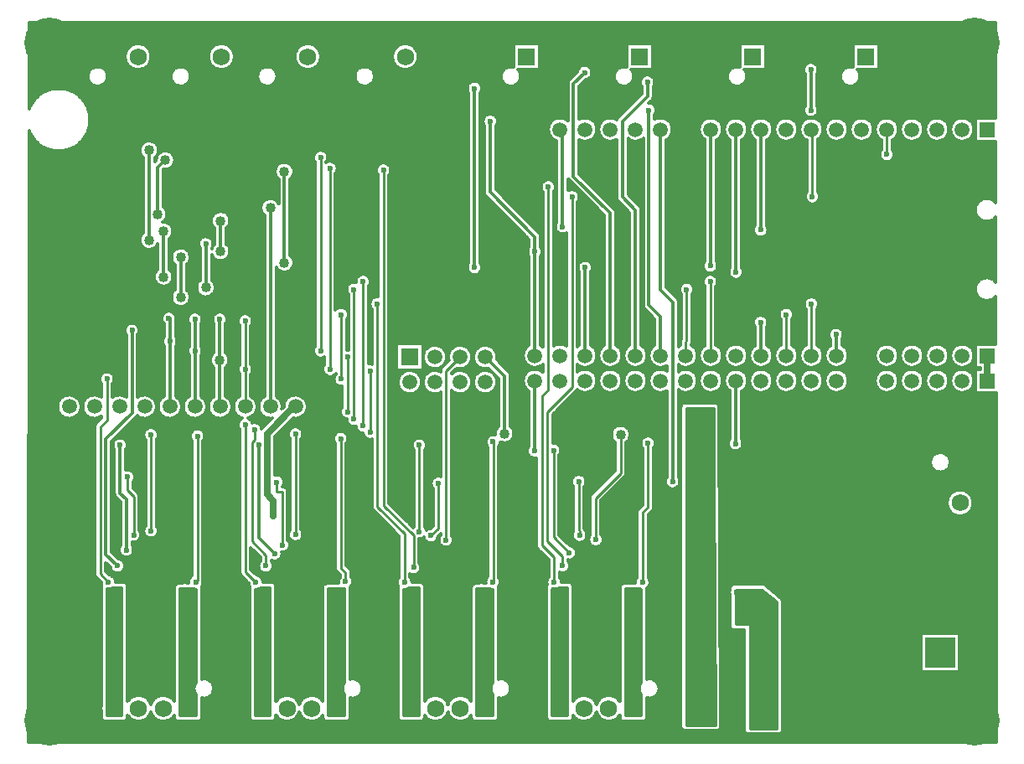
<source format=gbr>
G04 DipTrace 4.1.1.0*
G04 2 - Bottom.gbr*
%MOIN*%
G04 #@! TF.FileFunction,Copper,L2,Bot*
G04 #@! TF.Part,Single*
G04 #@! TA.AperFunction,Conductor*
%ADD16C,0.009*%
G04 #@! TA.AperFunction,CopperBalancing*
%ADD17C,0.01*%
%ADD18C,0.012*%
G04 #@! TA.AperFunction,Conductor*
%ADD20C,0.025*%
G04 #@! TA.AperFunction,CopperBalancing*
%ADD23C,0.012008*%
%ADD25C,0.015*%
G04 #@! TA.AperFunction,ComponentPad*
%ADD30R,0.068898X0.068898*%
%ADD31C,0.068898*%
%ADD32R,0.059055X0.059055*%
%ADD33C,0.059055*%
%ADD34R,0.07X0.07*%
%ADD35C,0.059055*%
%ADD38C,0.2*%
%ADD46R,0.12X0.12*%
%ADD47C,0.12*%
G04 #@! TA.AperFunction,ViaPad*
%ADD56C,0.023622*%
%ADD58C,0.04*%
%FSLAX26Y26*%
G04*
G70*
G90*
G75*
G01*
G04 Bottom*
%LPD*%
X1417634Y1186566D2*
D18*
X1354016Y1250184D1*
Y1618516D1*
X802516D2*
Y1427516D1*
X827084Y1402948D1*
Y1201102D1*
X2527016Y1597016D2*
D16*
Y1252146D1*
X2589751Y1189411D1*
X1993150Y1618516D2*
Y1274381D1*
X2453070Y2387976D2*
D18*
Y1974325D1*
Y2387976D2*
Y2447462D1*
X2275265Y2625266D1*
Y2906514D1*
X2453070Y1874325D2*
Y1609962D1*
X2450265Y1607157D1*
Y1595516D1*
X1400270Y2562766D2*
Y1771231D1*
X1500270D2*
D20*
X1496232D1*
X1388516Y1663514D1*
Y1421516D1*
X1412766Y1397265D1*
Y1387766D1*
Y1362766D1*
Y1337766D1*
X1342016Y1073016D2*
D16*
X1300516Y1114516D1*
Y1699016D1*
X1733016Y1722016D2*
Y2237766D1*
X3056516D2*
Y2032157D1*
X3053070Y2028711D1*
Y1974348D1*
X856614Y1260157D2*
Y1413417D1*
X832016Y1438016D1*
Y1491516D1*
X2627516Y1473016D2*
Y1279529D1*
X2630516Y1276529D1*
Y1259516D1*
X1448516Y1220169D2*
X1447516D1*
Y1431530D1*
X1426016D1*
Y1471016D1*
X2039516Y1258016D2*
X2068516Y1287016D1*
Y1466016D1*
X2953070Y2874344D2*
D18*
Y2234962D1*
X3000265Y2187766D1*
Y1473016D1*
X2953070Y1974344D2*
Y2128711D1*
X2906516Y2175265D1*
Y2950265D1*
X3550265D2*
Y3112766D1*
X3450265Y1881516D2*
Y1874362D1*
X3453070D1*
X756516Y1074516D2*
D16*
X724311Y1106720D1*
Y1691811D1*
X750265Y1717765D1*
Y1881516D1*
X1682016D2*
Y2137766D1*
X3453070D2*
Y1974362D1*
X3350265Y1877163D2*
D18*
X3353070Y1874358D1*
X792016Y1138016D2*
X746080Y1183951D1*
Y1641580D1*
X849961Y1745461D1*
Y2075266D1*
X3350265Y2106516D2*
Y1977163D1*
X3353070Y1974358D1*
X1708016Y1969005D2*
D16*
Y1750516D1*
X925510Y1658986D2*
Y1277094D1*
X2562766Y2487766D2*
D18*
Y2864633D1*
X2553070Y2874329D1*
X3150265Y2331516D2*
Y2871546D1*
X3153070Y2874350D1*
X3350941Y2474591D2*
X3353070Y2476719D1*
Y2874358D1*
X3253070Y2306516D2*
Y2874354D1*
X2753070Y1974336D2*
Y2541213D1*
X2606516Y2687766D1*
Y3056514D1*
X2650266Y3100265D1*
X2853070Y1974340D2*
Y2553711D1*
X2800265Y2606516D1*
Y2906516D1*
X2900265Y3006516D1*
Y3062766D1*
X1970016Y1132016D2*
D16*
Y1258016D1*
X1850266Y1377765D1*
Y2712765D1*
X3853070Y2775266D2*
Y2874377D1*
X2561807Y1138110D2*
Y1176113D1*
X2501516Y1236404D1*
Y1749516D1*
X2600265Y1848265D1*
Y2606516D1*
X3556516D2*
Y2848909D1*
X3553070Y2852356D1*
Y2874366D1*
X1382205Y1138110D2*
Y1181055D1*
X1327969Y1235291D1*
Y1630969D1*
X1337516Y1640516D1*
Y1679516D1*
X1769516Y1695016D2*
Y2269016D1*
X3150265D2*
Y1977155D1*
X3153070Y1974350D1*
X2528749Y1073106D2*
Y1171529D1*
X2480516Y1219762D1*
Y1813016D1*
X2506336Y1838836D1*
Y2645888D1*
X1934516Y1073016D2*
Y1264795D1*
X1825593Y1373718D1*
Y2179726D1*
X3553070D2*
Y1974366D1*
X1797516Y1912983D2*
Y1670016D1*
X1500516Y1662516D2*
Y1262516D1*
X1200270Y1771231D2*
D18*
X1198323D1*
Y1956516D1*
X1199602D1*
Y2119016D1*
X1456516Y2344016D2*
Y2706516D1*
X1000270Y1771231D2*
Y2031516D1*
X3650265Y2058265D2*
Y1974369D1*
X3653070D1*
X996552Y2122728D2*
X1000270D1*
Y2031516D1*
X2653070Y1974332D2*
Y2325265D1*
X2212766D2*
Y3037765D1*
X1100270Y1771231D2*
Y1993215D1*
Y2119020D1*
X1600265Y1993215D2*
D16*
Y2762765D1*
X1300270Y1771231D2*
Y1919933D1*
Y2112770D1*
X1637766Y1919933D2*
Y2719017D1*
X2099516Y1240516D2*
Y1913730D1*
X2154806Y1969020D1*
X2254806Y1969026D2*
D18*
X2256505D1*
X2331516Y1894016D1*
Y1664516D1*
X2794016Y1660016D2*
D17*
Y1507516D1*
X2694016Y1407516D1*
Y1242280D1*
X2695358D1*
X952016Y2537016D2*
D18*
Y2724016D1*
X980016Y2752016D1*
X983016D1*
X918016Y2434248D2*
Y2792013D1*
X975265Y2469217D2*
Y2287766D1*
X1144016Y2419016D2*
Y2245017D1*
X1202545Y2511020D2*
Y2388545D1*
X1044016Y2366020D2*
Y2206516D1*
X4253070Y1974391D2*
D20*
Y1874391D1*
X2881516Y1073516D2*
D16*
Y1351016D1*
X2902516Y1372016D1*
Y1626016D1*
X1110835Y1654016D2*
Y1080835D1*
X1104016Y1074016D1*
X2285516Y1073016D2*
X2288016D1*
Y1631516D1*
X2286516D1*
X1699516Y1075016D2*
Y1111016D1*
X1680516Y1130016D1*
Y1644016D1*
X3250265Y1624516D2*
D18*
Y1871550D1*
X3253070Y1874354D1*
D56*
X1417634Y1186566D3*
X1354016Y1618516D3*
X802516D3*
X827084Y1201102D3*
X2527016Y1597016D3*
X2589751Y1189411D3*
X1354016Y1618516D3*
X2589751Y1189411D3*
X1993150Y1274381D3*
Y1618516D3*
X2453070Y2387976D3*
X2275265Y2906514D3*
X2453070Y2387976D3*
X2450265Y1595516D3*
X1993150Y1274381D3*
D58*
X1400270Y2562766D3*
D56*
X1342016Y1073016D3*
X1300516Y1699016D3*
X1733016Y1722016D3*
Y2237766D3*
X3056516D3*
X856614Y1260157D3*
X832016Y1491516D3*
X2627516Y1473016D3*
X2630516Y1259516D3*
X1448516Y1220169D3*
X1426016Y1471016D3*
X2039516Y1258016D3*
X2068516Y1466016D3*
X3000265Y1473016D3*
X2906516Y2950265D3*
X3550265D3*
Y3112766D3*
X756516Y1074516D3*
X750265Y1881516D3*
X1682016D3*
Y2137766D3*
X3453070D3*
X849961Y2075266D3*
X3350265Y2106516D3*
X1708016Y1969005D3*
Y1750516D3*
X925510Y1658986D3*
Y1277094D3*
X2562766Y2487766D3*
X3150265Y2331516D3*
X3350941Y2474591D3*
X3253070Y2306516D3*
X2650266Y3100265D3*
X2900265Y3062766D3*
X1970016Y1132016D3*
X1850266Y2712765D3*
X3853070Y2775266D3*
X2561807Y1138110D3*
X2600265Y2606516D3*
X3556516D3*
X1382205Y1138110D3*
X1337516Y1679516D3*
X1769516Y1695016D3*
Y2269016D3*
X3150265D3*
X2528749Y1073106D3*
X2506336Y2645888D3*
X1934516Y1073016D3*
X1825593Y2179726D3*
X3553070D3*
X1797516Y1912983D3*
Y1670016D3*
X1500516Y1662516D3*
Y1262516D3*
D58*
X1198323Y1956516D3*
D56*
X1199602Y2119016D3*
D58*
X1456516Y2344016D3*
Y2706516D3*
D56*
X1000270Y2031516D3*
X3650265Y2058265D3*
X996552Y2122728D3*
X2653070Y2325265D3*
X2212766D3*
Y3037765D3*
X1100270Y2119020D3*
X1600265Y1993215D3*
Y2762765D3*
X1100270Y1993215D3*
X1300270Y2112770D3*
X1637766Y1919933D3*
Y2719017D3*
X1300270Y1919933D3*
X2099516Y1240516D3*
D58*
X2331516Y1664516D3*
X2794016Y1660016D3*
D56*
X2695358Y1242280D3*
D58*
X952016Y2537016D3*
X983016Y2752016D3*
X918016Y2434248D3*
Y2792013D3*
X975265Y2469217D3*
Y2287766D3*
D56*
X1144016Y2419016D3*
D58*
Y2245017D3*
X1202545Y2511020D3*
Y2388545D3*
X1044016Y2366020D3*
Y2206516D3*
D56*
X2881516Y1073516D3*
X2902516Y1626016D3*
X1110835Y1654016D3*
X1104016Y1074016D3*
X2285516Y1073016D3*
X2286516Y1631516D3*
X1699516Y1075016D3*
X1680516Y1644016D3*
X3250265Y1624516D3*
X2902516Y1626016D3*
X798016Y1043016D3*
D58*
X3144016Y1169016D3*
X3077016Y705016D3*
D56*
X760016Y1043016D3*
X716850Y779843D3*
Y748346D3*
X681417Y779843D3*
Y748346D3*
X1096016Y1042016D3*
X1061016Y1042516D3*
X1096016Y1020016D3*
X1062016Y1019516D3*
X1171449Y779016D3*
Y747520D3*
X1136016Y779016D3*
Y747520D3*
X792016Y1138016D3*
X1135152Y877720D3*
X720016Y875016D3*
X1055516Y1226516D3*
D58*
X975016Y1580016D3*
X974016Y1544016D3*
Y1506016D3*
X874016Y1580016D3*
X873016Y1542016D3*
X874016Y1504016D3*
X1565567Y1581984D3*
X1564567Y1545984D3*
Y1507984D3*
X1464567Y1581984D3*
X1463567Y1543984D3*
X1464567Y1505984D3*
X2156118Y1581984D3*
X2155118Y1545984D3*
Y1507984D3*
X2055016Y1584516D3*
X2056516Y1549016D3*
X2055516Y1511516D3*
X2750606Y1589858D3*
X2749606Y1553858D3*
Y1515858D3*
X2649606Y1589858D3*
X2648606Y1551858D3*
X2649606Y1513858D3*
D56*
X2819016Y1224016D3*
X2236016Y1228016D3*
X1655016Y1226016D3*
X1307402Y779843D3*
Y748346D3*
X1271969Y779843D3*
Y748346D3*
X1762000Y779016D3*
Y747520D3*
X1726567Y779016D3*
Y747520D3*
X1895984Y779843D3*
Y748346D3*
X1860551Y779843D3*
Y748346D3*
X2350583Y779016D3*
Y747520D3*
X2315150Y779016D3*
Y747520D3*
X2488504Y779843D3*
Y748346D3*
X2453071Y779843D3*
Y748346D3*
X2943102Y779016D3*
Y747520D3*
X2907669Y779016D3*
Y747520D3*
X1381417Y1040472D3*
X1349134Y1017925D3*
X1380630Y1017638D3*
X1349134Y1040760D3*
X1684067Y1042016D3*
X1651567D3*
X1684567Y1019016D3*
X1651567D3*
X1970000Y1039972D3*
X1937717Y1017925D3*
X1969713Y1017138D3*
X1937717Y1040760D3*
X2273150Y1042016D3*
X2240150Y1042516D3*
X2273150Y1019516D3*
X2240150Y1020516D3*
X2560551Y1040472D3*
X2528268Y1018425D3*
X2559764Y1017638D3*
X2528268Y1041260D3*
X2863701Y1041016D3*
X2830701D3*
X2863701Y1019016D3*
X2830701Y1018516D3*
X1309370Y878268D3*
X1732598D3*
X1894016D3*
X2327087D3*
X2487997Y879260D3*
X2911732Y882205D3*
X3338783Y949731D3*
X3339783Y926109D3*
X3362437D3*
X3361437Y949731D3*
X3379154Y538314D3*
Y565873D3*
Y593432D3*
Y620991D3*
Y648550D3*
Y676109D3*
X3255138Y1032408D3*
D58*
X3239390Y772566D3*
X3076016Y656516D3*
X3072516Y604016D3*
X3483484Y1213510D3*
X3073516Y549016D3*
X3144016Y1712766D3*
X3112766D3*
X3081516Y1712765D3*
D56*
X3650265Y2356516D3*
X2300265Y3100265D3*
X2744016D3*
X1412766Y1387766D3*
Y1362766D3*
Y1337766D3*
X3656516Y3112766D3*
X3219016Y3119016D3*
D58*
X3906516Y2706516D3*
X4175265Y2737766D3*
X3900265Y2131516D3*
X4175265Y2125266D3*
X3887766Y2306516D3*
X3562766Y1644016D3*
X4244016D3*
D56*
X760016Y1020016D3*
X798016D3*
X775516Y1100016D3*
X1078516Y1093016D3*
X954516Y1247016D3*
X894516D3*
X1367016Y1103516D3*
X1479016Y1239016D3*
X1539516Y1257016D3*
X1673516Y1093016D3*
X2142516Y1278016D3*
X2067516Y1243016D3*
X1962516Y1101016D3*
X2259016Y1092016D3*
X2553516Y1098516D3*
X2663016Y1248516D3*
X2854016Y1093516D3*
X873016Y1085516D3*
X910016Y1087016D3*
X940516Y1086016D3*
X974516Y1085516D3*
X873016Y1118516D3*
X870516Y1156516D3*
X909516Y1157016D3*
X910016Y1116016D3*
X973016D3*
X971516Y1156016D3*
X938016Y1157016D3*
X940516Y1118016D3*
X926736Y2163349D3*
X1359160Y2139361D3*
X1253241Y2136795D3*
X1148508Y2137391D3*
X1048798Y2588671D3*
X2638110Y1165669D3*
X2665669D3*
X2693228D3*
X2724724D3*
X2752283D3*
X2638110Y1106614D3*
X2665669D3*
X2693228D3*
X2724724D3*
X2755220D3*
X2638110Y1047559D3*
X2669606D3*
X2697165D3*
X2728661D3*
X2755220Y1048559D3*
X2047559Y1165669D3*
X2075118D3*
X2102677D3*
X2134173D3*
X2161732D3*
X2047559Y1106614D3*
X2075118D3*
X2102677D3*
X2134173D3*
X2165169D3*
X2047559Y1047559D3*
X2079055D3*
X2106614D3*
X2138110D3*
X2164669Y1048059D3*
X1465016Y1161016D3*
X1502016Y1161516D3*
X1532016Y1163016D3*
X1570016Y1161016D3*
X1465016Y1107516D3*
X1503516Y1107016D3*
X1539016Y1106516D3*
X1570016Y1108516D3*
X1465516Y1057016D3*
X1502016D3*
X1538516Y1056016D3*
X1571016Y1057016D3*
X874016Y1054016D3*
X909516Y1054516D3*
X941016Y1054016D3*
X974016Y1054516D3*
X751615Y1037564D2*
D18*
X808079D1*
X751615Y1025696D2*
X808079D1*
X751615Y1013827D2*
X808079D1*
X751615Y1001958D2*
X808079D1*
X751615Y990089D2*
X808079D1*
X751615Y978220D2*
X808079D1*
X751615Y966352D2*
X808079D1*
X751615Y954483D2*
X808079D1*
X751615Y942614D2*
X808079D1*
X751615Y930745D2*
X808079D1*
X751615Y918877D2*
X808079D1*
X751615Y907008D2*
X808079D1*
X751615Y895139D2*
X808079D1*
X751615Y883270D2*
X808079D1*
X751615Y871402D2*
X808079D1*
X751615Y859533D2*
X808079D1*
X751615Y847664D2*
X808079D1*
X751615Y835795D2*
X808079D1*
X751615Y823927D2*
X808079D1*
X751615Y812058D2*
X808079D1*
X751615Y800189D2*
X808079D1*
X751615Y788320D2*
X808079D1*
X751615Y776451D2*
X808079D1*
X751615Y764583D2*
X808079D1*
X751615Y752714D2*
X808079D1*
X751615Y740845D2*
X808079D1*
X751615Y728976D2*
X808079D1*
X751615Y717108D2*
X808079D1*
X751615Y705239D2*
X808079D1*
X751615Y693370D2*
X808079D1*
X751615Y681501D2*
X808079D1*
X751615Y669633D2*
X808079D1*
X751615Y657764D2*
X808079D1*
X751615Y645895D2*
X808079D1*
X751615Y634026D2*
X808079D1*
X751615Y622157D2*
X808079D1*
X751615Y610289D2*
X808079D1*
X751615Y598420D2*
X808079D1*
X751615Y586551D2*
X808079D1*
X751615Y574682D2*
X808079D1*
X751615Y562814D2*
X808079D1*
X751615Y550945D2*
X808079D1*
X772962Y1049430D2*
X772488Y1049062D1*
X767038Y1046367D1*
X761156Y1044825D1*
X755084Y1044499D1*
X750404Y1045201D1*
X750409Y1001528D1*
Y541748D1*
X809278D1*
X809276Y1049433D1*
X773071D1*
X1042954Y1033627D2*
X1103354D1*
X1042954Y1021759D2*
X1103354D1*
X1042954Y1009890D2*
X1103354D1*
X1042954Y998021D2*
X1103354D1*
X1042954Y986152D2*
X1103354D1*
X1042954Y974283D2*
X1103354D1*
X1042954Y962415D2*
X1103354D1*
X1042954Y950546D2*
X1103354D1*
X1042954Y938677D2*
X1103354D1*
X1042954Y926808D2*
X1103354D1*
X1042954Y914940D2*
X1103354D1*
X1042954Y903071D2*
X1103354D1*
X1042954Y891202D2*
X1103354D1*
X1042954Y879333D2*
X1103354D1*
X1042954Y867465D2*
X1103354D1*
X1042954Y855596D2*
X1103354D1*
X1042954Y843727D2*
X1103354D1*
X1042954Y831858D2*
X1103354D1*
X1042954Y819990D2*
X1103354D1*
X1042954Y808121D2*
X1103354D1*
X1042954Y796252D2*
X1103354D1*
X1042954Y784383D2*
X1103354D1*
X1042954Y772514D2*
X1103354D1*
X1042954Y760646D2*
X1103354D1*
X1042954Y748777D2*
X1103354D1*
X1042954Y736908D2*
X1103354D1*
X1042954Y725039D2*
X1103354D1*
X1042954Y713171D2*
X1103354D1*
X1042954Y701302D2*
X1103354D1*
X1042954Y689433D2*
X1103354D1*
X1042954Y677564D2*
X1103354D1*
X1042954Y665696D2*
X1098304D1*
X1042954Y653827D2*
X1095245D1*
X1042954Y641958D2*
X1095854D1*
X1042954Y630089D2*
X1100331D1*
X1042954Y618220D2*
X1103354D1*
X1042954Y606352D2*
X1103354D1*
X1042954Y594483D2*
X1103354D1*
X1042954Y582614D2*
X1103354D1*
X1042954Y570745D2*
X1103354D1*
X1042954Y558877D2*
X1103354D1*
X1042954Y547008D2*
X1103354D1*
X1104551Y625730D2*
X1103163Y627475D1*
X1100185Y632640D1*
X1098010Y638193D1*
X1096689Y644007D1*
X1096248Y649953D1*
X1096698Y655899D1*
X1098030Y661710D1*
X1100213Y667260D1*
X1103198Y672420D1*
X1104554Y674117D1*
X1104551Y1043970D1*
X1102584Y1043999D1*
X1096571Y1044902D1*
X1094949Y1045496D1*
X1041745D1*
X1041748Y541751D1*
X1104554Y541748D1*
X1104551Y625563D1*
X1342167Y1037564D2*
X1398630D1*
X1342167Y1025696D2*
X1398630D1*
X1342167Y1013827D2*
X1398630D1*
X1342167Y1001958D2*
X1398630D1*
X1342167Y990089D2*
X1398630D1*
X1342167Y978220D2*
X1398630D1*
X1342167Y966352D2*
X1398630D1*
X1342167Y954483D2*
X1398630D1*
X1342167Y942614D2*
X1398630D1*
X1342167Y930745D2*
X1398630D1*
X1342167Y918877D2*
X1398630D1*
X1342167Y907008D2*
X1398630D1*
X1342167Y895139D2*
X1398630D1*
X1342167Y883270D2*
X1398630D1*
X1342167Y871402D2*
X1398630D1*
X1342167Y859533D2*
X1398630D1*
X1342167Y847664D2*
X1398630D1*
X1342167Y835795D2*
X1398630D1*
X1342167Y823927D2*
X1398630D1*
X1342167Y812058D2*
X1398630D1*
X1342167Y800189D2*
X1398630D1*
X1342167Y788320D2*
X1398630D1*
X1342167Y776451D2*
X1398630D1*
X1342167Y764583D2*
X1398630D1*
X1342167Y752714D2*
X1398630D1*
X1342167Y740845D2*
X1398630D1*
X1342167Y728976D2*
X1398630D1*
X1342167Y717108D2*
X1398630D1*
X1342167Y705239D2*
X1398630D1*
X1342167Y693370D2*
X1398630D1*
X1342167Y681501D2*
X1398630D1*
X1342167Y669633D2*
X1398630D1*
X1342167Y657764D2*
X1398630D1*
X1342167Y645895D2*
X1398630D1*
X1342167Y634026D2*
X1398630D1*
X1342167Y622157D2*
X1398630D1*
X1342167Y610289D2*
X1398630D1*
X1342167Y598420D2*
X1398630D1*
X1342167Y586551D2*
X1398630D1*
X1342167Y574682D2*
X1398630D1*
X1342167Y562814D2*
X1398630D1*
X1342167Y550945D2*
X1398630D1*
X1360392Y1049433D2*
X1357988Y1047562D1*
X1352538Y1044867D1*
X1346656Y1043325D1*
X1340958Y1043018D1*
X1340961Y541748D1*
X1399829D1*
X1399827Y1049433D1*
X1360392D1*
X1633505Y1033627D2*
X1693906D1*
X1633505Y1021759D2*
X1693906D1*
X1633505Y1009890D2*
X1693906D1*
X1633505Y998021D2*
X1693906D1*
X1633505Y986152D2*
X1693906D1*
X1633505Y974283D2*
X1693906D1*
X1633505Y962415D2*
X1693906D1*
X1633505Y950546D2*
X1693906D1*
X1633505Y938677D2*
X1693906D1*
X1633505Y926808D2*
X1693906D1*
X1633505Y914940D2*
X1693906D1*
X1633505Y903071D2*
X1693906D1*
X1633505Y891202D2*
X1693906D1*
X1633505Y879333D2*
X1693906D1*
X1633505Y867465D2*
X1693906D1*
X1633505Y855596D2*
X1693906D1*
X1633505Y843727D2*
X1693906D1*
X1633505Y831858D2*
X1693906D1*
X1633505Y819990D2*
X1693906D1*
X1633505Y808121D2*
X1693906D1*
X1633505Y796252D2*
X1693906D1*
X1633505Y784383D2*
X1693906D1*
X1633505Y772514D2*
X1693906D1*
X1633505Y760646D2*
X1693906D1*
X1633505Y748777D2*
X1693906D1*
X1633505Y736908D2*
X1693906D1*
X1633505Y725039D2*
X1693906D1*
X1633505Y713171D2*
X1693906D1*
X1633505Y701302D2*
X1693906D1*
X1633505Y689433D2*
X1693906D1*
X1633505Y677564D2*
X1693906D1*
X1633505Y665696D2*
X1688856D1*
X1633505Y653827D2*
X1685797D1*
X1633505Y641958D2*
X1686406D1*
X1633505Y630089D2*
X1690882D1*
X1633505Y618220D2*
X1693906D1*
X1633505Y606352D2*
X1693906D1*
X1633505Y594483D2*
X1693906D1*
X1633505Y582614D2*
X1693906D1*
X1633505Y570745D2*
X1693906D1*
X1633505Y558877D2*
X1693906D1*
X1633505Y547008D2*
X1693906D1*
X1695102Y625730D2*
X1693714Y627475D1*
X1690736Y632640D1*
X1688562Y638193D1*
X1687240Y644007D1*
X1686799Y649953D1*
X1687249Y655899D1*
X1688581Y661710D1*
X1690764Y667260D1*
X1693749Y672420D1*
X1695105Y674117D1*
X1695102Y1045294D1*
X1695077Y1045450D1*
X1694769Y1045496D1*
X1632297D1*
X1632299Y541751D1*
X1695105Y541748D1*
X1695102Y625563D1*
X1932718Y1037564D2*
X1989181D1*
X1932718Y1025696D2*
X1989181D1*
X1932718Y1013827D2*
X1989181D1*
X1932718Y1001958D2*
X1989181D1*
X1932718Y990089D2*
X1989181D1*
X1932718Y978220D2*
X1989181D1*
X1932718Y966352D2*
X1989181D1*
X1932718Y954483D2*
X1989181D1*
X1932718Y942614D2*
X1989181D1*
X1932718Y930745D2*
X1989181D1*
X1932718Y918877D2*
X1989181D1*
X1932718Y907008D2*
X1989181D1*
X1932718Y895139D2*
X1989181D1*
X1932718Y883270D2*
X1989181D1*
X1932718Y871402D2*
X1989181D1*
X1932718Y859533D2*
X1989181D1*
X1932718Y847664D2*
X1989181D1*
X1932718Y835795D2*
X1989181D1*
X1932718Y823927D2*
X1989181D1*
X1932718Y812058D2*
X1989181D1*
X1932718Y800189D2*
X1989181D1*
X1932718Y788320D2*
X1989181D1*
X1932718Y776451D2*
X1989181D1*
X1932718Y764583D2*
X1989181D1*
X1932718Y752714D2*
X1989181D1*
X1932718Y740845D2*
X1989181D1*
X1932718Y728976D2*
X1989181D1*
X1932718Y717108D2*
X1989181D1*
X1932718Y705239D2*
X1989181D1*
X1932718Y693370D2*
X1989181D1*
X1932718Y681501D2*
X1989181D1*
X1932718Y669633D2*
X1989181D1*
X1932718Y657764D2*
X1989181D1*
X1932718Y645895D2*
X1989181D1*
X1932718Y634026D2*
X1989181D1*
X1932718Y622157D2*
X1989181D1*
X1932718Y610289D2*
X1989181D1*
X1932718Y598420D2*
X1989181D1*
X1932718Y586551D2*
X1989181D1*
X1932718Y574682D2*
X1989181D1*
X1932718Y562814D2*
X1989181D1*
X1932718Y550945D2*
X1989181D1*
X1952892Y1049433D2*
X1950488Y1047562D1*
X1945038Y1044867D1*
X1939156Y1043325D1*
X1933084Y1042999D1*
X1931517Y1043234D1*
X1931512Y935528D1*
Y541748D1*
X1990381D1*
X1990378Y1049433D1*
X1952892D1*
X2224056Y1033627D2*
X2284457D1*
X2224056Y1021759D2*
X2284457D1*
X2224056Y1009890D2*
X2284457D1*
X2224056Y998021D2*
X2284457D1*
X2224056Y986152D2*
X2284457D1*
X2224056Y974283D2*
X2284457D1*
X2224056Y962415D2*
X2284457D1*
X2224056Y950546D2*
X2284457D1*
X2224056Y938677D2*
X2284457D1*
X2224056Y926808D2*
X2284457D1*
X2224056Y914940D2*
X2284457D1*
X2224056Y903071D2*
X2284457D1*
X2224056Y891202D2*
X2284457D1*
X2224056Y879333D2*
X2284457D1*
X2224056Y867465D2*
X2284457D1*
X2224056Y855596D2*
X2284457D1*
X2224056Y843727D2*
X2284457D1*
X2224056Y831858D2*
X2284457D1*
X2224056Y819990D2*
X2284457D1*
X2224056Y808121D2*
X2284457D1*
X2224056Y796252D2*
X2284457D1*
X2224056Y784383D2*
X2284387D1*
X2224056Y772514D2*
X2284457D1*
X2224056Y760646D2*
X2284457D1*
X2224056Y748777D2*
X2283929D1*
X2224056Y736908D2*
X2284457D1*
X2224056Y725039D2*
X2284457D1*
X2224056Y713171D2*
X2284457D1*
X2224056Y701302D2*
X2284457D1*
X2224056Y689433D2*
X2284457D1*
X2224056Y677564D2*
X2284457D1*
X2224056Y665696D2*
X2279407D1*
X2224056Y653827D2*
X2276348D1*
X2224056Y641958D2*
X2276957D1*
X2224056Y630089D2*
X2281433D1*
X2224056Y618220D2*
X2284457D1*
X2224056Y606352D2*
X2284457D1*
X2224056Y594483D2*
X2284457D1*
X2224056Y582614D2*
X2284457D1*
X2224056Y570745D2*
X2284457D1*
X2224056Y558877D2*
X2284457D1*
X2224056Y547008D2*
X2284457D1*
X2285654Y625730D2*
X2284265Y627475D1*
X2281287Y632640D1*
X2279113Y638193D1*
X2277791Y644007D1*
X2277350Y649953D1*
X2277801Y655899D1*
X2279133Y661710D1*
X2281315Y667260D1*
X2284301Y672420D1*
X2285656Y674117D1*
X2285654Y741766D1*
X2285262Y744390D1*
X2285244Y750470D1*
X2285652Y752490D1*
X2285654Y773266D1*
X2285262Y775886D1*
X2285244Y781966D1*
X2285652Y783986D1*
X2285654Y1042962D1*
X2284084Y1042999D1*
X2278071Y1043902D1*
X2273728Y1045495D1*
X2222848Y1045496D1*
X2222850Y541751D1*
X2285656Y541748D1*
X2285654Y625563D1*
X2523273Y1037552D2*
D23*
X2579727D1*
X2523273Y1025676D2*
X2579727D1*
X2523273Y1013799D2*
X2579727D1*
X2523273Y1001923D2*
X2579727D1*
X2523273Y990046D2*
X2579727D1*
X2523273Y978169D2*
X2579727D1*
X2523273Y966293D2*
X2579727D1*
X2523273Y954416D2*
X2579727D1*
X2523273Y942539D2*
X2579727D1*
X2523273Y930663D2*
X2579727D1*
X2523273Y918786D2*
X2579727D1*
X2523273Y906909D2*
X2579727D1*
X2523273Y895033D2*
X2579727D1*
X2523273Y883156D2*
X2579727D1*
X2523273Y871280D2*
X2579727D1*
X2523273Y859403D2*
X2579727D1*
X2523273Y847526D2*
X2579727D1*
X2523273Y835650D2*
X2579727D1*
X2523273Y823773D2*
X2579727D1*
X2523273Y811896D2*
X2579727D1*
X2523273Y800020D2*
X2579727D1*
X2523273Y788143D2*
X2579727D1*
X2523273Y776266D2*
X2579727D1*
X2523273Y764390D2*
X2579727D1*
X2523273Y752513D2*
X2579727D1*
X2523273Y740636D2*
X2579727D1*
X2523273Y728760D2*
X2579727D1*
X2523273Y716883D2*
X2579727D1*
X2523273Y705007D2*
X2579727D1*
X2523273Y693130D2*
X2579727D1*
X2523273Y681253D2*
X2579727D1*
X2523273Y669377D2*
X2579727D1*
X2523273Y657500D2*
X2579727D1*
X2523273Y645623D2*
X2579727D1*
X2523273Y633747D2*
X2579727D1*
X2523273Y621870D2*
X2579727D1*
X2523273Y609993D2*
X2579727D1*
X2523273Y598117D2*
X2579727D1*
X2523273Y586240D2*
X2579727D1*
X2523273Y574364D2*
X2579727D1*
X2523273Y562487D2*
X2579727D1*
X2523273Y550610D2*
X2579727D1*
X2547020Y1049425D2*
X2544727Y1047640D1*
X2539274Y1044946D1*
X2533390Y1043404D1*
X2527316Y1043077D1*
X2522070Y1043865D1*
X2522067Y869409D1*
Y541755D1*
X2580923Y541752D1*
X2580925Y1049427D1*
X2547020Y1049425D1*
X2814612Y1033615D2*
X2875005D1*
X2814612Y1021739D2*
X2875005D1*
X2814612Y1009862D2*
X2875005D1*
X2814612Y997986D2*
X2875005D1*
X2814612Y986109D2*
X2875005D1*
X2814612Y974232D2*
X2875005D1*
X2814612Y962356D2*
X2875005D1*
X2814612Y950479D2*
X2875005D1*
X2814612Y938602D2*
X2875005D1*
X2814612Y926726D2*
X2875005D1*
X2814612Y914849D2*
X2875005D1*
X2814612Y902972D2*
X2875005D1*
X2814612Y891096D2*
X2875005D1*
X2814612Y879219D2*
X2875005D1*
X2814612Y867343D2*
X2875005D1*
X2814612Y855466D2*
X2875005D1*
X2814612Y843589D2*
X2875005D1*
X2814612Y831713D2*
X2875005D1*
X2814612Y819836D2*
X2875005D1*
X2814612Y807959D2*
X2875005D1*
X2814612Y796083D2*
X2875005D1*
X2814612Y784206D2*
X2875005D1*
X2814612Y772329D2*
X2875005D1*
X2814612Y760453D2*
X2875005D1*
X2814612Y748576D2*
X2875005D1*
X2814612Y736699D2*
X2875005D1*
X2814612Y724823D2*
X2875005D1*
X2814612Y712946D2*
X2875005D1*
X2814612Y701070D2*
X2875005D1*
X2814612Y689193D2*
X2875005D1*
X2814612Y677316D2*
X2875005D1*
X2814612Y665440D2*
X2869835D1*
X2814612Y653563D2*
X2866856D1*
X2814612Y641686D2*
X2867547D1*
X2814612Y629810D2*
X2872133D1*
X2814612Y617933D2*
X2875005D1*
X2814612Y606056D2*
X2875005D1*
X2814612Y594180D2*
X2875005D1*
X2814612Y582303D2*
X2875005D1*
X2814612Y570427D2*
X2875005D1*
X2814612Y558550D2*
X2875005D1*
X2814612Y546673D2*
X2875005D1*
X2876201Y625715D2*
X2874804Y627470D1*
X2871827Y632638D1*
X2869652Y638192D1*
X2868331Y644008D1*
X2867890Y649955D1*
X2868341Y655903D1*
X2869673Y661717D1*
X2871857Y667266D1*
X2874843Y672429D1*
X2876199Y674126D1*
X2876201Y1043924D1*
X2874067Y1044390D1*
X2871062Y1045493D1*
X2813404Y1045492D1*
X2813406Y541749D1*
X2876202Y541752D1*
X2876201Y625549D1*
X442537Y3287564D2*
D18*
X4284461D1*
X442537Y3275696D2*
X4284472D1*
X442525Y3263827D2*
X4284484D1*
X442513Y3251958D2*
X4284484D1*
X442513Y3240089D2*
X4284496D1*
X442501Y3228220D2*
X4284508D1*
X442490Y3216352D2*
X4284520D1*
X442490Y3204483D2*
X840778D1*
X908181D2*
X1171984D1*
X1239388D2*
X1515778D1*
X1583181D2*
X1903282D1*
X1970673D2*
X2366911D1*
X2472693D2*
X2816911D1*
X2922693D2*
X3266911D1*
X3372693D2*
X3716911D1*
X3822693D2*
X4284520D1*
X442479Y3192614D2*
X830043D1*
X918916D2*
X1161251D1*
X1250123D2*
X1505043D1*
X1593916D2*
X1892547D1*
X1981420D2*
X2366911D1*
X2472693D2*
X2816911D1*
X2922693D2*
X3266911D1*
X3372693D2*
X3716911D1*
X3822693D2*
X4284531D1*
X442467Y3180745D2*
X824278D1*
X924681D2*
X1155484D1*
X1255888D2*
X1499278D1*
X1599681D2*
X1886782D1*
X1987173D2*
X2366911D1*
X2472693D2*
X2816911D1*
X2922693D2*
X3266911D1*
X3372693D2*
X3716911D1*
X3822693D2*
X4284543D1*
X442467Y3168877D2*
X821793D1*
X927165D2*
X1153000D1*
X1258373D2*
X1496793D1*
X1602165D2*
X1884297D1*
X1989657D2*
X2366911D1*
X2472693D2*
X2816911D1*
X2922693D2*
X3266911D1*
X3372693D2*
X3716911D1*
X3822693D2*
X4284543D1*
X442455Y3157008D2*
X822110D1*
X926849D2*
X1153316D1*
X1258056D2*
X1497110D1*
X1601849D2*
X1884602D1*
X1989353D2*
X2366911D1*
X2472693D2*
X2816911D1*
X2922693D2*
X3266911D1*
X3372693D2*
X3716911D1*
X3822693D2*
X4284555D1*
X442444Y3145139D2*
X825262D1*
X923685D2*
X1156480D1*
X1254892D2*
X1500262D1*
X1598685D2*
X1887766D1*
X1986189D2*
X2366911D1*
X2472693D2*
X2816911D1*
X2922693D2*
X3266911D1*
X3372693D2*
X3716911D1*
X3822693D2*
X4284567D1*
X442432Y3133270D2*
X831930D1*
X917029D2*
X1163148D1*
X1248236D2*
X1506930D1*
X1592029D2*
X1894434D1*
X1979521D2*
X2366911D1*
X2472693D2*
X2816911D1*
X2922693D2*
X3266911D1*
X3372693D2*
X3528484D1*
X3572041D2*
X3716911D1*
X3822693D2*
X4284567D1*
X442432Y3121402D2*
X696778D1*
X729341D2*
X844423D1*
X904525D2*
X1027996D1*
X1060549D2*
X1175640D1*
X1235732D2*
X1371778D1*
X1404341D2*
X1519423D1*
X1579525D2*
X1759282D1*
X1791845D2*
X1906927D1*
X1967029D2*
X2340531D1*
X2472693D2*
X2629140D1*
X2671396D2*
X2790531D1*
X2922693D2*
X3240531D1*
X3372693D2*
X3521324D1*
X3579201D2*
X3690531D1*
X3822693D2*
X4284579D1*
X442420Y3109533D2*
X681239D1*
X744881D2*
X1012457D1*
X1076088D2*
X1356239D1*
X1419881D2*
X1743743D1*
X1807385D2*
X2324992D1*
X2388635D2*
X2621535D1*
X2679001D2*
X2774992D1*
X2838635D2*
X3224992D1*
X3288635D2*
X3520199D1*
X3580337D2*
X3674992D1*
X3738635D2*
X4284591D1*
X442408Y3097664D2*
X674899D1*
X751220D2*
X1006118D1*
X1082428D2*
X1349899D1*
X1426220D2*
X1737403D1*
X1813724D2*
X2318652D1*
X2394975D2*
X2613602D1*
X2680396D2*
X2768652D1*
X2844975D2*
X3218652D1*
X3294975D2*
X3524243D1*
X3576283D2*
X3668652D1*
X3744975D2*
X4284591D1*
X442408Y3085795D2*
X672965D1*
X753154D2*
X1004184D1*
X1084361D2*
X1347965D1*
X1428154D2*
X1735469D1*
X1815657D2*
X2316719D1*
X2396908D2*
X2601731D1*
X2676657D2*
X2766719D1*
X2846908D2*
X2881352D1*
X2919177D2*
X3216719D1*
X3296908D2*
X3525824D1*
X3574701D2*
X3666719D1*
X3746908D2*
X4284602D1*
X442396Y3073927D2*
X674747D1*
X751373D2*
X1005953D1*
X1082592D2*
X1349747D1*
X1426373D2*
X1737251D1*
X1813877D2*
X2318500D1*
X2395127D2*
X2589860D1*
X2663720D2*
X2768500D1*
X2845127D2*
X2872247D1*
X2928283D2*
X3218500D1*
X3295127D2*
X3525824D1*
X3574701D2*
X3668500D1*
X3745127D2*
X4284614D1*
X442385Y3062058D2*
X680864D1*
X745256D2*
X1012071D1*
X1076475D2*
X1355864D1*
X1420256D2*
X1743367D1*
X1807760D2*
X2195629D1*
X2229904D2*
X2324618D1*
X2389009D2*
X2582747D1*
X2646131D2*
X2774618D1*
X2839009D2*
X2870020D1*
X2930509D2*
X3224618D1*
X3289009D2*
X3525824D1*
X3574701D2*
X3674618D1*
X3739009D2*
X4284625D1*
X442385Y3050189D2*
X695664D1*
X730455D2*
X1026871D1*
X1061673D2*
X1370664D1*
X1405455D2*
X1758168D1*
X1792959D2*
X2185304D1*
X2240228D2*
X2339419D1*
X2374209D2*
X2582079D1*
X2634260D2*
X2789419D1*
X2824209D2*
X2872879D1*
X2927651D2*
X3239419D1*
X3274209D2*
X3525824D1*
X3574701D2*
X3689419D1*
X3724209D2*
X4284625D1*
X442373Y3038320D2*
X2182516D1*
X2243017D2*
X2582079D1*
X2630955D2*
X2875820D1*
X2924709D2*
X3525824D1*
X3574701D2*
X4284636D1*
X442361Y3026451D2*
X505739D1*
X610537D2*
X2184812D1*
X2240720D2*
X2582079D1*
X2630955D2*
X2875820D1*
X2924709D2*
X3525824D1*
X3574701D2*
X4284648D1*
X442349Y3014583D2*
X485008D1*
X631280D2*
X2188328D1*
X2237205D2*
X2582079D1*
X2630955D2*
X2874262D1*
X2924709D2*
X3525824D1*
X3574701D2*
X4284648D1*
X442349Y3002714D2*
X470652D1*
X645635D2*
X2188328D1*
X2237205D2*
X2582079D1*
X2630955D2*
X2862403D1*
X2924392D2*
X3525824D1*
X3574701D2*
X4284660D1*
X442337Y2990845D2*
X459801D1*
X656475D2*
X2188328D1*
X2237205D2*
X2582079D1*
X2630955D2*
X2850531D1*
X2918627D2*
X3525824D1*
X3574701D2*
X4284672D1*
X442325Y2978976D2*
X451375D1*
X664900D2*
X2188328D1*
X2237205D2*
X2582079D1*
X2630955D2*
X2838660D1*
X2912147D2*
X3525824D1*
X3574701D2*
X4284672D1*
X671451Y2967108D2*
X2188328D1*
X2237205D2*
X2582079D1*
X2630955D2*
X2826789D1*
X2931388D2*
X3525391D1*
X3575135D2*
X4284684D1*
X676444Y2955239D2*
X2188328D1*
X2237205D2*
X2582079D1*
X2630955D2*
X2814919D1*
X2936333D2*
X3520446D1*
X3580092D2*
X4284696D1*
X680076Y2943370D2*
X2188328D1*
X2237205D2*
X2582079D1*
X2630955D2*
X2803047D1*
X2935936D2*
X3520844D1*
X3579681D2*
X4284707D1*
X682455Y2931501D2*
X2188328D1*
X2237205D2*
X2259251D1*
X2291287D2*
X2582079D1*
X2630955D2*
X2791188D1*
X2930955D2*
X3526891D1*
X3573647D2*
X4284707D1*
X683661Y2919633D2*
X2188328D1*
X2237205D2*
X2248140D1*
X2302385D2*
X2540255D1*
X2565881D2*
X2582079D1*
X2630955D2*
X2640251D1*
X2665888D2*
X2740235D1*
X2765908D2*
X2779879D1*
X2930955D2*
X2940203D1*
X2965936D2*
X3140172D1*
X3165963D2*
X3240156D1*
X3265983D2*
X3340140D1*
X3365990D2*
X3440136D1*
X3466009D2*
X3540121D1*
X3566017D2*
X3640106D1*
X3666037D2*
X3740091D1*
X3766045D2*
X3840075D1*
X3866064D2*
X3940059D1*
X3966072D2*
X4040043D1*
X4066092D2*
X4140028D1*
X4166112D2*
X4205102D1*
X683732Y2907764D2*
X2188328D1*
X2237205D2*
X2245035D1*
X2305490D2*
X2519172D1*
X2686971D2*
X2719164D1*
X2986983D2*
X3119148D1*
X3186997D2*
X3219144D1*
X3286993D2*
X3319140D1*
X3387001D2*
X3419136D1*
X3486997D2*
X3519133D1*
X3587005D2*
X3619129D1*
X3687013D2*
X3719125D1*
X3787009D2*
X3819121D1*
X3887017D2*
X3919118D1*
X3987025D2*
X4019114D1*
X4087021D2*
X4119110D1*
X4187029D2*
X4205102D1*
X682665Y2895895D2*
X2188328D1*
X2237205D2*
X2247028D1*
X2303509D2*
X2510371D1*
X2695772D2*
X2710364D1*
X2995772D2*
X3110360D1*
X3195776D2*
X3210356D1*
X3295783D2*
X3310352D1*
X3395780D2*
X3410360D1*
X3495787D2*
X3510356D1*
X3595783D2*
X3610352D1*
X3695791D2*
X3710348D1*
X3795787D2*
X3810344D1*
X3895795D2*
X3910340D1*
X3995791D2*
X4010348D1*
X4095799D2*
X4110344D1*
X4195795D2*
X4205102D1*
X680440Y2884026D2*
X2188328D1*
X2237205D2*
X2250824D1*
X2299701D2*
X2506118D1*
X2700025D2*
X2706121D1*
X3000025D2*
X3106118D1*
X3200029D2*
X3206114D1*
X3300025D2*
X3306110D1*
X3400021D2*
X3406106D1*
X3500029D2*
X3506114D1*
X3600025D2*
X3606110D1*
X3700033D2*
X3706106D1*
X3800029D2*
X3806114D1*
X3900025D2*
X3906110D1*
X4000033D2*
X4006106D1*
X4100029D2*
X4106102D1*
X676971Y2872157D2*
X2188328D1*
X2237205D2*
X2250824D1*
X2299701D2*
X2505156D1*
X3000986D2*
X3105156D1*
X672154Y2860289D2*
X2188328D1*
X2237205D2*
X2250824D1*
X2299701D2*
X2507255D1*
X2698877D2*
X2707259D1*
X2998877D2*
X3107266D1*
X3198869D2*
X3207262D1*
X3298877D2*
X3307270D1*
X3398873D2*
X3407266D1*
X3498869D2*
X3507274D1*
X3598865D2*
X3607270D1*
X3698873D2*
X3707278D1*
X3798869D2*
X3807274D1*
X3898865D2*
X3907270D1*
X3998861D2*
X4007278D1*
X4098857D2*
X4107274D1*
X4198865D2*
X4205102D1*
X442244Y2848420D2*
X450472D1*
X665803D2*
X2188328D1*
X2237205D2*
X2250824D1*
X2299701D2*
X2512938D1*
X2693205D2*
X2712942D1*
X2993193D2*
X3112950D1*
X3193185D2*
X3212957D1*
X3293193D2*
X3312953D1*
X3393189D2*
X3412961D1*
X3493185D2*
X3512957D1*
X3593181D2*
X3612965D1*
X3693177D2*
X3712961D1*
X3793173D2*
X3812969D1*
X3893169D2*
X3912965D1*
X3993165D2*
X4012972D1*
X4093161D2*
X4112969D1*
X4193169D2*
X4205102D1*
X442232Y2836551D2*
X458640D1*
X657635D2*
X2188328D1*
X2237205D2*
X2250824D1*
X2299701D2*
X2524304D1*
X2681837D2*
X2724308D1*
X2981815D2*
X3124328D1*
X3181807D2*
X3224336D1*
X3281803D2*
X3324344D1*
X3381799D2*
X3424340D1*
X3481795D2*
X3524348D1*
X3581791D2*
X3624356D1*
X3681787D2*
X3724364D1*
X3781783D2*
X3824371D1*
X3881768D2*
X3924367D1*
X3981764D2*
X4024375D1*
X4081760D2*
X4124383D1*
X4181756D2*
X4205102D1*
X442220Y2824682D2*
X469140D1*
X647135D2*
X898938D1*
X937092D2*
X2188328D1*
X2237205D2*
X2250824D1*
X2299701D2*
X2538320D1*
X2630955D2*
X2775824D1*
X2824701D2*
X2882079D1*
X2977513D2*
X3125828D1*
X3174705D2*
X3228625D1*
X3277513D2*
X3328633D1*
X3377509D2*
X3533571D1*
X3579459D2*
X3830125D1*
X3876013D2*
X4284778D1*
X442220Y2812814D2*
X482969D1*
X633307D2*
X885930D1*
X950100D2*
X2188328D1*
X2237205D2*
X2250824D1*
X2299701D2*
X2538320D1*
X2630955D2*
X2775824D1*
X2824701D2*
X2882079D1*
X2977513D2*
X3125828D1*
X3174705D2*
X3228625D1*
X3277513D2*
X3328633D1*
X3377509D2*
X3533571D1*
X3579459D2*
X3830125D1*
X3876013D2*
X4284789D1*
X442209Y2800945D2*
X502598D1*
X613677D2*
X880668D1*
X955373D2*
X2188328D1*
X2237205D2*
X2250824D1*
X2299701D2*
X2538320D1*
X2630955D2*
X2775824D1*
X2824701D2*
X2882079D1*
X2977513D2*
X3125828D1*
X3174705D2*
X3228625D1*
X3277513D2*
X3328633D1*
X3377509D2*
X3533571D1*
X3579459D2*
X3830125D1*
X3876013D2*
X4284801D1*
X442197Y2789076D2*
X544563D1*
X571713D2*
X879696D1*
X956345D2*
X978168D1*
X987869D2*
X1586747D1*
X1613780D2*
X2188328D1*
X2237205D2*
X2250824D1*
X2299701D2*
X2538320D1*
X2630955D2*
X2775824D1*
X2824701D2*
X2882079D1*
X2977513D2*
X3125828D1*
X3174705D2*
X3228625D1*
X3277513D2*
X3328633D1*
X3377509D2*
X3533571D1*
X3579459D2*
X3826304D1*
X3879833D2*
X4284812D1*
X442197Y2777207D2*
X882648D1*
X1011647D2*
X1573856D1*
X1626669D2*
X2188328D1*
X2237205D2*
X2250824D1*
X2299701D2*
X2538320D1*
X2630955D2*
X2775824D1*
X2824701D2*
X2882079D1*
X2977513D2*
X3125828D1*
X3174705D2*
X3228625D1*
X3277513D2*
X3328633D1*
X3377509D2*
X3533571D1*
X3579459D2*
X3822883D1*
X3883256D2*
X4284812D1*
X442185Y2765339D2*
X890828D1*
X1018993D2*
X1570129D1*
X1630396D2*
X2188328D1*
X2237205D2*
X2250824D1*
X2299701D2*
X2538320D1*
X2630955D2*
X2775824D1*
X2824701D2*
X2882079D1*
X2977513D2*
X3125828D1*
X3174705D2*
X3228625D1*
X3277513D2*
X3328633D1*
X3377509D2*
X3533571D1*
X3579459D2*
X3824571D1*
X3881568D2*
X4284824D1*
X442173Y2753470D2*
X893571D1*
X1021432D2*
X1571535D1*
X1628990D2*
X2188328D1*
X2237205D2*
X2250824D1*
X2299701D2*
X2538320D1*
X2630955D2*
X2775824D1*
X2824701D2*
X2882079D1*
X2977513D2*
X3125828D1*
X3174705D2*
X3228625D1*
X3277513D2*
X3328633D1*
X3377509D2*
X3533571D1*
X3579459D2*
X3832668D1*
X3873471D2*
X4284836D1*
X442173Y2741601D2*
X893571D1*
X1019967D2*
X1442828D1*
X1470201D2*
X1577324D1*
X1657244D2*
X1845543D1*
X1854997D2*
X2188328D1*
X2237205D2*
X2250824D1*
X2299701D2*
X2538320D1*
X2630955D2*
X2775824D1*
X2824701D2*
X2882079D1*
X2977513D2*
X3125828D1*
X3174705D2*
X3228625D1*
X3277513D2*
X3328633D1*
X3377509D2*
X3533571D1*
X3579459D2*
X4284836D1*
X442161Y2729732D2*
X893571D1*
X1014049D2*
X1426199D1*
X1486829D2*
X1577324D1*
X1665975D2*
X1825480D1*
X1875049D2*
X2188328D1*
X2237205D2*
X2250824D1*
X2299701D2*
X2538320D1*
X2630955D2*
X2775824D1*
X2824701D2*
X2882079D1*
X2977513D2*
X3125828D1*
X3174705D2*
X3228625D1*
X3277513D2*
X3328633D1*
X3377509D2*
X3533571D1*
X3579459D2*
X4284848D1*
X442151Y2717864D2*
X893571D1*
X999060D2*
X1419848D1*
X1493181D2*
X1577324D1*
X1667990D2*
X1820465D1*
X1880064D2*
X2188328D1*
X2237205D2*
X2250824D1*
X2299701D2*
X2538320D1*
X2630955D2*
X2775824D1*
X2824701D2*
X2882079D1*
X2977513D2*
X3125828D1*
X3174705D2*
X3228625D1*
X3277513D2*
X3328633D1*
X3377509D2*
X3533571D1*
X3579459D2*
X4284860D1*
X442139Y2705995D2*
X893571D1*
X976455D2*
X1418079D1*
X1494951D2*
X1577324D1*
X1664932D2*
X1820816D1*
X1879713D2*
X2188328D1*
X2237205D2*
X2250824D1*
X2299701D2*
X2538320D1*
X2630955D2*
X2775824D1*
X2824701D2*
X2882079D1*
X2977513D2*
X3125828D1*
X3174705D2*
X3228625D1*
X3277513D2*
X3328633D1*
X3377509D2*
X3533571D1*
X3579459D2*
X4284860D1*
X442139Y2694126D2*
X893571D1*
X976455D2*
X1420199D1*
X1492829D2*
X1577324D1*
X1660701D2*
X1826782D1*
X1873748D2*
X2188328D1*
X2237205D2*
X2250824D1*
X2299701D2*
X2538320D1*
X2634224D2*
X2775824D1*
X2824701D2*
X2882079D1*
X2977513D2*
X3125828D1*
X3174705D2*
X3228625D1*
X3277513D2*
X3328633D1*
X3377509D2*
X3533571D1*
X3579459D2*
X4284871D1*
X442127Y2682257D2*
X893571D1*
X976455D2*
X1427055D1*
X1485975D2*
X1577324D1*
X1660701D2*
X1827320D1*
X1873209D2*
X2188328D1*
X2237205D2*
X2250824D1*
X2299701D2*
X2538320D1*
X2646096D2*
X2775824D1*
X2824701D2*
X2882079D1*
X2977513D2*
X3125828D1*
X3174705D2*
X3228625D1*
X3277513D2*
X3328633D1*
X3377509D2*
X3533571D1*
X3579459D2*
X4284883D1*
X442115Y2670388D2*
X893571D1*
X976455D2*
X1432071D1*
X1480959D2*
X1577324D1*
X1660701D2*
X1827320D1*
X1873209D2*
X2188328D1*
X2237205D2*
X2250824D1*
X2299701D2*
X2489524D1*
X2523143D2*
X2538320D1*
X2657955D2*
X2775824D1*
X2824701D2*
X2882079D1*
X2977513D2*
X3125828D1*
X3174705D2*
X3228625D1*
X3277513D2*
X3328633D1*
X3377509D2*
X3533571D1*
X3579459D2*
X4284883D1*
X442115Y2658520D2*
X893571D1*
X976455D2*
X1432071D1*
X1480959D2*
X1577324D1*
X1660701D2*
X1827320D1*
X1873209D2*
X2188328D1*
X2237205D2*
X2250824D1*
X2299701D2*
X2478976D1*
X2587209D2*
X2601696D1*
X2669825D2*
X2775824D1*
X2824701D2*
X2882079D1*
X2977513D2*
X3125828D1*
X3174705D2*
X3228625D1*
X3277513D2*
X3328633D1*
X3377509D2*
X3533571D1*
X3579459D2*
X4284895D1*
X442104Y2646651D2*
X893571D1*
X976455D2*
X1432071D1*
X1480959D2*
X1577324D1*
X1660701D2*
X1827320D1*
X1873209D2*
X2188328D1*
X2237205D2*
X2250824D1*
X2299701D2*
X2476094D1*
X2587209D2*
X2613567D1*
X2681697D2*
X2775824D1*
X2824701D2*
X2882079D1*
X2977513D2*
X3125828D1*
X3174705D2*
X3228625D1*
X3277513D2*
X3328633D1*
X3377509D2*
X3533571D1*
X3579459D2*
X4284907D1*
X442092Y2634782D2*
X893571D1*
X976455D2*
X1432071D1*
X1480959D2*
X1577324D1*
X1660701D2*
X1827320D1*
X1873209D2*
X2188328D1*
X2237205D2*
X2250824D1*
X2299819D2*
X2478297D1*
X2608173D2*
X2625438D1*
X2693568D2*
X2775824D1*
X2824701D2*
X2882079D1*
X2977513D2*
X3125828D1*
X3174705D2*
X3228625D1*
X3277513D2*
X3328633D1*
X3377509D2*
X3533571D1*
X3579459D2*
X4284919D1*
X442092Y2622913D2*
X893571D1*
X976455D2*
X1432071D1*
X1480959D2*
X1577324D1*
X1660701D2*
X1827320D1*
X1873209D2*
X2188328D1*
X2237205D2*
X2250942D1*
X2311689D2*
X2483395D1*
X2529272D2*
X2538320D1*
X2625448D2*
X2637297D1*
X2705440D2*
X2775824D1*
X2824701D2*
X2882079D1*
X2977513D2*
X3125828D1*
X3174705D2*
X3228625D1*
X3277513D2*
X3328633D1*
X3377509D2*
X3531332D1*
X3581697D2*
X4284919D1*
X442080Y2611045D2*
X893571D1*
X976455D2*
X1432071D1*
X1480959D2*
X1577324D1*
X1660701D2*
X1827320D1*
X1873209D2*
X2188328D1*
X2237205D2*
X2255688D1*
X2323549D2*
X2483395D1*
X2529272D2*
X2538320D1*
X2630157D2*
X2649168D1*
X2717299D2*
X2775824D1*
X2829799D2*
X2882079D1*
X2977513D2*
X3125828D1*
X3174705D2*
X3228625D1*
X3277513D2*
X3328633D1*
X3377509D2*
X3526621D1*
X3586408D2*
X4284930D1*
X442068Y2599176D2*
X893571D1*
X976455D2*
X1391255D1*
X1409287D2*
X1432071D1*
X1480959D2*
X1577324D1*
X1660701D2*
X1827320D1*
X1873209D2*
X2188328D1*
X2237205D2*
X2267289D1*
X2335420D2*
X2483395D1*
X2529272D2*
X2538320D1*
X2629572D2*
X2661039D1*
X2729169D2*
X2777020D1*
X2841669D2*
X2882079D1*
X2977513D2*
X3125828D1*
X3174705D2*
X3228625D1*
X3277513D2*
X3328633D1*
X3377509D2*
X3527207D1*
X3585822D2*
X4244172D1*
X4257248D2*
X4284942D1*
X442068Y2587307D2*
X893571D1*
X976455D2*
X1371063D1*
X1480959D2*
X1577324D1*
X1660701D2*
X1827320D1*
X1873209D2*
X2188328D1*
X2237205D2*
X2279160D1*
X2347291D2*
X2483395D1*
X2529272D2*
X2538320D1*
X2623256D2*
X2672911D1*
X2741041D2*
X2785411D1*
X2853541D2*
X2882079D1*
X2977513D2*
X3125828D1*
X3174705D2*
X3228625D1*
X3277513D2*
X3328633D1*
X3377509D2*
X3533524D1*
X3579505D2*
X4218415D1*
X442056Y2575438D2*
X893571D1*
X976455D2*
X1364055D1*
X1480959D2*
X1577324D1*
X1660701D2*
X1827320D1*
X1873209D2*
X2188328D1*
X2237205D2*
X2291031D1*
X2359161D2*
X2483395D1*
X2529272D2*
X2538320D1*
X2623209D2*
X2684782D1*
X2752912D2*
X2797282D1*
X2865412D2*
X2882079D1*
X2977513D2*
X3125828D1*
X3174705D2*
X3228625D1*
X3277513D2*
X3328633D1*
X3377509D2*
X4209227D1*
X442045Y2563570D2*
X893571D1*
X979325D2*
X1361840D1*
X1480959D2*
X1577324D1*
X1660701D2*
X1827320D1*
X1873209D2*
X2188328D1*
X2237205D2*
X2302891D1*
X2371033D2*
X2483395D1*
X2529272D2*
X2538320D1*
X2623209D2*
X2696640D1*
X2764783D2*
X2809140D1*
X2875315D2*
X2882079D1*
X2977513D2*
X3125828D1*
X3174705D2*
X3228625D1*
X3277513D2*
X3328633D1*
X3377509D2*
X4204820D1*
X442033Y2551701D2*
X893571D1*
X987436D2*
X1363516D1*
X1480959D2*
X1577324D1*
X1660701D2*
X1827320D1*
X1873209D2*
X2188328D1*
X2237205D2*
X2314762D1*
X2382892D2*
X2483395D1*
X2529272D2*
X2538320D1*
X2623209D2*
X2708512D1*
X2775013D2*
X2821012D1*
X2977513D2*
X3125828D1*
X3174705D2*
X3228625D1*
X3277513D2*
X3328633D1*
X3377509D2*
X4203789D1*
X442033Y2539832D2*
X893571D1*
X990353D2*
X1177751D1*
X1227341D2*
X1369727D1*
X1480959D2*
X1577324D1*
X1660701D2*
X1827320D1*
X1873209D2*
X2188328D1*
X2237205D2*
X2326633D1*
X2394764D2*
X2483395D1*
X2529272D2*
X2538320D1*
X2623209D2*
X2720383D1*
X2777509D2*
X2828629D1*
X2977513D2*
X3125828D1*
X3174705D2*
X3228625D1*
X3277513D2*
X3328633D1*
X3377509D2*
X4205899D1*
X442021Y2527963D2*
X893571D1*
X989333D2*
X1168188D1*
X1236904D2*
X1375832D1*
X1480959D2*
X1577324D1*
X1660701D2*
X1827320D1*
X1873209D2*
X2188328D1*
X2237205D2*
X2338504D1*
X2406635D2*
X2483395D1*
X2529272D2*
X2538320D1*
X2623209D2*
X2728633D1*
X2777509D2*
X2828629D1*
X2977513D2*
X3125828D1*
X3174705D2*
X3228625D1*
X3277513D2*
X3328633D1*
X3377509D2*
X4211688D1*
X442009Y2516094D2*
X893571D1*
X984025D2*
X1164450D1*
X1240643D2*
X1375832D1*
X1480959D2*
X1577324D1*
X1660701D2*
X1827320D1*
X1873209D2*
X2188328D1*
X2237205D2*
X2350375D1*
X2418505D2*
X2483395D1*
X2529272D2*
X2538320D1*
X2623209D2*
X2728633D1*
X2777509D2*
X2828629D1*
X2977513D2*
X3125828D1*
X3174705D2*
X3228625D1*
X3277513D2*
X3328633D1*
X3377509D2*
X4223465D1*
X4277955D2*
X4284988D1*
X442009Y2504226D2*
X893571D1*
X989157D2*
X1164731D1*
X1240361D2*
X1375832D1*
X1480959D2*
X1577324D1*
X1660701D2*
X1827320D1*
X1873209D2*
X2188328D1*
X2237205D2*
X2362235D1*
X2430377D2*
X2483395D1*
X2529272D2*
X2537629D1*
X2623209D2*
X2728633D1*
X2777509D2*
X2828629D1*
X2977513D2*
X3125828D1*
X3174705D2*
X3228625D1*
X3277513D2*
X3328633D1*
X3377509D2*
X4285000D1*
X441997Y2492357D2*
X893571D1*
X1005647D2*
X1169114D1*
X1235967D2*
X1375832D1*
X1480959D2*
X1577324D1*
X1660701D2*
X1827320D1*
X1873209D2*
X2188328D1*
X2237205D2*
X2374106D1*
X2442236D2*
X2483395D1*
X2623209D2*
X2728633D1*
X2777509D2*
X2828629D1*
X2977513D2*
X3125828D1*
X3174705D2*
X3228625D1*
X3277513D2*
X3326759D1*
X3377509D2*
X4285012D1*
X441986Y2480488D2*
X893571D1*
X1011963D2*
X1178102D1*
X1226990D2*
X1375832D1*
X1480959D2*
X1577324D1*
X1660701D2*
X1827320D1*
X1873209D2*
X2188328D1*
X2237205D2*
X2385976D1*
X2454108D2*
X2483395D1*
X2623209D2*
X2728633D1*
X2777509D2*
X2828629D1*
X2977513D2*
X3125828D1*
X3174705D2*
X3228625D1*
X3277513D2*
X3321297D1*
X3380592D2*
X4285024D1*
X441986Y2468619D2*
X893571D1*
X1013697D2*
X1178102D1*
X1226990D2*
X1375832D1*
X1480959D2*
X1577324D1*
X1660701D2*
X1827320D1*
X1873209D2*
X2188328D1*
X2237205D2*
X2397848D1*
X2465979D2*
X2483395D1*
X2529272D2*
X2539715D1*
X2623209D2*
X2728633D1*
X2777509D2*
X2828629D1*
X2977513D2*
X3125828D1*
X3174705D2*
X3228625D1*
X3277513D2*
X3321308D1*
X3380568D2*
X4285024D1*
X441975Y2456751D2*
X887148D1*
X1011552D2*
X1178102D1*
X1226990D2*
X1375832D1*
X1480959D2*
X1577324D1*
X1660701D2*
X1827320D1*
X1873209D2*
X2188328D1*
X2237205D2*
X2409719D1*
X2475576D2*
X2483395D1*
X2529272D2*
X2577320D1*
X2623209D2*
X2728633D1*
X2777509D2*
X2828629D1*
X2977513D2*
X3125828D1*
X3174705D2*
X3228625D1*
X3277513D2*
X3326816D1*
X3375072D2*
X4285035D1*
X441963Y2444882D2*
X881125D1*
X1004651D2*
X1129587D1*
X1158436D2*
X1178102D1*
X1226990D2*
X1375832D1*
X1480959D2*
X1577324D1*
X1660701D2*
X1827320D1*
X1873209D2*
X2188328D1*
X2237205D2*
X2421579D1*
X2529272D2*
X2577320D1*
X2623209D2*
X2728633D1*
X2777509D2*
X2828629D1*
X2977513D2*
X3125828D1*
X3174705D2*
X3228625D1*
X3277513D2*
X4285047D1*
X441951Y2433013D2*
X879602D1*
X999705D2*
X1117364D1*
X1170669D2*
X1178102D1*
X1226990D2*
X1375832D1*
X1480959D2*
X1577324D1*
X1660701D2*
X1827320D1*
X1873209D2*
X2188328D1*
X2237205D2*
X2428633D1*
X2529272D2*
X2577320D1*
X2623209D2*
X2728633D1*
X2777509D2*
X2828629D1*
X2977513D2*
X3125828D1*
X3174705D2*
X3228625D1*
X3277513D2*
X4285047D1*
X441951Y2421144D2*
X881957D1*
X999705D2*
X1113848D1*
X1226990D2*
X1375832D1*
X1480959D2*
X1577324D1*
X1660701D2*
X1827320D1*
X1873209D2*
X2188328D1*
X2237205D2*
X2428633D1*
X2529272D2*
X2577320D1*
X2623209D2*
X2728633D1*
X2777509D2*
X2828629D1*
X2977513D2*
X3125828D1*
X3174705D2*
X3228625D1*
X3277513D2*
X4285059D1*
X441940Y2409276D2*
X889188D1*
X999705D2*
X1115442D1*
X1234677D2*
X1375832D1*
X1480959D2*
X1577324D1*
X1660701D2*
X1827320D1*
X1873209D2*
X2188328D1*
X2237205D2*
X2428633D1*
X2529272D2*
X2577320D1*
X2623209D2*
X2728633D1*
X2777509D2*
X2828629D1*
X2977513D2*
X3125828D1*
X3174705D2*
X3228625D1*
X3277513D2*
X4285071D1*
X441928Y2397407D2*
X911383D1*
X924647D2*
X950828D1*
X999705D2*
X1022770D1*
X1065260D2*
X1119579D1*
X1239916D2*
X1375832D1*
X1480959D2*
X1577324D1*
X1660701D2*
X1827320D1*
X1873209D2*
X2188328D1*
X2237205D2*
X2424391D1*
X2529272D2*
X2577320D1*
X2623209D2*
X2728633D1*
X2777509D2*
X2828629D1*
X2977513D2*
X3125828D1*
X3174705D2*
X3228625D1*
X3277513D2*
X4285071D1*
X441928Y2385538D2*
X950828D1*
X999705D2*
X1011098D1*
X1076932D2*
X1119579D1*
X1240865D2*
X1375832D1*
X1480959D2*
X1577324D1*
X1660701D2*
X1827320D1*
X1873209D2*
X2188328D1*
X2237205D2*
X2422927D1*
X2529272D2*
X2577320D1*
X2623209D2*
X2728633D1*
X2777509D2*
X2828629D1*
X2977513D2*
X3125828D1*
X3174705D2*
X3228625D1*
X3277513D2*
X4285083D1*
X441916Y2373669D2*
X950828D1*
X999705D2*
X1006375D1*
X1081665D2*
X1119579D1*
X1237888D2*
X1375832D1*
X1480959D2*
X1577324D1*
X1660701D2*
X1827320D1*
X1873209D2*
X2188328D1*
X2237205D2*
X2426583D1*
X2529272D2*
X2577320D1*
X2623209D2*
X2728633D1*
X2777509D2*
X2828629D1*
X2977513D2*
X3125828D1*
X3174705D2*
X3228625D1*
X3277513D2*
X4285094D1*
X441904Y2361801D2*
X950828D1*
X999705D2*
X1005812D1*
X1082217D2*
X1119579D1*
X1168455D2*
X1175430D1*
X1229661D2*
X1375832D1*
X1490440D2*
X1577324D1*
X1660701D2*
X1827320D1*
X1873209D2*
X2188328D1*
X2237205D2*
X2428633D1*
X2529272D2*
X2577320D1*
X2623209D2*
X2728633D1*
X2777509D2*
X2828629D1*
X2977513D2*
X3125828D1*
X3174705D2*
X3228625D1*
X3277513D2*
X4285094D1*
X441904Y2349932D2*
X950828D1*
X999705D2*
X1009235D1*
X1078807D2*
X1119579D1*
X1168455D2*
X1375832D1*
X1494483D2*
X1577324D1*
X1660701D2*
X1827320D1*
X1873209D2*
X2188328D1*
X2237205D2*
X2428633D1*
X2529272D2*
X2577320D1*
X2623209D2*
X2636524D1*
X2669615D2*
X2728633D1*
X2777509D2*
X2828629D1*
X2977513D2*
X3125828D1*
X3174705D2*
X3228625D1*
X3277513D2*
X4285106D1*
X441892Y2338063D2*
X950828D1*
X999705D2*
X1018211D1*
X1069819D2*
X1119579D1*
X1168455D2*
X1375832D1*
X1494483D2*
X1577324D1*
X1660701D2*
X1827320D1*
X1873209D2*
X2185480D1*
X2240041D2*
X2428633D1*
X2529272D2*
X2577320D1*
X2680349D2*
X2728633D1*
X2777509D2*
X2828629D1*
X2977513D2*
X3120766D1*
X3179768D2*
X3228625D1*
X3277513D2*
X4285118D1*
X441881Y2326194D2*
X950828D1*
X999705D2*
X1019571D1*
X1068459D2*
X1119579D1*
X1168455D2*
X1375832D1*
X1490416D2*
X1577324D1*
X1660701D2*
X1827320D1*
X1873209D2*
X2182528D1*
X2243005D2*
X2428633D1*
X2529272D2*
X2577320D1*
X2683303D2*
X2728633D1*
X2777509D2*
X2828629D1*
X2977513D2*
X3120508D1*
X3180025D2*
X3228625D1*
X3277513D2*
X4285129D1*
X441881Y2314325D2*
X947957D1*
X1002564D2*
X1019571D1*
X1068459D2*
X1119579D1*
X1168455D2*
X1375832D1*
X1424709D2*
X1432832D1*
X1480197D2*
X1577324D1*
X1660701D2*
X1827320D1*
X1873209D2*
X2184648D1*
X2240885D2*
X2428633D1*
X2529272D2*
X2577320D1*
X2681181D2*
X2728633D1*
X2777509D2*
X2828629D1*
X2977513D2*
X3125640D1*
X3174881D2*
X3223891D1*
X3282248D2*
X4285129D1*
X441869Y2302457D2*
X939848D1*
X1010685D2*
X1019571D1*
X1068459D2*
X1119579D1*
X1168455D2*
X1375832D1*
X1424709D2*
X1577324D1*
X1660701D2*
X1827320D1*
X1873209D2*
X2193579D1*
X2231955D2*
X2428633D1*
X2529272D2*
X2577320D1*
X2677513D2*
X2728633D1*
X2777509D2*
X2828629D1*
X2977513D2*
X3223106D1*
X3283033D2*
X4285140D1*
X441857Y2290588D2*
X936930D1*
X1068459D2*
X1119579D1*
X1168455D2*
X1375832D1*
X1424709D2*
X1577324D1*
X1660701D2*
X1748864D1*
X1790169D2*
X1827320D1*
X1873209D2*
X2428633D1*
X2529272D2*
X2577320D1*
X2677513D2*
X2728633D1*
X2777509D2*
X2828629D1*
X2977513D2*
X3129602D1*
X3170920D2*
X3227571D1*
X3278568D2*
X4285152D1*
X441845Y2278719D2*
X937938D1*
X1012584D2*
X1019571D1*
X1068459D2*
X1119579D1*
X1168455D2*
X1375832D1*
X1424709D2*
X1577324D1*
X1660701D2*
X1740930D1*
X1798104D2*
X1827320D1*
X1873209D2*
X2428633D1*
X2529272D2*
X2577320D1*
X2677513D2*
X2728633D1*
X2777509D2*
X2828629D1*
X2977513D2*
X3121680D1*
X3178853D2*
X3243427D1*
X3262713D2*
X4227192D1*
X4274217D2*
X4285152D1*
X441845Y2266850D2*
X943259D1*
X1007276D2*
X1019571D1*
X1068459D2*
X1112652D1*
X1175381D2*
X1375832D1*
X1424709D2*
X1577324D1*
X1660701D2*
X1739348D1*
X1799685D2*
X1827320D1*
X1873209D2*
X2428633D1*
X2529272D2*
X2577320D1*
X2677513D2*
X2728633D1*
X2777509D2*
X2828629D1*
X2977513D2*
X3120098D1*
X3180436D2*
X4213375D1*
X441833Y2254982D2*
X956407D1*
X994127D2*
X1019571D1*
X1068459D2*
X1106934D1*
X1181100D2*
X1375832D1*
X1424709D2*
X1577324D1*
X1660701D2*
X1708411D1*
X1796147D2*
X1827320D1*
X1873209D2*
X2428633D1*
X2529272D2*
X2577320D1*
X2677513D2*
X2728633D1*
X2777509D2*
X2828629D1*
X2977513D2*
X3031915D1*
X3081119D2*
X3123625D1*
X3176896D2*
X4206719D1*
X441822Y2243113D2*
X1019571D1*
X1068459D2*
X1105621D1*
X1182412D2*
X1375832D1*
X1424709D2*
X1577324D1*
X1660701D2*
X1703266D1*
X1792455D2*
X1827320D1*
X1873209D2*
X2428633D1*
X2529272D2*
X2577320D1*
X2677513D2*
X2728633D1*
X2777509D2*
X2828629D1*
X2978990D2*
X3026759D1*
X3086276D2*
X3127328D1*
X3173205D2*
X4203953D1*
X441822Y2231244D2*
X1014976D1*
X1073064D2*
X1108211D1*
X1179811D2*
X1375832D1*
X1424709D2*
X1577324D1*
X1660701D2*
X1703512D1*
X1792455D2*
X1827320D1*
X1873209D2*
X2428633D1*
X2529272D2*
X2577320D1*
X2677513D2*
X2728633D1*
X2777509D2*
X2828629D1*
X2990849D2*
X3027004D1*
X3086029D2*
X3127328D1*
X3173205D2*
X4204364D1*
X441811Y2219375D2*
X1007864D1*
X1080165D2*
X1115804D1*
X1172217D2*
X1375832D1*
X1424709D2*
X1577324D1*
X1660701D2*
X1709324D1*
X1792455D2*
X1827320D1*
X1873209D2*
X2428633D1*
X2529272D2*
X2577320D1*
X2677513D2*
X2728633D1*
X2777509D2*
X2828629D1*
X3002720D2*
X3032828D1*
X3080205D2*
X3127328D1*
X3173205D2*
X4208055D1*
X441799Y2207507D2*
X1005591D1*
X1082440D2*
X1375832D1*
X1424709D2*
X1577324D1*
X1660701D2*
X1710075D1*
X1792455D2*
X1815895D1*
X1873209D2*
X2428633D1*
X2529272D2*
X2577320D1*
X2677513D2*
X2728633D1*
X2777509D2*
X2828629D1*
X3014592D2*
X3033579D1*
X3079455D2*
X3127328D1*
X3173205D2*
X3543367D1*
X3562772D2*
X4216083D1*
X441799Y2195638D2*
X1007196D1*
X1080833D2*
X1375832D1*
X1424709D2*
X1577324D1*
X1660701D2*
X1710075D1*
X1792455D2*
X1800087D1*
X1873209D2*
X2428633D1*
X2529272D2*
X2577320D1*
X2677513D2*
X2728633D1*
X2777509D2*
X2828629D1*
X3023333D2*
X3033579D1*
X3079455D2*
X3127328D1*
X3173205D2*
X3527559D1*
X3578580D2*
X4234199D1*
X4267220D2*
X4285211D1*
X441787Y2183769D2*
X1013324D1*
X1074705D2*
X1375832D1*
X1424709D2*
X1577324D1*
X1660701D2*
X1710075D1*
X1873209D2*
X2428633D1*
X2529272D2*
X2577320D1*
X2677513D2*
X2728633D1*
X2777509D2*
X2828629D1*
X3024705D2*
X3033579D1*
X3079455D2*
X3127328D1*
X3173205D2*
X3523106D1*
X3583033D2*
X4285223D1*
X441776Y2171900D2*
X1029087D1*
X1058944D2*
X1375832D1*
X1424709D2*
X1577324D1*
X1660701D2*
X1710075D1*
X1873209D2*
X2428633D1*
X2529272D2*
X2577320D1*
X2677513D2*
X2728633D1*
X2777509D2*
X2828629D1*
X3024705D2*
X3033579D1*
X3079455D2*
X3127328D1*
X3173205D2*
X3523891D1*
X3582248D2*
X4285235D1*
X441776Y2160031D2*
X1375832D1*
X1424709D2*
X1577324D1*
X1701881D2*
X1710075D1*
X1792455D2*
X1802652D1*
X1873209D2*
X2428633D1*
X2529272D2*
X2577320D1*
X2677513D2*
X2728633D1*
X2777509D2*
X2828629D1*
X2877505D2*
X2887762D1*
X3024705D2*
X3033579D1*
X3079455D2*
X3127328D1*
X3173205D2*
X3433211D1*
X3472936D2*
X3530125D1*
X3576013D2*
X4285235D1*
X441764Y2148163D2*
X981320D1*
X1011787D2*
X1375832D1*
X1424709D2*
X1577324D1*
X1792455D2*
X1802652D1*
X1873209D2*
X2428633D1*
X2529272D2*
X2577320D1*
X2677513D2*
X2728633D1*
X2777509D2*
X2828629D1*
X2877505D2*
X2899551D1*
X3024705D2*
X3033579D1*
X3079455D2*
X3127328D1*
X3173205D2*
X3424739D1*
X3481396D2*
X3530125D1*
X3576013D2*
X4285247D1*
X441752Y2136294D2*
X969660D1*
X1023448D2*
X1075715D1*
X1124825D2*
X1175043D1*
X1224154D2*
X1282024D1*
X1318513D2*
X1375832D1*
X1424709D2*
X1577324D1*
X1792455D2*
X1802652D1*
X1873209D2*
X2428633D1*
X2529272D2*
X2577320D1*
X2677513D2*
X2728633D1*
X2777509D2*
X2828629D1*
X2877505D2*
X2911423D1*
X3024705D2*
X3033579D1*
X3079455D2*
X3127328D1*
X3173205D2*
X3422852D1*
X3483283D2*
X3530125D1*
X3576013D2*
X4285259D1*
X441740Y2124425D2*
X966356D1*
X1026752D2*
X1070524D1*
X1130017D2*
X1169864D1*
X1229345D2*
X1272461D1*
X1328076D2*
X1375832D1*
X1424709D2*
X1577324D1*
X1792455D2*
X1802652D1*
X1873209D2*
X2428633D1*
X2529272D2*
X2577320D1*
X2677513D2*
X2728633D1*
X2777509D2*
X2828629D1*
X2877505D2*
X2923293D1*
X3024705D2*
X3033579D1*
X3079455D2*
X3127328D1*
X3173205D2*
X3326196D1*
X3374333D2*
X3426063D1*
X3480072D2*
X3530125D1*
X3576013D2*
X4285259D1*
X441740Y2112556D2*
X968136D1*
X1024959D2*
X1070747D1*
X1129795D2*
X1170075D1*
X1229123D2*
X1270024D1*
X1330525D2*
X1375832D1*
X1424709D2*
X1577324D1*
X1792455D2*
X1802652D1*
X1873209D2*
X2428633D1*
X2529272D2*
X2577320D1*
X2677513D2*
X2728633D1*
X2777509D2*
X2828629D1*
X2877505D2*
X2928625D1*
X3024705D2*
X3033579D1*
X3079455D2*
X3127328D1*
X3173205D2*
X3320652D1*
X3379877D2*
X3430129D1*
X3476005D2*
X3530125D1*
X3576013D2*
X4285270D1*
X441728Y2100688D2*
X834696D1*
X865220D2*
X975824D1*
X1024713D2*
X1075832D1*
X1124709D2*
X1175160D1*
X1224037D2*
X1272648D1*
X1327888D2*
X1375832D1*
X1424709D2*
X1577324D1*
X1792455D2*
X1802652D1*
X1873209D2*
X2428633D1*
X2529272D2*
X2577320D1*
X2677513D2*
X2728633D1*
X2777509D2*
X2828629D1*
X2877505D2*
X2928625D1*
X3024705D2*
X3033579D1*
X3079455D2*
X3127328D1*
X3173205D2*
X3320606D1*
X3379924D2*
X3430129D1*
X3476005D2*
X3530125D1*
X3576013D2*
X4285282D1*
X441717Y2088819D2*
X823059D1*
X876857D2*
X975824D1*
X1024713D2*
X1075832D1*
X1124709D2*
X1175160D1*
X1224037D2*
X1277324D1*
X1323213D2*
X1375832D1*
X1424709D2*
X1577324D1*
X1792455D2*
X1802652D1*
X1873209D2*
X2428633D1*
X2529272D2*
X2577320D1*
X2677513D2*
X2728633D1*
X2777509D2*
X2828629D1*
X2877505D2*
X2928625D1*
X3024705D2*
X3033579D1*
X3079455D2*
X3127328D1*
X3173205D2*
X3325820D1*
X3374709D2*
X3430129D1*
X3476005D2*
X3530125D1*
X3576013D2*
X4285282D1*
X441717Y2076950D2*
X819755D1*
X880161D2*
X975824D1*
X1024713D2*
X1075832D1*
X1124709D2*
X1175160D1*
X1224037D2*
X1277324D1*
X1323213D2*
X1375832D1*
X1424709D2*
X1577324D1*
X1792455D2*
X1802652D1*
X1873209D2*
X2428633D1*
X2529272D2*
X2577320D1*
X2677513D2*
X2728633D1*
X2777509D2*
X2828629D1*
X2877505D2*
X2928625D1*
X3024705D2*
X3033579D1*
X3079455D2*
X3127328D1*
X3173205D2*
X3325820D1*
X3374709D2*
X3430129D1*
X3476005D2*
X3530125D1*
X3576013D2*
X3626816D1*
X3673713D2*
X4285293D1*
X441705Y2065081D2*
X821559D1*
X878369D2*
X975824D1*
X1024713D2*
X1075832D1*
X1124709D2*
X1175160D1*
X1224037D2*
X1277324D1*
X1323213D2*
X1375832D1*
X1424709D2*
X1577324D1*
X1792455D2*
X1802652D1*
X1873209D2*
X2428633D1*
X2529272D2*
X2577320D1*
X2677513D2*
X2728633D1*
X2777509D2*
X2828629D1*
X2877505D2*
X2928625D1*
X3024705D2*
X3033579D1*
X3079455D2*
X3127328D1*
X3173205D2*
X3325820D1*
X3374709D2*
X3430129D1*
X3476005D2*
X3530125D1*
X3576013D2*
X3620828D1*
X3679701D2*
X4285304D1*
X441693Y2053213D2*
X825520D1*
X874396D2*
X975824D1*
X1024713D2*
X1075832D1*
X1124709D2*
X1175160D1*
X1224037D2*
X1277324D1*
X1323213D2*
X1375832D1*
X1424709D2*
X1577324D1*
X1792455D2*
X1802652D1*
X1873209D2*
X2428633D1*
X2529272D2*
X2577320D1*
X2677513D2*
X2728633D1*
X2777509D2*
X2828629D1*
X2877505D2*
X2928625D1*
X3024705D2*
X3033579D1*
X3079455D2*
X3127328D1*
X3173205D2*
X3325820D1*
X3374709D2*
X3430129D1*
X3476005D2*
X3530125D1*
X3576013D2*
X3620453D1*
X3680076D2*
X4285316D1*
X441693Y2041344D2*
X825520D1*
X874396D2*
X971735D1*
X1028803D2*
X1075832D1*
X1124709D2*
X1175160D1*
X1224037D2*
X1277324D1*
X1323213D2*
X1375832D1*
X1424709D2*
X1577324D1*
X1792455D2*
X1802652D1*
X1873209D2*
X2428633D1*
X2529272D2*
X2577320D1*
X2677513D2*
X2728633D1*
X2777509D2*
X2828629D1*
X2877505D2*
X2928625D1*
X3024705D2*
X3033579D1*
X3079455D2*
X3127328D1*
X3173205D2*
X3325820D1*
X3374709D2*
X3430129D1*
X3476005D2*
X3530125D1*
X3576013D2*
X3625446D1*
X3675084D2*
X4285316D1*
X441681Y2029475D2*
X825520D1*
X874396D2*
X970094D1*
X1030455D2*
X1075832D1*
X1124709D2*
X1175160D1*
X1224037D2*
X1277324D1*
X1323213D2*
X1375832D1*
X1424709D2*
X1577324D1*
X1792455D2*
X1802652D1*
X1873209D2*
X2428633D1*
X2529272D2*
X2577320D1*
X2677513D2*
X2728633D1*
X2777509D2*
X2828629D1*
X2877505D2*
X2928625D1*
X3079291D2*
X3127328D1*
X3173205D2*
X3325820D1*
X3374709D2*
X3430129D1*
X3476005D2*
X3530125D1*
X3576013D2*
X3625820D1*
X3674709D2*
X4285328D1*
X441669Y2017606D2*
X825520D1*
X874396D2*
X973563D1*
X1026975D2*
X1075832D1*
X1124709D2*
X1175160D1*
X1224037D2*
X1277324D1*
X1323213D2*
X1375832D1*
X1424709D2*
X1577324D1*
X1792455D2*
X1802652D1*
X1873209D2*
X1901371D1*
X2008244D2*
X2428633D1*
X2677513D2*
X2728633D1*
X2777509D2*
X2828629D1*
X2877505D2*
X2928625D1*
X3076009D2*
X3127328D1*
X3173205D2*
X3234075D1*
X3272064D2*
X3325820D1*
X3374709D2*
X3430129D1*
X3476005D2*
X3530125D1*
X3576013D2*
X3625820D1*
X3674709D2*
X3834028D1*
X3872112D2*
X3934012D1*
X3972119D2*
X4034008D1*
X4072127D2*
X4134004D1*
X4172135D2*
X4205102D1*
X441669Y2005738D2*
X825520D1*
X874396D2*
X975824D1*
X1024713D2*
X1072856D1*
X1127685D2*
X1175160D1*
X1224037D2*
X1277324D1*
X1323213D2*
X1375832D1*
X1424709D2*
X1572848D1*
X1792455D2*
X1802652D1*
X1873209D2*
X1901371D1*
X2008244D2*
X2024652D1*
X2084967D2*
X2124636D1*
X2184975D2*
X2224633D1*
X2284983D2*
X2417219D1*
X2688928D2*
X2717207D1*
X2788924D2*
X2817203D1*
X2888932D2*
X2917199D1*
X3088936D2*
X3117203D1*
X3188944D2*
X3217199D1*
X3288940D2*
X3317196D1*
X3388948D2*
X3417192D1*
X3488955D2*
X3517188D1*
X3588951D2*
X3617184D1*
X3688959D2*
X3817176D1*
X3888963D2*
X3917172D1*
X3988971D2*
X4017168D1*
X4088967D2*
X4117164D1*
X4188975D2*
X4205102D1*
X441657Y1993869D2*
X825520D1*
X874396D2*
X975824D1*
X1024713D2*
X1070031D1*
X1130509D2*
X1175160D1*
X1224037D2*
X1277324D1*
X1323213D2*
X1375832D1*
X1424709D2*
X1570024D1*
X1792455D2*
X1802652D1*
X1873209D2*
X1901371D1*
X2095619D2*
X2113984D1*
X2195627D2*
X2213980D1*
X2295635D2*
X2409379D1*
X2696756D2*
X2709379D1*
X2796764D2*
X2809375D1*
X2896760D2*
X2909371D1*
X3096764D2*
X3109375D1*
X3196772D2*
X3209371D1*
X3296768D2*
X3309367D1*
X3396776D2*
X3409364D1*
X3496772D2*
X3509360D1*
X3596780D2*
X3609356D1*
X3696776D2*
X3809360D1*
X3896780D2*
X3909356D1*
X3996787D2*
X4009352D1*
X4096783D2*
X4109348D1*
X4196791D2*
X4205102D1*
X441647Y1982000D2*
X825520D1*
X874396D2*
X975824D1*
X1024713D2*
X1072270D1*
X1128272D2*
X1169969D1*
X1226673D2*
X1277324D1*
X1323213D2*
X1375832D1*
X1424709D2*
X1572262D1*
X1792455D2*
X1802652D1*
X1873209D2*
X1901371D1*
X2100940D2*
X2108676D1*
X2200936D2*
X2208672D1*
X2300944D2*
X2405735D1*
X3700408D2*
X3805727D1*
X441635Y1970131D2*
X825520D1*
X874396D2*
X975824D1*
X1024713D2*
X1075832D1*
X1124709D2*
X1162457D1*
X1234185D2*
X1277324D1*
X1323213D2*
X1375832D1*
X1424709D2*
X1581427D1*
X1792455D2*
X1802652D1*
X1873209D2*
X1901371D1*
X2302760D2*
X2405289D1*
X3700841D2*
X3805293D1*
X441635Y1958262D2*
X825520D1*
X874396D2*
X975824D1*
X1024713D2*
X1075832D1*
X1124709D2*
X1159927D1*
X1236717D2*
X1277324D1*
X1323213D2*
X1375832D1*
X1424709D2*
X1614824D1*
X1792455D2*
X1802652D1*
X1873209D2*
X1901371D1*
X2101525D2*
X2108091D1*
X2201521D2*
X2208098D1*
X2301517D2*
X2407950D1*
X2698185D2*
X2707950D1*
X2798193D2*
X2807957D1*
X2898189D2*
X2907953D1*
X3098181D2*
X3107957D1*
X3198177D2*
X3207953D1*
X3298185D2*
X3307961D1*
X3398181D2*
X3407957D1*
X3498177D2*
X3507965D1*
X3598173D2*
X3607961D1*
X3698181D2*
X3807965D1*
X3898173D2*
X3907972D1*
X3998169D2*
X4007969D1*
X4098165D2*
X4107965D1*
X4198173D2*
X4205102D1*
X441623Y1946394D2*
X825520D1*
X874396D2*
X975824D1*
X1024713D2*
X1075832D1*
X1124709D2*
X1161286D1*
X1235357D2*
X1277324D1*
X1323213D2*
X1375832D1*
X1424709D2*
X1614824D1*
X1792455D2*
X1802652D1*
X1873209D2*
X1901371D1*
X2196940D2*
X2212680D1*
X2313201D2*
X2414360D1*
X2691776D2*
X2714371D1*
X2791772D2*
X2814367D1*
X2891768D2*
X2914375D1*
X3091760D2*
X3114379D1*
X3191756D2*
X3214375D1*
X3291764D2*
X3314383D1*
X3391760D2*
X3414391D1*
X3491756D2*
X3514387D1*
X3591752D2*
X3614395D1*
X3691748D2*
X3814399D1*
X3891740D2*
X3914395D1*
X3991736D2*
X4014403D1*
X4091732D2*
X4114411D1*
X4191728D2*
X4205102D1*
X441612Y1934525D2*
X825520D1*
X874396D2*
X975824D1*
X1024713D2*
X1075832D1*
X1124709D2*
X1167075D1*
X1229580D2*
X1273950D1*
X1326588D2*
X1375832D1*
X1424709D2*
X1611450D1*
X1873209D2*
X1901371D1*
X2008244D2*
X2022016D1*
X2187588D2*
X2222031D1*
X2325072D2*
X2427308D1*
X2678815D2*
X2727332D1*
X2778811D2*
X2827340D1*
X2878807D2*
X2927336D1*
X3078787D2*
X3127352D1*
X3178783D2*
X3227360D1*
X3278780D2*
X3327367D1*
X3378776D2*
X3427375D1*
X3478772D2*
X3527371D1*
X3578768D2*
X3627379D1*
X3678752D2*
X3827395D1*
X3878744D2*
X3927403D1*
X3978740D2*
X4027411D1*
X4078736D2*
X4127407D1*
X4178732D2*
X4205102D1*
X441612Y1922656D2*
X825520D1*
X874396D2*
X975824D1*
X1024713D2*
X1075832D1*
X1124709D2*
X1173883D1*
X1222760D2*
X1270152D1*
X1330396D2*
X1375832D1*
X1424709D2*
X1607640D1*
X1873209D2*
X1901371D1*
X2008244D2*
X2047411D1*
X2062197D2*
X2078488D1*
X2140385D2*
X2147465D1*
X2162147D2*
X2247520D1*
X2262084D2*
X2268812D1*
X2336944D2*
X2483395D1*
X2623209D2*
X2975828D1*
X3024705D2*
X4222129D1*
X441600Y1910787D2*
X825520D1*
X874396D2*
X975824D1*
X1024713D2*
X1075832D1*
X1124709D2*
X1173883D1*
X1222760D2*
X1271500D1*
X1329049D2*
X1375832D1*
X1424709D2*
X1608988D1*
X1873209D2*
X1932602D1*
X1977025D2*
X2032587D1*
X2177052D2*
X2232555D1*
X2348815D2*
X2422587D1*
X2683560D2*
X2722575D1*
X2783568D2*
X2822559D1*
X2883576D2*
X2922555D1*
X3083580D2*
X3122547D1*
X3183588D2*
X3222543D1*
X3283596D2*
X3322539D1*
X3383592D2*
X3422535D1*
X3483600D2*
X3522531D1*
X3583608D2*
X3622528D1*
X3683615D2*
X3822520D1*
X3883619D2*
X3922516D1*
X3983627D2*
X4022512D1*
X4083635D2*
X4122508D1*
X4183631D2*
X4205102D1*
X441588Y1898919D2*
X725804D1*
X774728D2*
X825520D1*
X874396D2*
X975824D1*
X1024713D2*
X1075832D1*
X1124709D2*
X1173883D1*
X1222760D2*
X1277324D1*
X1323213D2*
X1375832D1*
X1424709D2*
X1616512D1*
X1873209D2*
X1917660D1*
X1991967D2*
X2017656D1*
X2191971D2*
X2217648D1*
X2355436D2*
X2412087D1*
X2694049D2*
X2712087D1*
X2794056D2*
X2812083D1*
X2894052D2*
X2912079D1*
X3094056D2*
X3112071D1*
X3194064D2*
X3212067D1*
X3294072D2*
X3312075D1*
X3394068D2*
X3412071D1*
X3494076D2*
X3512067D1*
X3594072D2*
X3612063D1*
X3694080D2*
X3812055D1*
X3894084D2*
X3912051D1*
X3994080D2*
X4012059D1*
X4094088D2*
X4112055D1*
X4194084D2*
X4205102D1*
X441588Y1887050D2*
X720543D1*
X779979D2*
X825520D1*
X874396D2*
X975824D1*
X1024713D2*
X1075832D1*
X1124709D2*
X1173883D1*
X1222760D2*
X1277324D1*
X1323213D2*
X1375832D1*
X1424709D2*
X1652301D1*
X1873209D2*
X1910465D1*
X1999161D2*
X2010461D1*
X2199165D2*
X2210453D1*
X2355951D2*
X2406871D1*
X2699276D2*
X2706860D1*
X2799272D2*
X2806867D1*
X2899280D2*
X2906864D1*
X3099283D2*
X3106856D1*
X3199280D2*
X3206864D1*
X3299276D2*
X3306860D1*
X3399283D2*
X3406856D1*
X3499280D2*
X3506852D1*
X3599287D2*
X3606860D1*
X3699283D2*
X3806852D1*
X3899287D2*
X3906848D1*
X3999283D2*
X4006844D1*
X4099291D2*
X4106852D1*
X441576Y1875181D2*
X720707D1*
X779815D2*
X825520D1*
X874396D2*
X975824D1*
X1024713D2*
X1075832D1*
X1124709D2*
X1173883D1*
X1222760D2*
X1277324D1*
X1323213D2*
X1375832D1*
X1424709D2*
X1652465D1*
X1873209D2*
X1907255D1*
X2355951D2*
X2405114D1*
X3701029D2*
X3805106D1*
X441564Y1863312D2*
X726427D1*
X774108D2*
X825520D1*
X874396D2*
X975824D1*
X1024713D2*
X1075832D1*
X1124709D2*
X1173883D1*
X1222760D2*
X1277324D1*
X1323213D2*
X1375832D1*
X1424709D2*
X1658172D1*
X1873209D2*
X1907196D1*
X2355951D2*
X2406415D1*
X2699720D2*
X2706415D1*
X2799717D2*
X2806423D1*
X2899713D2*
X2906419D1*
X3099717D2*
X3106423D1*
X3199713D2*
X3206430D1*
X3299720D2*
X3306427D1*
X3399717D2*
X3406423D1*
X3499713D2*
X3506430D1*
X3599709D2*
X3606427D1*
X3699717D2*
X3806430D1*
X3899709D2*
X3906427D1*
X3999705D2*
X4006434D1*
X4099713D2*
X4106430D1*
X441564Y1851444D2*
X727328D1*
X773205D2*
X825520D1*
X874396D2*
X975824D1*
X1024713D2*
X1075832D1*
X1124709D2*
X1173883D1*
X1222760D2*
X1277324D1*
X1323213D2*
X1375832D1*
X1424709D2*
X1685079D1*
X1873209D2*
X1910266D1*
X1999361D2*
X2010274D1*
X2199353D2*
X2210278D1*
X2299349D2*
X2307075D1*
X2355951D2*
X2411079D1*
X2695056D2*
X2711091D1*
X2795052D2*
X2811087D1*
X2895049D2*
X2911094D1*
X3095041D2*
X3111098D1*
X3195037D2*
X3211094D1*
X3295045D2*
X3311102D1*
X3395041D2*
X3411098D1*
X3495037D2*
X3511106D1*
X3595033D2*
X3611102D1*
X3695029D2*
X3811106D1*
X3895033D2*
X3911114D1*
X3995029D2*
X4011110D1*
X4095025D2*
X4111118D1*
X4195021D2*
X4205102D1*
X441552Y1839575D2*
X727328D1*
X773205D2*
X825520D1*
X874396D2*
X975824D1*
X1024713D2*
X1075832D1*
X1124709D2*
X1173883D1*
X1222760D2*
X1277324D1*
X1323213D2*
X1375832D1*
X1424709D2*
X1685079D1*
X1873209D2*
X1917262D1*
X1992365D2*
X2017270D1*
X2192345D2*
X2217286D1*
X2292341D2*
X2307075D1*
X2355951D2*
X2420571D1*
X2685564D2*
X2720583D1*
X2785560D2*
X2820591D1*
X2885556D2*
X2920587D1*
X3085549D2*
X3120602D1*
X3185545D2*
X3220598D1*
X3285541D2*
X3320606D1*
X3385537D2*
X3420614D1*
X3485533D2*
X3520621D1*
X3585529D2*
X3620618D1*
X3685513D2*
X3820633D1*
X3885505D2*
X3920629D1*
X3985501D2*
X4020636D1*
X4085497D2*
X4120644D1*
X4185493D2*
X4205102D1*
X441541Y1827706D2*
X727328D1*
X773205D2*
X825520D1*
X874396D2*
X975824D1*
X1024713D2*
X1075832D1*
X1124709D2*
X1173883D1*
X1222760D2*
X1277324D1*
X1323213D2*
X1375832D1*
X1424709D2*
X1685079D1*
X1873209D2*
X1931664D1*
X1977963D2*
X2031684D1*
X2122455D2*
X2131692D1*
X2177932D2*
X2231711D1*
X2277916D2*
X2307075D1*
X2355951D2*
X2428633D1*
X2611654D2*
X2648243D1*
X2657896D2*
X2748286D1*
X2757845D2*
X2848340D1*
X2857807D2*
X2948383D1*
X2957756D2*
X2975828D1*
X3024705D2*
X3048438D1*
X3057705D2*
X3148480D1*
X3157654D2*
X3225824D1*
X3274701D2*
X3348591D1*
X3357552D2*
X3448644D1*
X3457501D2*
X3548688D1*
X3557451D2*
X3648743D1*
X3657388D2*
X3848864D1*
X3857276D2*
X3948919D1*
X3957224D2*
X4048972D1*
X4057161D2*
X4149039D1*
X4157100D2*
X4205102D1*
X441529Y1815837D2*
X585028D1*
X615529D2*
X685024D1*
X715537D2*
X727328D1*
X773205D2*
X785031D1*
X815533D2*
X825520D1*
X874396D2*
X885016D1*
X915517D2*
X975824D1*
X1024713D2*
X1075832D1*
X1124709D2*
X1173883D1*
X1222760D2*
X1277324D1*
X1323213D2*
X1375832D1*
X1424709D2*
X1485016D1*
X1515517D2*
X1685079D1*
X1873209D2*
X2076579D1*
X2122455D2*
X2307075D1*
X2355951D2*
X2428633D1*
X2599783D2*
X2975828D1*
X3024705D2*
X3225824D1*
X3274701D2*
X4285469D1*
X441529Y1803969D2*
X565680D1*
X634877D2*
X665676D1*
X934865D2*
X965676D1*
X1034873D2*
X1065672D1*
X1134869D2*
X1165668D1*
X1234865D2*
X1265676D1*
X1334873D2*
X1365672D1*
X1434869D2*
X1465668D1*
X1534865D2*
X1685079D1*
X1873209D2*
X2076579D1*
X2122455D2*
X2307075D1*
X2355951D2*
X2428633D1*
X2587912D2*
X2975828D1*
X3024705D2*
X3225824D1*
X3274701D2*
X4285480D1*
X441517Y1792100D2*
X557231D1*
X643337D2*
X657227D1*
X943325D2*
X957215D1*
X1043322D2*
X1057211D1*
X1143319D2*
X1157219D1*
X1243325D2*
X1257215D1*
X1343322D2*
X1357211D1*
X1443319D2*
X1457219D1*
X1543325D2*
X1685079D1*
X1873209D2*
X2076579D1*
X2122455D2*
X2307075D1*
X2355951D2*
X2428633D1*
X2576041D2*
X2975828D1*
X3024705D2*
X3225824D1*
X3274701D2*
X4285492D1*
X441505Y1780231D2*
X553188D1*
X1547369D2*
X1685079D1*
X1873209D2*
X2076579D1*
X2122455D2*
X2307075D1*
X2355951D2*
X2428633D1*
X2564181D2*
X2975828D1*
X3024705D2*
X3035969D1*
X3183307D2*
X3225824D1*
X3274701D2*
X4285492D1*
X441505Y1768362D2*
X552403D1*
X1548154D2*
X1683895D1*
X1873209D2*
X2076579D1*
X2122455D2*
X2307075D1*
X2355951D2*
X2428633D1*
X2552311D2*
X2975828D1*
X3024705D2*
X3031820D1*
X3187455D2*
X3225824D1*
X3274701D2*
X4285504D1*
X441493Y1756493D2*
X554699D1*
X645869D2*
X654696D1*
X945857D2*
X954684D1*
X1045853D2*
X1054680D1*
X1145849D2*
X1154688D1*
X1245857D2*
X1254684D1*
X1345853D2*
X1354680D1*
X1545857D2*
X1678387D1*
X1873209D2*
X2076579D1*
X2122455D2*
X2307075D1*
X2355951D2*
X2428633D1*
X2540440D2*
X2975828D1*
X3024705D2*
X3031820D1*
X3187513D2*
X3225824D1*
X3274701D2*
X4285516D1*
X441483Y1744625D2*
X560618D1*
X639940D2*
X660614D1*
X939928D2*
X960614D1*
X1039936D2*
X1060610D1*
X1139932D2*
X1160606D1*
X1239928D2*
X1260614D1*
X1339936D2*
X1360610D1*
X1539928D2*
X1678364D1*
X1873209D2*
X2076579D1*
X2122455D2*
X2307075D1*
X2355951D2*
X2428633D1*
X2528568D2*
X2975828D1*
X3024705D2*
X3031820D1*
X3187572D2*
X3225824D1*
X3274701D2*
X4285528D1*
X441483Y1732756D2*
X572488D1*
X628068D2*
X672496D1*
X928056D2*
X972484D1*
X1028052D2*
X1072480D1*
X1128060D2*
X1172488D1*
X1228056D2*
X1272484D1*
X1328052D2*
X1372480D1*
X1528056D2*
X1683824D1*
X1873209D2*
X2076579D1*
X2122455D2*
X2307075D1*
X2355951D2*
X2428633D1*
X2524455D2*
X2975828D1*
X3024705D2*
X3031820D1*
X3187631D2*
X3225824D1*
X3274701D2*
X4285528D1*
X441471Y1720887D2*
X721446D1*
X859455D2*
X1280196D1*
X1320833D2*
X1402633D1*
X1489151D2*
X1702786D1*
X1873209D2*
X2076579D1*
X2122455D2*
X2307075D1*
X2355951D2*
X2428633D1*
X2524455D2*
X2975828D1*
X3024705D2*
X3031820D1*
X3187689D2*
X3225824D1*
X3274701D2*
X4285539D1*
X441459Y1709018D2*
X709575D1*
X847584D2*
X1272039D1*
X1328990D2*
X1390762D1*
X1477280D2*
X1705832D1*
X1873209D2*
X2076579D1*
X2122455D2*
X2307075D1*
X2355951D2*
X2428633D1*
X2524455D2*
X2975828D1*
X3024705D2*
X3031820D1*
X3187748D2*
X3225824D1*
X3274701D2*
X4285551D1*
X441448Y1697150D2*
X702039D1*
X835713D2*
X1270328D1*
X1361803D2*
X1378891D1*
X1465408D2*
X1716789D1*
X1873209D2*
X2076579D1*
X2122455D2*
X2307075D1*
X2355951D2*
X2428633D1*
X2524455D2*
X2790004D1*
X2798029D2*
X2975828D1*
X3024705D2*
X3031820D1*
X3187807D2*
X3225824D1*
X3274701D2*
X4285551D1*
X441448Y1685281D2*
X701371D1*
X823841D2*
X911957D1*
X939060D2*
X1273715D1*
X1453537D2*
X1481266D1*
X1519760D2*
X1740942D1*
X1873209D2*
X2076579D1*
X2122455D2*
X2299399D1*
X2363627D2*
X2428633D1*
X2524455D2*
X2765453D1*
X2822580D2*
X2975828D1*
X3024705D2*
X3031820D1*
X3187865D2*
X3225824D1*
X3274701D2*
X4285563D1*
X441436Y1673412D2*
X701371D1*
X811983D2*
X899091D1*
X951928D2*
X1088008D1*
X1133661D2*
X1277571D1*
X1441677D2*
X1472383D1*
X1528643D2*
X1748899D1*
X1873209D2*
X2076579D1*
X2122455D2*
X2294148D1*
X2368877D2*
X2428633D1*
X2524455D2*
X2758071D1*
X2829963D2*
X2975828D1*
X3024705D2*
X3031820D1*
X3187924D2*
X3225824D1*
X3274701D2*
X4285575D1*
X441424Y1661543D2*
X701371D1*
X800112D2*
X895375D1*
X955654D2*
X1081575D1*
X1140096D2*
X1277571D1*
X1429807D2*
X1470286D1*
X1530752D2*
X1656144D1*
X1704881D2*
X1768528D1*
X1873209D2*
X2076579D1*
X2122455D2*
X2293199D1*
X2369837D2*
X2428633D1*
X2524455D2*
X2755610D1*
X2832424D2*
X2975828D1*
X3024705D2*
X3031820D1*
X3187983D2*
X3225824D1*
X3274701D2*
X4285575D1*
X441424Y1649675D2*
X701371D1*
X788240D2*
X896793D1*
X954224D2*
X1080907D1*
X1140764D2*
X1277571D1*
X1419459D2*
X1473262D1*
X1527776D2*
X1650824D1*
X1710213D2*
X1775571D1*
X1873209D2*
X2076579D1*
X2122455D2*
X2262636D1*
X2366873D2*
X2428633D1*
X2524455D2*
X2757039D1*
X2830993D2*
X2884457D1*
X2920572D2*
X2975828D1*
X3024705D2*
X3031820D1*
X3188041D2*
X3225824D1*
X3274701D2*
X4285587D1*
X441412Y1637806D2*
X701371D1*
X825436D2*
X902571D1*
X948448D2*
X1085524D1*
X1136147D2*
X1277571D1*
X1419459D2*
X1477575D1*
X1523451D2*
X1650942D1*
X1710096D2*
X1802652D1*
X1873209D2*
X1970231D1*
X2016072D2*
X2076579D1*
X2122455D2*
X2256953D1*
X2358669D2*
X2428633D1*
X2524455D2*
X2762923D1*
X2825112D2*
X2874766D1*
X2930264D2*
X2975828D1*
X3024705D2*
X3031820D1*
X3188100D2*
X3223235D1*
X3277303D2*
X4285598D1*
X441400Y1625937D2*
X701371D1*
X831799D2*
X902571D1*
X948448D2*
X1087891D1*
X1133780D2*
X1277571D1*
X1419459D2*
X1477575D1*
X1523451D2*
X1656579D1*
X1704459D2*
X1802652D1*
X1873209D2*
X1963867D1*
X2022436D2*
X2076579D1*
X2122455D2*
X2256801D1*
X2316224D2*
X2428633D1*
X2530959D2*
X2770575D1*
X2817459D2*
X2872270D1*
X2932772D2*
X2975828D1*
X3024705D2*
X3031820D1*
X3188157D2*
X3220047D1*
X3280479D2*
X4285610D1*
X441400Y1614068D2*
X701371D1*
X832420D2*
X902571D1*
X948448D2*
X1087891D1*
X1133780D2*
X1277571D1*
X1419459D2*
X1477575D1*
X1523451D2*
X1657575D1*
X1703451D2*
X1802652D1*
X1873209D2*
X1963247D1*
X2023056D2*
X2076579D1*
X2122455D2*
X2262087D1*
X2310951D2*
X2426711D1*
X2551736D2*
X2770575D1*
X2817459D2*
X2874836D1*
X2930193D2*
X2975828D1*
X3024705D2*
X3031820D1*
X3188217D2*
X3221957D1*
X3278568D2*
X4285610D1*
X441388Y1602199D2*
X701371D1*
X770521D2*
X777274D1*
X827756D2*
X902571D1*
X948448D2*
X1087891D1*
X1133780D2*
X1277571D1*
X1419459D2*
X1477575D1*
X1523451D2*
X1657575D1*
X1703451D2*
X1802652D1*
X1873209D2*
X1967911D1*
X2018381D2*
X2076579D1*
X2122455D2*
X2265075D1*
X2310951D2*
X2420793D1*
X2556799D2*
X2770575D1*
X2817459D2*
X2879571D1*
X2925459D2*
X2975828D1*
X3024705D2*
X3031820D1*
X3188276D2*
X3230465D1*
X3270060D2*
X4285621D1*
X441377Y1590331D2*
X701371D1*
X770521D2*
X778071D1*
X826959D2*
X902571D1*
X948448D2*
X1087891D1*
X1133780D2*
X1277571D1*
X1419459D2*
X1477575D1*
X1523451D2*
X1657575D1*
X1703451D2*
X1802652D1*
X1873209D2*
X1970207D1*
X2016084D2*
X2076579D1*
X2122455D2*
X2265075D1*
X2310951D2*
X2420476D1*
X2556483D2*
X2770575D1*
X2817459D2*
X2879571D1*
X2925459D2*
X2975828D1*
X3024705D2*
X3031820D1*
X3188333D2*
X4285633D1*
X441377Y1578462D2*
X701371D1*
X770521D2*
X778071D1*
X826959D2*
X902571D1*
X948448D2*
X1087891D1*
X1133780D2*
X1277571D1*
X1419459D2*
X1477575D1*
X1523451D2*
X1657575D1*
X1703451D2*
X1802652D1*
X1873209D2*
X1970207D1*
X2016084D2*
X2076579D1*
X2122455D2*
X2265075D1*
X2310951D2*
X2425551D1*
X2550564D2*
X2770575D1*
X2817459D2*
X2879571D1*
X2925459D2*
X2975828D1*
X3024705D2*
X3031820D1*
X3188392D2*
X4037594D1*
X4092951D2*
X4285633D1*
X441365Y1566593D2*
X701371D1*
X770521D2*
X778071D1*
X826959D2*
X902571D1*
X948448D2*
X1087891D1*
X1133780D2*
X1277571D1*
X1419459D2*
X1477575D1*
X1523451D2*
X1657575D1*
X1703451D2*
X1802652D1*
X1873209D2*
X1970207D1*
X2016084D2*
X2076579D1*
X2122455D2*
X2265075D1*
X2310951D2*
X2446340D1*
X2549955D2*
X2770575D1*
X2817459D2*
X2879571D1*
X2925459D2*
X2975828D1*
X3024705D2*
X3031820D1*
X3188451D2*
X4028911D1*
X4101635D2*
X4285644D1*
X441353Y1554724D2*
X701371D1*
X770521D2*
X778071D1*
X826959D2*
X902571D1*
X948448D2*
X1087891D1*
X1133780D2*
X1277571D1*
X1419459D2*
X1477575D1*
X1523451D2*
X1657575D1*
X1703451D2*
X1802652D1*
X1873209D2*
X1970207D1*
X2016084D2*
X2076579D1*
X2122455D2*
X2265075D1*
X2310951D2*
X2457579D1*
X2549955D2*
X2770575D1*
X2817459D2*
X2879571D1*
X2925459D2*
X2975828D1*
X3024705D2*
X3031820D1*
X3188509D2*
X4025476D1*
X4105080D2*
X4285656D1*
X441341Y1542856D2*
X701371D1*
X770521D2*
X778071D1*
X826959D2*
X902571D1*
X948448D2*
X1087891D1*
X1133780D2*
X1277571D1*
X1419459D2*
X1477575D1*
X1523451D2*
X1657575D1*
X1703451D2*
X1802652D1*
X1873209D2*
X1970207D1*
X2016084D2*
X2076579D1*
X2122455D2*
X2265075D1*
X2310951D2*
X2457579D1*
X2549955D2*
X2770575D1*
X2817459D2*
X2879571D1*
X2925459D2*
X2975828D1*
X3024705D2*
X3031820D1*
X3188568D2*
X4025840D1*
X4104717D2*
X4285656D1*
X441341Y1530987D2*
X701371D1*
X770521D2*
X778071D1*
X826959D2*
X902571D1*
X948448D2*
X1087891D1*
X1133780D2*
X1277571D1*
X1419459D2*
X1477575D1*
X1523451D2*
X1657575D1*
X1703451D2*
X1802652D1*
X1873209D2*
X1970207D1*
X2016084D2*
X2076579D1*
X2122455D2*
X2265075D1*
X2310951D2*
X2457579D1*
X2549955D2*
X2770575D1*
X2817459D2*
X2879571D1*
X2925459D2*
X2975828D1*
X3024705D2*
X3031820D1*
X3188627D2*
X4030129D1*
X4100416D2*
X4285668D1*
X441329Y1519118D2*
X701371D1*
X770521D2*
X778071D1*
X842276D2*
X902571D1*
X948448D2*
X1087891D1*
X1133780D2*
X1277571D1*
X1419459D2*
X1477575D1*
X1523451D2*
X1657575D1*
X1703451D2*
X1802652D1*
X1873209D2*
X1970207D1*
X2016084D2*
X2076579D1*
X2122455D2*
X2265075D1*
X2310951D2*
X2457579D1*
X2549955D2*
X2770575D1*
X2817459D2*
X2879571D1*
X2925459D2*
X2975828D1*
X3024705D2*
X3031820D1*
X3188685D2*
X4040395D1*
X4090161D2*
X4285680D1*
X441319Y1507249D2*
X701371D1*
X770521D2*
X778071D1*
X857639D2*
X902571D1*
X948448D2*
X1087891D1*
X1133780D2*
X1277571D1*
X1419459D2*
X1477575D1*
X1523451D2*
X1657575D1*
X1703451D2*
X1802652D1*
X1873209D2*
X1970207D1*
X2016084D2*
X2076579D1*
X2122455D2*
X2265075D1*
X2310951D2*
X2457579D1*
X2549955D2*
X2761094D1*
X2817459D2*
X2879571D1*
X2925459D2*
X2975828D1*
X3024705D2*
X3031820D1*
X3188744D2*
X4285680D1*
X441319Y1495381D2*
X701371D1*
X770521D2*
X778071D1*
X862009D2*
X902571D1*
X948448D2*
X1087891D1*
X1133780D2*
X1277571D1*
X1443037D2*
X1477575D1*
X1523451D2*
X1657575D1*
X1703451D2*
X1802652D1*
X1873209D2*
X1970207D1*
X2016084D2*
X2076579D1*
X2122455D2*
X2265075D1*
X2310951D2*
X2457579D1*
X2549955D2*
X2607778D1*
X2647256D2*
X2749223D1*
X2813849D2*
X2879571D1*
X2925459D2*
X2975828D1*
X3024705D2*
X3031820D1*
X3188803D2*
X4285692D1*
X441307Y1483512D2*
X701371D1*
X770521D2*
X778071D1*
X861143D2*
X902571D1*
X948448D2*
X1087891D1*
X1133780D2*
X1277571D1*
X1453444D2*
X1477575D1*
X1523451D2*
X1657575D1*
X1703451D2*
X1802652D1*
X1873209D2*
X1970207D1*
X2016084D2*
X2044129D1*
X2122455D2*
X2265075D1*
X2310951D2*
X2457579D1*
X2549955D2*
X2599223D1*
X2655799D2*
X2737364D1*
X2802669D2*
X2879571D1*
X2925459D2*
X2971972D1*
X3188861D2*
X4285703D1*
X441295Y1471643D2*
X701371D1*
X770521D2*
X778071D1*
X854955D2*
X902571D1*
X948448D2*
X1087891D1*
X1133780D2*
X1277571D1*
X1456256D2*
X1477575D1*
X1523451D2*
X1657575D1*
X1703451D2*
X1802652D1*
X1873209D2*
X1970207D1*
X2016084D2*
X2038820D1*
X2122455D2*
X2265075D1*
X2310951D2*
X2457579D1*
X2549955D2*
X2597301D1*
X2657732D2*
X2725492D1*
X2790799D2*
X2879571D1*
X2925459D2*
X2970051D1*
X3188920D2*
X4285715D1*
X441295Y1459774D2*
X701371D1*
X770521D2*
X778071D1*
X854955D2*
X902571D1*
X948448D2*
X1087891D1*
X1133780D2*
X1277571D1*
X1454005D2*
X1477575D1*
X1523451D2*
X1657575D1*
X1703451D2*
X1802652D1*
X1873209D2*
X1970207D1*
X2016084D2*
X2038938D1*
X2122455D2*
X2265075D1*
X2310951D2*
X2457579D1*
X2549955D2*
X2600453D1*
X2654568D2*
X2713621D1*
X2778928D2*
X2879571D1*
X2925459D2*
X2973203D1*
X3188979D2*
X4285715D1*
X441283Y1447906D2*
X701371D1*
X770521D2*
X778071D1*
X854955D2*
X902571D1*
X948448D2*
X1087891D1*
X1133780D2*
X1277571D1*
X1463017D2*
X1477575D1*
X1523451D2*
X1657575D1*
X1703451D2*
X1802652D1*
X1873209D2*
X1970207D1*
X2016084D2*
X2044598D1*
X2122455D2*
X2265075D1*
X2310951D2*
X2457579D1*
X2549955D2*
X2604579D1*
X2650455D2*
X2701751D1*
X2767056D2*
X2879571D1*
X2925459D2*
X2984453D1*
X3016080D2*
X3031820D1*
X3189037D2*
X4285727D1*
X441272Y1436037D2*
X701371D1*
X770521D2*
X778071D1*
X865936D2*
X902571D1*
X948448D2*
X1087891D1*
X1133780D2*
X1277571D1*
X1469979D2*
X1477575D1*
X1523451D2*
X1657575D1*
X1703451D2*
X1802652D1*
X1873209D2*
X1970207D1*
X2016084D2*
X2045571D1*
X2122455D2*
X2265075D1*
X2310951D2*
X2457579D1*
X2549955D2*
X2604579D1*
X2650455D2*
X2689879D1*
X2755185D2*
X2879571D1*
X2925459D2*
X3031820D1*
X3189096D2*
X4122391D1*
X4165643D2*
X4285739D1*
X441272Y1424168D2*
X701371D1*
X770521D2*
X778316D1*
X876705D2*
X902571D1*
X948448D2*
X1087891D1*
X1133780D2*
X1277571D1*
X1470459D2*
X1477575D1*
X1523451D2*
X1657575D1*
X1703451D2*
X1802652D1*
X1873209D2*
X1970207D1*
X2016084D2*
X2045571D1*
X2122455D2*
X2265075D1*
X2310951D2*
X2457579D1*
X2549955D2*
X2604579D1*
X2650455D2*
X2678020D1*
X2743315D2*
X2879571D1*
X2925459D2*
X3031820D1*
X3189154D2*
X4105352D1*
X4182681D2*
X4285739D1*
X441260Y1412299D2*
X701371D1*
X770521D2*
X783755D1*
X879552D2*
X902571D1*
X948448D2*
X1087891D1*
X1133780D2*
X1277571D1*
X1470459D2*
X1477575D1*
X1523451D2*
X1657575D1*
X1703451D2*
X1802652D1*
X1873209D2*
X1970207D1*
X2016084D2*
X2045571D1*
X2122455D2*
X2265075D1*
X2310951D2*
X2457579D1*
X2549955D2*
X2604579D1*
X2650455D2*
X2671094D1*
X2731455D2*
X2879571D1*
X2925459D2*
X3031820D1*
X3189213D2*
X4096903D1*
X4191131D2*
X4285751D1*
X441248Y1400430D2*
X701371D1*
X770521D2*
X795531D1*
X879552D2*
X902571D1*
X948448D2*
X1087891D1*
X1133780D2*
X1277571D1*
X1470459D2*
X1477575D1*
X1523451D2*
X1657575D1*
X1703451D2*
X1802652D1*
X1873209D2*
X1970207D1*
X2016084D2*
X2045571D1*
X2122455D2*
X2265075D1*
X2310951D2*
X2457579D1*
X2549955D2*
X2604579D1*
X2650455D2*
X2670579D1*
X2719584D2*
X2879571D1*
X2925459D2*
X3031820D1*
X3189272D2*
X4092508D1*
X4195525D2*
X4285762D1*
X441236Y1388562D2*
X701371D1*
X770521D2*
X802644D1*
X879552D2*
X902571D1*
X948448D2*
X1087891D1*
X1133780D2*
X1277571D1*
X1470459D2*
X1477575D1*
X1523451D2*
X1657575D1*
X1703451D2*
X1802652D1*
X1873209D2*
X1970207D1*
X2016084D2*
X2045571D1*
X2122455D2*
X2265075D1*
X2310951D2*
X2457579D1*
X2549955D2*
X2604579D1*
X2650455D2*
X2670579D1*
X2717451D2*
X2879571D1*
X2925459D2*
X3031820D1*
X3189329D2*
X4091125D1*
X4196908D2*
X4285762D1*
X441236Y1376693D2*
X701371D1*
X770521D2*
X802644D1*
X879552D2*
X902571D1*
X948448D2*
X1087891D1*
X1133780D2*
X1277571D1*
X1470459D2*
X1477575D1*
X1523451D2*
X1657575D1*
X1703451D2*
X1802652D1*
X1883287D2*
X1970207D1*
X2016084D2*
X2045571D1*
X2122455D2*
X2265075D1*
X2310951D2*
X2457579D1*
X2549955D2*
X2604579D1*
X2650455D2*
X2670579D1*
X2717451D2*
X2875247D1*
X2925459D2*
X3031820D1*
X3189388D2*
X4092508D1*
X4195525D2*
X4285774D1*
X441224Y1364824D2*
X701371D1*
X770521D2*
X802644D1*
X879552D2*
X902571D1*
X948448D2*
X1087891D1*
X1133780D2*
X1277571D1*
X1470459D2*
X1477575D1*
X1523451D2*
X1657575D1*
X1703451D2*
X1804551D1*
X1895157D2*
X1970207D1*
X2016084D2*
X2045571D1*
X2122455D2*
X2265075D1*
X2310951D2*
X2457579D1*
X2549955D2*
X2604579D1*
X2650455D2*
X2670579D1*
X2717451D2*
X2863528D1*
X2924228D2*
X3031820D1*
X3189448D2*
X4096891D1*
X4191131D2*
X4285786D1*
X441213Y1352955D2*
X701371D1*
X770521D2*
X802644D1*
X879552D2*
X902571D1*
X948448D2*
X1087891D1*
X1133780D2*
X1277571D1*
X1470459D2*
X1477575D1*
X1523451D2*
X1657575D1*
X1703451D2*
X1814407D1*
X1907017D2*
X1970207D1*
X2016084D2*
X2045571D1*
X2122455D2*
X2265075D1*
X2310951D2*
X2457579D1*
X2549955D2*
X2604579D1*
X2650455D2*
X2670579D1*
X2717451D2*
X2858664D1*
X2915404D2*
X3031820D1*
X3189505D2*
X4105340D1*
X4182693D2*
X4285786D1*
X441213Y1341087D2*
X701371D1*
X770521D2*
X802644D1*
X879552D2*
X902571D1*
X948448D2*
X1087891D1*
X1133780D2*
X1277571D1*
X1470459D2*
X1477575D1*
X1523451D2*
X1657575D1*
X1703451D2*
X1826278D1*
X1918888D2*
X1970207D1*
X2016084D2*
X2045571D1*
X2122455D2*
X2265075D1*
X2310951D2*
X2457579D1*
X2549955D2*
X2604579D1*
X2650455D2*
X2670579D1*
X2717451D2*
X2858571D1*
X2904459D2*
X3031820D1*
X3189564D2*
X4122356D1*
X4165677D2*
X4285797D1*
X441201Y1329218D2*
X701371D1*
X770521D2*
X802644D1*
X879552D2*
X902571D1*
X948448D2*
X1087891D1*
X1133780D2*
X1277571D1*
X1470459D2*
X1477575D1*
X1523451D2*
X1657575D1*
X1703451D2*
X1838148D1*
X1930760D2*
X1970207D1*
X2016084D2*
X2045571D1*
X2122455D2*
X2265075D1*
X2310951D2*
X2457579D1*
X2549955D2*
X2604579D1*
X2650455D2*
X2670579D1*
X2717451D2*
X2858571D1*
X2904459D2*
X3031820D1*
X3189623D2*
X4285808D1*
X441189Y1317349D2*
X701371D1*
X770521D2*
X802644D1*
X879552D2*
X902571D1*
X948448D2*
X1087891D1*
X1133780D2*
X1277571D1*
X1470459D2*
X1477575D1*
X1523451D2*
X1657575D1*
X1703451D2*
X1850020D1*
X1942631D2*
X1970207D1*
X2016084D2*
X2045571D1*
X2122455D2*
X2265075D1*
X2310951D2*
X2457579D1*
X2549955D2*
X2604579D1*
X2650455D2*
X2670579D1*
X2717451D2*
X2858571D1*
X2904459D2*
X3031820D1*
X3189681D2*
X4285820D1*
X441189Y1305480D2*
X701371D1*
X770521D2*
X802644D1*
X879552D2*
X902571D1*
X948448D2*
X1087891D1*
X1133780D2*
X1277571D1*
X1470459D2*
X1477575D1*
X1523451D2*
X1657575D1*
X1703451D2*
X1861891D1*
X1954501D2*
X1970207D1*
X2016084D2*
X2045571D1*
X2122455D2*
X2265075D1*
X2310951D2*
X2457579D1*
X2549955D2*
X2604579D1*
X2650455D2*
X2670579D1*
X2717451D2*
X2858571D1*
X2904459D2*
X3031820D1*
X3189740D2*
X4285820D1*
X441177Y1293612D2*
X701371D1*
X770521D2*
X802644D1*
X879552D2*
X900415D1*
X950604D2*
X1087891D1*
X1133780D2*
X1277571D1*
X1470459D2*
X1477575D1*
X1523451D2*
X1657575D1*
X1703451D2*
X1873751D1*
X2016119D2*
X2043168D1*
X2122455D2*
X2265075D1*
X2310951D2*
X2457579D1*
X2549955D2*
X2604579D1*
X2650455D2*
X2670579D1*
X2717451D2*
X2858571D1*
X2904459D2*
X3031820D1*
X3189799D2*
X4285832D1*
X441165Y1281743D2*
X701371D1*
X770521D2*
X802644D1*
X879552D2*
X895633D1*
X955385D2*
X1087891D1*
X1133780D2*
X1277571D1*
X1470459D2*
X1477539D1*
X1523497D2*
X1657575D1*
X1703451D2*
X1885621D1*
X2122455D2*
X2265075D1*
X2310951D2*
X2457579D1*
X2549955D2*
X2604579D1*
X2652822D2*
X2670579D1*
X2717451D2*
X2858571D1*
X2904459D2*
X3031820D1*
X3189857D2*
X4285844D1*
X441165Y1269874D2*
X701371D1*
X770521D2*
X802644D1*
X885189D2*
X896172D1*
X954845D2*
X1087891D1*
X1133780D2*
X1277571D1*
X1529815D2*
X1657575D1*
X1703451D2*
X1897492D1*
X2122455D2*
X2265075D1*
X2310951D2*
X2457579D1*
X2549955D2*
X2602176D1*
X2658857D2*
X2670579D1*
X2717451D2*
X2858571D1*
X2904459D2*
X3031820D1*
X3189916D2*
X4285844D1*
X441154Y1258005D2*
X701371D1*
X770521D2*
X802644D1*
X886783D2*
X902407D1*
X948612D2*
X1087891D1*
X1133780D2*
X1277571D1*
X1530412D2*
X1657575D1*
X1703451D2*
X1909364D1*
X2123908D2*
X2265075D1*
X2310951D2*
X2457579D1*
X2553096D2*
X2600301D1*
X2660732D2*
X2669735D1*
X2720990D2*
X2858571D1*
X2904459D2*
X3031820D1*
X3189975D2*
X4285856D1*
X441143Y1246136D2*
X701371D1*
X770521D2*
X802644D1*
X883256D2*
X1087891D1*
X1133780D2*
X1277571D1*
X1525713D2*
X1657575D1*
X1703451D2*
X1911579D1*
X2001154D2*
X2011808D1*
X2129217D2*
X2265075D1*
X2310951D2*
X2457579D1*
X2564967D2*
X2603524D1*
X2657497D2*
X2665364D1*
X2725349D2*
X2858571D1*
X2904459D2*
X3031820D1*
X3190033D2*
X4285867D1*
X441131Y1234268D2*
X701371D1*
X770521D2*
X802644D1*
X870997D2*
X1087891D1*
X1133780D2*
X1277571D1*
X1475112D2*
X1492528D1*
X1508497D2*
X1657575D1*
X1703451D2*
X1911579D1*
X1992951D2*
X2021583D1*
X2057451D2*
X2069946D1*
X2129088D2*
X2265075D1*
X2310951D2*
X2457579D1*
X2576837D2*
X2614950D1*
X2646084D2*
X2666231D1*
X2724483D2*
X2858571D1*
X2904459D2*
X3031820D1*
X3190092D2*
X4285867D1*
X441131Y1222399D2*
X701371D1*
X770521D2*
X802644D1*
X851521D2*
X1087891D1*
X1133780D2*
X1277571D1*
X1478685D2*
X1657575D1*
X1703451D2*
X1911579D1*
X1992951D2*
X2075606D1*
X2123428D2*
X2265075D1*
X2310951D2*
X2457579D1*
X2588709D2*
X2672969D1*
X2717744D2*
X2858571D1*
X2904459D2*
X3031820D1*
X3190151D2*
X4285879D1*
X441119Y1210530D2*
X701371D1*
X770521D2*
X798403D1*
X855764D2*
X1087891D1*
X1133780D2*
X1277571D1*
X1477127D2*
X1657575D1*
X1703451D2*
X1911579D1*
X1992951D2*
X2265075D1*
X2310951D2*
X2459629D1*
X2610904D2*
X2858571D1*
X2904459D2*
X3031820D1*
X3190209D2*
X4285891D1*
X441108Y1198661D2*
X701371D1*
X770521D2*
X796938D1*
X857228D2*
X1087891D1*
X1133780D2*
X1277571D1*
X1323459D2*
X1332648D1*
X1469240D2*
X1657575D1*
X1703451D2*
X1911579D1*
X1992951D2*
X2265075D1*
X2310951D2*
X2469672D1*
X2618486D2*
X2858571D1*
X2904459D2*
X3031820D1*
X3190268D2*
X4285891D1*
X441108Y1186793D2*
X701371D1*
X777307D2*
X800606D1*
X853560D2*
X1087891D1*
X1133780D2*
X1277571D1*
X1323459D2*
X1344520D1*
X1447888D2*
X1657575D1*
X1703451D2*
X1911579D1*
X1992951D2*
X2265075D1*
X2310951D2*
X2481543D1*
X2619881D2*
X2858571D1*
X2904459D2*
X3031820D1*
X3190325D2*
X4285903D1*
X441096Y1174924D2*
X701371D1*
X789177D2*
X813286D1*
X840881D2*
X1087891D1*
X1133780D2*
X1277571D1*
X1323459D2*
X1356391D1*
X1445451D2*
X1657575D1*
X1703451D2*
X1911579D1*
X1992951D2*
X2265075D1*
X2310951D2*
X2493415D1*
X2616131D2*
X2858571D1*
X2904459D2*
X3031820D1*
X3190385D2*
X4285915D1*
X441084Y1163055D2*
X701371D1*
X807951D2*
X1087891D1*
X1133780D2*
X1277571D1*
X1323459D2*
X1359262D1*
X1435900D2*
X1657575D1*
X1703451D2*
X1911579D1*
X1992951D2*
X2265075D1*
X2310951D2*
X2505274D1*
X2603169D2*
X2858571D1*
X2904459D2*
X3031820D1*
X3190444D2*
X4285927D1*
X441084Y1151186D2*
X701371D1*
X819108D2*
X1087891D1*
X1133780D2*
X1277571D1*
X1323459D2*
X1355067D1*
X1409345D2*
X1657575D1*
X1703451D2*
X1911579D1*
X1993045D2*
X2265075D1*
X2310951D2*
X2505812D1*
X2588944D2*
X2858571D1*
X2904459D2*
X3031820D1*
X3190501D2*
X4285927D1*
X441072Y1139318D2*
X701371D1*
X747248D2*
X756648D1*
X822236D2*
X1087891D1*
X1133780D2*
X1277571D1*
X1323459D2*
X1351984D1*
X1412428D2*
X1657575D1*
X1703451D2*
X1911579D1*
X1999337D2*
X2265075D1*
X2310951D2*
X2505812D1*
X2592037D2*
X2858571D1*
X2904459D2*
X3031820D1*
X3190560D2*
X4285938D1*
X441060Y1127449D2*
X701371D1*
X747248D2*
X763751D1*
X820280D2*
X1087891D1*
X1133780D2*
X1277571D1*
X1323459D2*
X1353976D1*
X1410424D2*
X1657727D1*
X1715029D2*
X1911579D1*
X1999900D2*
X2265075D1*
X2310951D2*
X2505812D1*
X2590033D2*
X2858571D1*
X2904459D2*
X3031820D1*
X3190619D2*
X4285950D1*
X441049Y1115580D2*
X701371D1*
X747400D2*
X772364D1*
X811665D2*
X1087891D1*
X1133780D2*
X1277571D1*
X1331392D2*
X1362660D1*
X1401740D2*
X1663059D1*
X1721967D2*
X1911579D1*
X1995165D2*
X2265075D1*
X2310951D2*
X2505812D1*
X2581349D2*
X2858571D1*
X2904459D2*
X3031820D1*
X3190677D2*
X4285950D1*
X441049Y1103711D2*
X701583D1*
X759260D2*
X1087891D1*
X1133780D2*
X1280453D1*
X1343264D2*
X1674871D1*
X1722459D2*
X1911579D1*
X1977764D2*
X2265075D1*
X2310951D2*
X2505812D1*
X2551689D2*
X2858571D1*
X2904459D2*
X3031820D1*
X3190736D2*
X4285961D1*
X441037Y1091843D2*
X707255D1*
X781033D2*
X1079875D1*
X1133780D2*
X1291247D1*
X1365341D2*
X1674636D1*
X1724392D2*
X1911192D1*
X1957841D2*
X2262192D1*
X2310951D2*
X2505344D1*
X2552147D2*
X2857774D1*
X2905256D2*
X3031820D1*
X3190795D2*
X4285972D1*
X441025Y1079974D2*
X719114D1*
X786248D2*
X1074379D1*
X1133756D2*
X1303118D1*
X1371424D2*
X1669692D1*
X1729337D2*
X1905110D1*
X1963924D2*
X2256110D1*
X2314924D2*
X2499320D1*
X2558181D2*
X2851996D1*
X2911045D2*
X3031820D1*
X3190853D2*
X4285972D1*
X441025Y1068105D2*
X726976D1*
X828165D2*
X1029930D1*
X1133661D2*
X1312188D1*
X1418720D2*
X1620472D1*
X1728928D2*
X1904688D1*
X2009264D2*
X2211028D1*
X2315345D2*
X2498934D1*
X2599819D2*
X2801583D1*
X2911256D2*
X3031820D1*
X3190912D2*
X4285984D1*
X441013Y1056236D2*
X725992D1*
X833697D2*
X1017976D1*
X1128329D2*
X1316535D1*
X1424252D2*
X1608520D1*
X1722881D2*
X1907091D1*
X2014795D2*
X2199075D1*
X2310436D2*
X2497644D1*
X2605349D2*
X2789629D1*
X2906064D2*
X3031820D1*
X3190971D2*
X3228871D1*
X3376092D2*
X4285996D1*
X441001Y1044367D2*
X725969D1*
X833720D2*
X1017308D1*
X1128986D2*
X1316524D1*
X1424264D2*
X1607864D1*
X1719541D2*
X1907067D1*
X2014819D2*
X2198407D1*
X2310096D2*
X2497621D1*
X2605373D2*
X2788961D1*
X2900651D2*
X3031820D1*
X3191029D2*
X3226856D1*
X3390705D2*
X4285996D1*
X441001Y1032499D2*
X725969D1*
X833720D2*
X1017308D1*
X1128986D2*
X1316524D1*
X1424264D2*
X1607864D1*
X1719541D2*
X1907067D1*
X2014819D2*
X2198407D1*
X2310096D2*
X2497621D1*
X2605373D2*
X2788961D1*
X2900651D2*
X3031820D1*
X3191088D2*
X3224887D1*
X3405307D2*
X4286008D1*
X440990Y1020630D2*
X725969D1*
X833720D2*
X1017308D1*
X1128986D2*
X1316524D1*
X1424264D2*
X1607864D1*
X1719541D2*
X1907067D1*
X2014819D2*
X2198407D1*
X2310096D2*
X2497621D1*
X2605373D2*
X2788961D1*
X2900651D2*
X3031820D1*
X3191147D2*
X3226856D1*
X3419920D2*
X4286020D1*
X440979Y1008761D2*
X725969D1*
X833720D2*
X1017308D1*
X1128986D2*
X1316524D1*
X1424264D2*
X1607864D1*
X1719541D2*
X1907067D1*
X2014819D2*
X2198407D1*
X2310096D2*
X2497621D1*
X2605373D2*
X2788961D1*
X2900651D2*
X3031820D1*
X3191205D2*
X3226856D1*
X3434276D2*
X4286031D1*
X440979Y996892D2*
X725969D1*
X833720D2*
X1017308D1*
X1128986D2*
X1316524D1*
X1424264D2*
X1607864D1*
X1719541D2*
X1907067D1*
X2014819D2*
X2198407D1*
X2310096D2*
X2497621D1*
X2605373D2*
X2788961D1*
X2900651D2*
X3031820D1*
X3191264D2*
X3226856D1*
X3438928D2*
X4286031D1*
X440967Y985024D2*
X725969D1*
X833720D2*
X1017308D1*
X1128986D2*
X1316524D1*
X1424264D2*
X1607864D1*
X1719541D2*
X1907067D1*
X2014819D2*
X2198407D1*
X2310096D2*
X2497621D1*
X2605373D2*
X2788961D1*
X2900651D2*
X3031820D1*
X3191322D2*
X3226856D1*
X3438928D2*
X4286043D1*
X440955Y973155D2*
X725969D1*
X833720D2*
X1017308D1*
X1128986D2*
X1316524D1*
X1424264D2*
X1607864D1*
X1719541D2*
X1907067D1*
X2014819D2*
X2198407D1*
X2310096D2*
X2497621D1*
X2605373D2*
X2788961D1*
X2900651D2*
X3031820D1*
X3191381D2*
X3226856D1*
X3438928D2*
X4286055D1*
X440944Y961286D2*
X725969D1*
X833720D2*
X1017308D1*
X1128986D2*
X1316524D1*
X1424264D2*
X1607864D1*
X1719541D2*
X1907067D1*
X2014819D2*
X2198407D1*
X2310096D2*
X2497621D1*
X2605373D2*
X2788961D1*
X2900651D2*
X3031820D1*
X3191440D2*
X3226856D1*
X3438928D2*
X4286055D1*
X440944Y949417D2*
X725969D1*
X833720D2*
X1017308D1*
X1128986D2*
X1316524D1*
X1424264D2*
X1607864D1*
X1719541D2*
X1907067D1*
X2014819D2*
X2198407D1*
X2310096D2*
X2497621D1*
X2605373D2*
X2788961D1*
X2900651D2*
X3031820D1*
X3191497D2*
X3226856D1*
X3438928D2*
X4286067D1*
X440932Y937549D2*
X725969D1*
X833720D2*
X1017308D1*
X1128986D2*
X1316524D1*
X1424264D2*
X1607864D1*
X1719541D2*
X1907067D1*
X2014819D2*
X2198407D1*
X2310096D2*
X2497621D1*
X2605373D2*
X2788961D1*
X2900651D2*
X3031820D1*
X3191556D2*
X3226856D1*
X3438928D2*
X4286079D1*
X440920Y925680D2*
X725969D1*
X833720D2*
X1017308D1*
X1128986D2*
X1316524D1*
X1424264D2*
X1607864D1*
X1719541D2*
X1907067D1*
X2014819D2*
X2198407D1*
X2310096D2*
X2497621D1*
X2605373D2*
X2788961D1*
X2900651D2*
X3031820D1*
X3191615D2*
X3226856D1*
X3438928D2*
X4286079D1*
X440920Y913811D2*
X725969D1*
X833720D2*
X1017308D1*
X1128986D2*
X1316524D1*
X1424264D2*
X1607864D1*
X1719541D2*
X1907067D1*
X2014819D2*
X2198407D1*
X2310096D2*
X2497621D1*
X2605373D2*
X2788961D1*
X2900651D2*
X3031820D1*
X3191673D2*
X3226856D1*
X3438928D2*
X4286091D1*
X440908Y901942D2*
X725969D1*
X833720D2*
X1017308D1*
X1128986D2*
X1316524D1*
X1424264D2*
X1607864D1*
X1719541D2*
X1907067D1*
X2014819D2*
X2198407D1*
X2310096D2*
X2497621D1*
X2605373D2*
X2788961D1*
X2900651D2*
X3031820D1*
X3191732D2*
X3226856D1*
X3438928D2*
X4286102D1*
X440896Y890073D2*
X725969D1*
X833720D2*
X1017308D1*
X1128986D2*
X1316524D1*
X1424264D2*
X1607864D1*
X1719541D2*
X1907067D1*
X2014819D2*
X2198407D1*
X2310096D2*
X2497621D1*
X2605373D2*
X2788961D1*
X2900651D2*
X3031820D1*
X3191791D2*
X3230383D1*
X3438928D2*
X4286114D1*
X440896Y878205D2*
X725969D1*
X833720D2*
X1017308D1*
X1128986D2*
X1316524D1*
X1424264D2*
X1607864D1*
X1719541D2*
X1907067D1*
X2014819D2*
X2198407D1*
X2310096D2*
X2497621D1*
X2605373D2*
X2788961D1*
X2900651D2*
X3031820D1*
X3191849D2*
X3283938D1*
X3438928D2*
X4286114D1*
X440885Y866336D2*
X725969D1*
X833720D2*
X1017308D1*
X1128986D2*
X1316524D1*
X1424264D2*
X1607864D1*
X1719541D2*
X1907067D1*
X2014819D2*
X2198407D1*
X2310096D2*
X2497621D1*
X2605373D2*
X2788961D1*
X2900651D2*
X3031820D1*
X3191908D2*
X3283938D1*
X3438928D2*
X3985610D1*
X4142486D2*
X4286125D1*
X440873Y854467D2*
X725969D1*
X833720D2*
X1017308D1*
X1128986D2*
X1316524D1*
X1424264D2*
X1607864D1*
X1719541D2*
X1907067D1*
X2014819D2*
X2198407D1*
X2310096D2*
X2497621D1*
X2605373D2*
X2788961D1*
X2900651D2*
X3031820D1*
X3191955D2*
X3283938D1*
X3438928D2*
X3985610D1*
X4142486D2*
X4286136D1*
X440873Y842598D2*
X725969D1*
X833720D2*
X1017308D1*
X1128986D2*
X1316524D1*
X1424264D2*
X1607864D1*
X1719541D2*
X1907067D1*
X2014819D2*
X2198407D1*
X2310096D2*
X2497621D1*
X2605373D2*
X2788961D1*
X2900651D2*
X3031820D1*
X3192013D2*
X3283938D1*
X3438928D2*
X3985610D1*
X4142486D2*
X4286136D1*
X440861Y830730D2*
X725969D1*
X833720D2*
X1017308D1*
X1128986D2*
X1316524D1*
X1424264D2*
X1607864D1*
X1719541D2*
X1907067D1*
X2014819D2*
X2198407D1*
X2310096D2*
X2497621D1*
X2605373D2*
X2788961D1*
X2900651D2*
X3031820D1*
X3192072D2*
X3283938D1*
X3438928D2*
X3985610D1*
X4142486D2*
X4286148D1*
X440849Y818861D2*
X725969D1*
X833720D2*
X1017308D1*
X1128986D2*
X1316524D1*
X1424264D2*
X1607864D1*
X1719541D2*
X1907067D1*
X2014819D2*
X2198407D1*
X2310096D2*
X2497621D1*
X2605373D2*
X2788961D1*
X2900651D2*
X3031820D1*
X3192131D2*
X3283938D1*
X3438928D2*
X3985610D1*
X4142486D2*
X4286160D1*
X440837Y806992D2*
X725969D1*
X833720D2*
X1017308D1*
X1128986D2*
X1316524D1*
X1424264D2*
X1607864D1*
X1719541D2*
X1907067D1*
X2014819D2*
X2198407D1*
X2310096D2*
X2497621D1*
X2605373D2*
X2788961D1*
X2900651D2*
X3031820D1*
X3192189D2*
X3283938D1*
X3438928D2*
X3985610D1*
X4142486D2*
X4286160D1*
X440837Y795123D2*
X725969D1*
X833720D2*
X1017308D1*
X1128986D2*
X1316524D1*
X1424264D2*
X1607864D1*
X1719541D2*
X1907067D1*
X2014819D2*
X2198407D1*
X2310096D2*
X2497621D1*
X2605373D2*
X2788961D1*
X2900651D2*
X3031820D1*
X3192248D2*
X3283938D1*
X3438928D2*
X3985610D1*
X4142486D2*
X4286172D1*
X440825Y783255D2*
X725969D1*
X833720D2*
X1017308D1*
X1128986D2*
X1316524D1*
X1424264D2*
X1607864D1*
X1719541D2*
X1907067D1*
X2014819D2*
X2198407D1*
X2310096D2*
X2497621D1*
X2605373D2*
X2788961D1*
X2900651D2*
X3031820D1*
X3192307D2*
X3283938D1*
X3438928D2*
X3985610D1*
X4142486D2*
X4286184D1*
X440815Y771386D2*
X725969D1*
X833720D2*
X1017308D1*
X1128986D2*
X1316524D1*
X1424264D2*
X1607864D1*
X1719541D2*
X1907067D1*
X2014819D2*
X2198407D1*
X2310096D2*
X2497621D1*
X2605373D2*
X2788961D1*
X2900651D2*
X3031820D1*
X3192365D2*
X3283938D1*
X3438928D2*
X3985610D1*
X4142486D2*
X4286184D1*
X440815Y759517D2*
X725969D1*
X833720D2*
X1017308D1*
X1128986D2*
X1316524D1*
X1424264D2*
X1607864D1*
X1719541D2*
X1907067D1*
X2014819D2*
X2198407D1*
X2310096D2*
X2497621D1*
X2605373D2*
X2788961D1*
X2900651D2*
X3031820D1*
X3192424D2*
X3283938D1*
X3438928D2*
X3985610D1*
X4142486D2*
X4286196D1*
X440803Y747648D2*
X725969D1*
X833720D2*
X1017308D1*
X1128986D2*
X1316524D1*
X1424264D2*
X1607864D1*
X1719541D2*
X1907067D1*
X2014819D2*
X2198407D1*
X2310096D2*
X2497621D1*
X2605373D2*
X2788961D1*
X2900651D2*
X3031820D1*
X3192483D2*
X3283938D1*
X3438928D2*
X3985610D1*
X4142486D2*
X4286207D1*
X440791Y735780D2*
X725969D1*
X833720D2*
X1017308D1*
X1128986D2*
X1316524D1*
X1424264D2*
X1607864D1*
X1719541D2*
X1907067D1*
X2014819D2*
X2198407D1*
X2310096D2*
X2497621D1*
X2605373D2*
X2788961D1*
X2900651D2*
X3031820D1*
X3192541D2*
X3283938D1*
X3438928D2*
X3985610D1*
X4142486D2*
X4286219D1*
X440791Y723911D2*
X725969D1*
X833720D2*
X1017308D1*
X1128986D2*
X1316524D1*
X1424264D2*
X1607864D1*
X1719541D2*
X1907067D1*
X2014819D2*
X2198407D1*
X2310096D2*
X2497621D1*
X2605373D2*
X2788961D1*
X2900651D2*
X3031820D1*
X3192600D2*
X3283938D1*
X3438928D2*
X3985610D1*
X4142486D2*
X4286219D1*
X440780Y712042D2*
X725969D1*
X833720D2*
X1017308D1*
X1128986D2*
X1316524D1*
X1424264D2*
X1607864D1*
X1719541D2*
X1907067D1*
X2014819D2*
X2198407D1*
X2310096D2*
X2497621D1*
X2605373D2*
X2788961D1*
X2900651D2*
X3031820D1*
X3192657D2*
X3283938D1*
X3438928D2*
X4286231D1*
X440768Y700173D2*
X725969D1*
X833720D2*
X1017308D1*
X1128986D2*
X1316524D1*
X1424264D2*
X1607864D1*
X1719541D2*
X1907067D1*
X2014819D2*
X2198407D1*
X2310096D2*
X2497621D1*
X2605373D2*
X2788961D1*
X2900651D2*
X3031820D1*
X3192717D2*
X3283938D1*
X3438928D2*
X4286243D1*
X440768Y688304D2*
X725969D1*
X833720D2*
X1017308D1*
X1143623D2*
X1316524D1*
X1424264D2*
X1607864D1*
X1734177D2*
X1907067D1*
X2014819D2*
X2198407D1*
X2324720D2*
X2497621D1*
X2605373D2*
X2788961D1*
X2915276D2*
X3031820D1*
X3192776D2*
X3283938D1*
X3438928D2*
X4286243D1*
X440756Y676436D2*
X725969D1*
X833720D2*
X1017308D1*
X1165795D2*
X1316524D1*
X1424264D2*
X1607864D1*
X1756349D2*
X1907067D1*
X2014819D2*
X2198407D1*
X2346904D2*
X2497621D1*
X2605373D2*
X2788961D1*
X2937448D2*
X3031820D1*
X3192833D2*
X3283938D1*
X3438928D2*
X4286255D1*
X440744Y664567D2*
X725969D1*
X833720D2*
X1017308D1*
X1173377D2*
X1316524D1*
X1424264D2*
X1607864D1*
X1763920D2*
X1907067D1*
X2014819D2*
X2198407D1*
X2354475D2*
X2497621D1*
X2605373D2*
X2788961D1*
X2945029D2*
X3031820D1*
X3192892D2*
X3283938D1*
X3438928D2*
X4286266D1*
X440732Y652698D2*
X725969D1*
X833720D2*
X1017308D1*
X1176131D2*
X1316524D1*
X1424264D2*
X1607864D1*
X1766685D2*
X1907067D1*
X2014819D2*
X2198407D1*
X2357240D2*
X2497621D1*
X2605373D2*
X2788961D1*
X2947795D2*
X3031820D1*
X3192951D2*
X3283938D1*
X3438928D2*
X4286266D1*
X440732Y640829D2*
X725969D1*
X833720D2*
X1017308D1*
X1175157D2*
X1316524D1*
X1424264D2*
X1607864D1*
X1765713D2*
X1907067D1*
X2014819D2*
X2198407D1*
X2356256D2*
X2497621D1*
X2605373D2*
X2788961D1*
X2946811D2*
X3031820D1*
X3193009D2*
X3283938D1*
X3438928D2*
X4286278D1*
X440720Y628961D2*
X725969D1*
X833720D2*
X1017308D1*
X1170108D2*
X1316524D1*
X1424264D2*
X1607864D1*
X1760651D2*
X1907067D1*
X2014819D2*
X2198407D1*
X2351205D2*
X2497621D1*
X2605373D2*
X2788961D1*
X2941760D2*
X3031820D1*
X3193068D2*
X3283938D1*
X3438928D2*
X4286289D1*
X440709Y617092D2*
X725969D1*
X833720D2*
X851348D1*
X901244D2*
X949774D1*
X999669D2*
X1017308D1*
X1158201D2*
X1316524D1*
X1424264D2*
X1441903D1*
X1491799D2*
X1540328D1*
X1590224D2*
X1607864D1*
X1748744D2*
X1907067D1*
X2014819D2*
X2032457D1*
X2082353D2*
X2130883D1*
X2180780D2*
X2198407D1*
X2339299D2*
X2497621D1*
X2605373D2*
X2623000D1*
X2672896D2*
X2721427D1*
X2771322D2*
X2788961D1*
X2929853D2*
X3031820D1*
X3193127D2*
X3283938D1*
X3438928D2*
X4286289D1*
X440709Y605223D2*
X725969D1*
X916396D2*
X934633D1*
X1128986D2*
X1316524D1*
X1506951D2*
X1525176D1*
X1719541D2*
X1907067D1*
X2097493D2*
X2115731D1*
X2310096D2*
X2497621D1*
X2688049D2*
X2706286D1*
X2900651D2*
X3031820D1*
X3193185D2*
X3283938D1*
X3438928D2*
X4286301D1*
X440697Y593354D2*
X725969D1*
X1128986D2*
X1316524D1*
X1719541D2*
X1907067D1*
X2310096D2*
X2497621D1*
X2900651D2*
X3031820D1*
X3193244D2*
X3283938D1*
X3438928D2*
X4286312D1*
X440685Y581486D2*
X725969D1*
X1128986D2*
X1316524D1*
X1719541D2*
X1907067D1*
X2310096D2*
X2497621D1*
X2900651D2*
X3031820D1*
X3193303D2*
X3283938D1*
X3438928D2*
X4286324D1*
X440685Y569617D2*
X725008D1*
X1128986D2*
X1315563D1*
X1719541D2*
X1906106D1*
X2310096D2*
X2496660D1*
X2900651D2*
X3031820D1*
X3193361D2*
X3283938D1*
X3438928D2*
X4286324D1*
X440673Y557748D2*
X725969D1*
X1128986D2*
X1316524D1*
X1719541D2*
X1907067D1*
X2310096D2*
X2497621D1*
X2900651D2*
X3031820D1*
X3193420D2*
X3283938D1*
X3438928D2*
X4286336D1*
X440661Y545879D2*
X725969D1*
X1128986D2*
X1316524D1*
X1719541D2*
X1907067D1*
X2310096D2*
X2497621D1*
X2900651D2*
X3031820D1*
X3193479D2*
X3283938D1*
X3438928D2*
X4286348D1*
X440661Y534010D2*
X726063D1*
X913420D2*
X937610D1*
X1128904D2*
X1316606D1*
X1503963D2*
X1528152D1*
X1719459D2*
X1907160D1*
X2094517D2*
X2118707D1*
X2310001D2*
X2497715D1*
X2685072D2*
X2709262D1*
X2900556D2*
X3031820D1*
X3193537D2*
X3283938D1*
X3438928D2*
X4286348D1*
X440651Y522142D2*
X732625D1*
X827064D2*
X858766D1*
X893837D2*
X957192D1*
X992264D2*
X1020262D1*
X1126033D2*
X1323168D1*
X1417619D2*
X1449308D1*
X1484392D2*
X1547735D1*
X1582807D2*
X1610816D1*
X1716588D2*
X1913723D1*
X2008161D2*
X2039864D1*
X2074936D2*
X2138289D1*
X2173361D2*
X2201360D1*
X2307143D2*
X2504278D1*
X2598717D2*
X2630419D1*
X2665490D2*
X2728844D1*
X2763916D2*
X2791915D1*
X2897697D2*
X3031820D1*
X3193596D2*
X3283938D1*
X3438928D2*
X4286360D1*
X440639Y510273D2*
X3031820D1*
X3193654D2*
X3283938D1*
X3438928D2*
X4286371D1*
X440627Y498404D2*
X3031927D1*
X3193608D2*
X3283938D1*
X3438928D2*
X4286371D1*
X440627Y486535D2*
X3038640D1*
X3186892D2*
X3283938D1*
X3438928D2*
X4286383D1*
X440615Y474667D2*
X3287512D1*
X3435365D2*
X4286395D1*
X440604Y462798D2*
X4286395D1*
X440604Y450929D2*
X4286407D1*
X440592Y439060D2*
X4286419D1*
X1124839Y526102D2*
Y519492D1*
X1116290D1*
X1111341Y518526D1*
X1098318Y518508D1*
X1035748D1*
X1030567Y519306D1*
X1028839Y519492D1*
X1021461D1*
Y526096D1*
X1019559Y529819D1*
X1018526Y534958D1*
X1018508Y543707D1*
X1017917Y542790D1*
X1014329Y537967D1*
X1010206Y533593D1*
X1005602Y529728D1*
X1000581Y526424D1*
X995210Y523726D1*
X989563Y521668D1*
X983714Y520280D1*
X977744Y519580D1*
X971734Y519579D1*
X965762Y520276D1*
X959913Y521660D1*
X954265Y523714D1*
X948892Y526411D1*
X943870Y529711D1*
X939264Y533575D1*
X935138Y537945D1*
X931547Y542765D1*
X928539Y547970D1*
X926157Y553490D1*
X925552Y555508D1*
X924875Y553516D1*
X922496Y547996D1*
X919492Y542790D1*
X915904Y537967D1*
X911781Y533593D1*
X907177Y529728D1*
X902156Y526424D1*
X896785Y523726D1*
X891138Y521668D1*
X885289Y520280D1*
X879319Y519580D1*
X873308Y519579D1*
X867337Y520276D1*
X861488Y521660D1*
X855840Y523714D1*
X850467Y526411D1*
X845445Y529711D1*
X840839Y533575D1*
X836713Y537945D1*
X833122Y542765D1*
X832514Y543818D1*
X832516Y535748D1*
X831720Y530572D1*
X829408Y525874D1*
X825791Y522087D1*
X821205Y519559D1*
X816066Y518526D1*
X803370Y518508D1*
X744433D1*
X739997Y519083D1*
X735197Y521176D1*
X731247Y524614D1*
X728512Y529080D1*
X727243Y534160D1*
X727169Y535748D1*
X727168Y561588D1*
X726537Y565167D1*
X726185Y571167D1*
X726533Y577168D1*
X727169Y580781D1*
Y1055433D1*
X727967Y1060614D1*
X729542Y1064164D1*
X728437Y1067062D1*
X727554Y1072730D1*
X708951Y1091335D1*
X707657Y1092747D1*
X704520Y1097724D1*
X702832Y1103361D1*
X702571Y1106720D1*
Y1691795D1*
X702654Y1693706D1*
X703955Y1699445D1*
X706748Y1704623D1*
X708938Y1707184D1*
X728524Y1726769D1*
X728529Y1734031D1*
X724521Y1731236D1*
X719207Y1728465D1*
X713583Y1726395D1*
X707740Y1725063D1*
X701776Y1724487D1*
X695786Y1724680D1*
X689870Y1725636D1*
X684125Y1727343D1*
X678644Y1729768D1*
X673521Y1732875D1*
X668836Y1736612D1*
X664667Y1740917D1*
X661083Y1745720D1*
X658142Y1750942D1*
X655894Y1756497D1*
X654374Y1762294D1*
X653608Y1768238D1*
Y1774231D1*
X654375Y1780175D1*
X655895Y1785971D1*
X658144Y1791525D1*
X661085Y1796747D1*
X664671Y1801550D1*
X668840Y1805854D1*
X673525Y1809591D1*
X678651Y1812697D1*
X684130Y1815122D1*
X689875Y1816827D1*
X695791Y1817782D1*
X701782Y1817974D1*
X707747Y1817399D1*
X713589Y1816064D1*
X719213Y1813995D1*
X724526Y1811222D1*
X728525Y1808433D1*
Y1862240D1*
X726812Y1864371D1*
X723760Y1869622D1*
X721866Y1875394D1*
X721214Y1881432D1*
X721832Y1887474D1*
X723692Y1893255D1*
X726713Y1898524D1*
X730764Y1903049D1*
X735667Y1906633D1*
X741207Y1909118D1*
X747144Y1910399D1*
X753218Y1910416D1*
X759161Y1909171D1*
X764718Y1906717D1*
X769642Y1903161D1*
X773718Y1898660D1*
X776770Y1893409D1*
X778664Y1887638D1*
X779316Y1881516D1*
X778698Y1875558D1*
X776839Y1869777D1*
X773818Y1864508D1*
X772001Y1862480D1*
Y1808375D1*
X773525Y1809591D1*
X778651Y1812697D1*
X784130Y1815122D1*
X789875Y1816827D1*
X795791Y1817782D1*
X801782Y1817974D1*
X807747Y1817399D1*
X813589Y1816064D1*
X819213Y1813995D1*
X824526Y1811222D1*
X826719Y1809692D1*
X826720Y2057836D1*
X826508Y2058122D1*
X823455Y2063373D1*
X821562Y2069144D1*
X820909Y2075182D1*
X821528Y2081224D1*
X823387Y2087005D1*
X826408Y2092274D1*
X830459Y2096799D1*
X835362Y2100383D1*
X840903Y2102869D1*
X846840Y2104150D1*
X852913Y2104167D1*
X858857Y2102921D1*
X864413Y2100467D1*
X869337Y2096912D1*
X873413Y2092411D1*
X876466Y2087160D1*
X878360Y2081388D1*
X879012Y2075266D1*
X878394Y2069308D1*
X876534Y2063528D1*
X873513Y2058259D1*
X873201Y2057909D1*
Y1809339D1*
X873516Y1809591D1*
X878642Y1812697D1*
X884121Y1815122D1*
X889866Y1816827D1*
X895782Y1817782D1*
X901773Y1817974D1*
X907738Y1817399D1*
X913580Y1816064D1*
X919203Y1813995D1*
X924517Y1811222D1*
X929432Y1807794D1*
X933867Y1803764D1*
X937752Y1799201D1*
X941021Y1794178D1*
X943621Y1788778D1*
X945509Y1783091D1*
X946655Y1777209D1*
X947038Y1771231D1*
X946654Y1765248D1*
X945508Y1759365D1*
X943619Y1753677D1*
X941018Y1748278D1*
X937748Y1743256D1*
X933864Y1738693D1*
X929427Y1734665D1*
X924512Y1731236D1*
X919198Y1728465D1*
X913573Y1726395D1*
X907731Y1725063D1*
X901766Y1724487D1*
X895777Y1724680D1*
X889861Y1725636D1*
X884115Y1727343D1*
X878635Y1729768D1*
X873512Y1732875D1*
X870752Y1735076D1*
X870171Y1733987D1*
X866567Y1729203D1*
X769320Y1631954D1*
Y1193580D1*
X796127Y1166772D1*
X800912Y1165671D1*
X806469Y1163217D1*
X811392Y1159661D1*
X815469Y1155160D1*
X818521Y1149909D1*
X820415Y1144138D1*
X821067Y1138016D1*
X820449Y1132058D1*
X818589Y1126277D1*
X815568Y1121008D1*
X811517Y1116483D1*
X806614Y1112899D1*
X801073Y1110413D1*
X795136Y1109133D1*
X789063Y1109115D1*
X783119Y1110361D1*
X777563Y1112815D1*
X772639Y1116370D1*
X768563Y1120871D1*
X765510Y1126122D1*
X763617Y1131894D1*
X763416Y1133751D1*
X746054Y1151110D1*
X746051Y1115730D1*
X758264Y1103512D1*
X764100Y1102559D1*
X769765Y1100370D1*
X774850Y1097050D1*
X779135Y1092745D1*
X782432Y1087644D1*
X784594Y1081970D1*
X785530Y1075969D1*
X785567Y1074516D1*
X785375Y1072672D1*
X815276Y1072673D1*
X820451Y1071878D1*
X825150Y1069566D1*
X828937Y1065949D1*
X831465Y1061362D1*
X832497Y1056223D1*
X832516Y1043528D1*
Y598551D1*
X833106Y599572D1*
X836694Y604395D1*
X840818Y608769D1*
X845421Y612634D1*
X850442Y615938D1*
X855814Y618636D1*
X861461Y620694D1*
X867310Y622083D1*
X873280Y622782D1*
X879290Y622783D1*
X885261Y622087D1*
X891110Y620702D1*
X896759Y618648D1*
X902131Y615951D1*
X907154Y612651D1*
X911760Y608787D1*
X915886Y604417D1*
X919476Y599597D1*
X922484Y594392D1*
X924866Y588873D1*
X925471Y586854D1*
X925554Y586861D1*
X926148Y588846D1*
X928528Y594366D1*
X931531Y599572D1*
X935119Y604395D1*
X939243Y608769D1*
X943846Y612634D1*
X948867Y615938D1*
X954239Y618636D1*
X959886Y620694D1*
X965735Y622083D1*
X971705Y622782D1*
X977715Y622783D1*
X983686Y622087D1*
X989535Y620702D1*
X995184Y618648D1*
X1000556Y615951D1*
X1005579Y612651D1*
X1010185Y608787D1*
X1014311Y604417D1*
X1017902Y599597D1*
X1018509Y598545D1*
X1018508Y1051423D1*
X1019083Y1055908D1*
X1021176Y1060709D1*
X1024614Y1064659D1*
X1029080Y1067394D1*
X1034160Y1068663D1*
X1035748Y1068736D1*
X1048879Y1068738D1*
X1051958Y1070118D1*
X1057895Y1071399D1*
X1063969Y1071416D1*
X1069912Y1070171D1*
X1073163Y1068735D1*
X1075448Y1068736D1*
X1074965Y1073932D1*
X1075583Y1079974D1*
X1077442Y1085755D1*
X1080463Y1091024D1*
X1084514Y1095549D1*
X1089096Y1098898D1*
X1089094Y1634744D1*
X1087382Y1636871D1*
X1084329Y1642122D1*
X1082436Y1647894D1*
X1081783Y1653932D1*
X1082402Y1659974D1*
X1084261Y1665755D1*
X1087282Y1671024D1*
X1091333Y1675549D1*
X1096236Y1679133D1*
X1101777Y1681618D1*
X1107714Y1682899D1*
X1113787Y1682916D1*
X1119731Y1681671D1*
X1125287Y1679217D1*
X1130211Y1675661D1*
X1134287Y1671160D1*
X1137340Y1665909D1*
X1139234Y1660138D1*
X1139886Y1654016D1*
X1139268Y1648058D1*
X1137408Y1642277D1*
X1134387Y1637008D1*
X1132571Y1634980D1*
X1132575Y1402045D1*
Y1080850D1*
X1132514Y1079213D1*
X1133067Y1074016D1*
X1132449Y1068058D1*
X1130589Y1062277D1*
X1127568Y1057008D1*
X1127066Y1056448D1*
X1127773Y1052286D1*
X1127791Y1051479D1*
X1127786Y687804D1*
X1131720Y688563D1*
X1137671Y688785D1*
X1143585Y688096D1*
X1149325Y686512D1*
X1154757Y684071D1*
X1159752Y680829D1*
X1164193Y676862D1*
X1167976Y672265D1*
X1171014Y667143D1*
X1173235Y661618D1*
X1174585Y655819D1*
X1175035Y649921D1*
X1174573Y643945D1*
X1173211Y638148D1*
X1170979Y632627D1*
X1167930Y627513D1*
X1164138Y622923D1*
X1159689Y618966D1*
X1154688Y615734D1*
X1149251Y613303D1*
X1143508Y611731D1*
X1137592Y611055D1*
X1131642Y611289D1*
X1127790Y612041D1*
X1127791Y535748D1*
X1126993Y530567D1*
X1124839Y526102D1*
X4212302Y1921159D2*
X4223335D1*
X4223329Y1927625D1*
X4206302Y1927623D1*
Y2021159D1*
X4286534D1*
X4286404Y2210125D1*
X4283062Y2206398D1*
X4278560Y2202451D1*
X4273583Y2199126D1*
X4268213Y2196480D1*
X4262545Y2194556D1*
X4256673Y2193390D1*
X4250699Y2193000D1*
X4244726Y2193392D1*
X4238854Y2194562D1*
X4233186Y2196487D1*
X4227819Y2199136D1*
X4222843Y2202463D1*
X4218343Y2206411D1*
X4214396Y2210912D1*
X4211071Y2215890D1*
X4208425Y2221260D1*
X4206501Y2226928D1*
X4205335Y2232799D1*
X4204945Y2238773D1*
X4205337Y2244747D1*
X4206507Y2250618D1*
X4208432Y2256286D1*
X4211081Y2261654D1*
X4214408Y2266630D1*
X4218356Y2271130D1*
X4222857Y2275076D1*
X4227835Y2278402D1*
X4233205Y2281047D1*
X4238873Y2282971D1*
X4244744Y2284138D1*
X4250718Y2284528D1*
X4256692Y2284135D1*
X4262563Y2282966D1*
X4268231Y2281041D1*
X4273598Y2278391D1*
X4278575Y2275064D1*
X4283075Y2271117D1*
X4286362Y2267367D1*
X4286188Y2524820D1*
X4283062Y2521358D1*
X4278560Y2517412D1*
X4273583Y2514087D1*
X4268213Y2511441D1*
X4262545Y2509517D1*
X4256673Y2508350D1*
X4250699Y2507961D1*
X4244726Y2508353D1*
X4238854Y2509522D1*
X4233186Y2511448D1*
X4227819Y2514097D1*
X4222843Y2517424D1*
X4218343Y2521371D1*
X4214396Y2525873D1*
X4211071Y2530850D1*
X4208425Y2536220D1*
X4206501Y2541888D1*
X4205335Y2547760D1*
X4204945Y2553734D1*
X4205337Y2559707D1*
X4206507Y2565579D1*
X4208432Y2571247D1*
X4211081Y2576614D1*
X4214408Y2581591D1*
X4218356Y2586091D1*
X4222857Y2590037D1*
X4227835Y2593362D1*
X4233205Y2596008D1*
X4238873Y2597932D1*
X4244744Y2599098D1*
X4250718Y2599488D1*
X4256692Y2599096D1*
X4262563Y2597927D1*
X4268231Y2596001D1*
X4273598Y2593352D1*
X4278575Y2590025D1*
X4283075Y2586077D1*
X4286147Y2582573D1*
X4285980Y2827621D1*
X4206302Y2827623D1*
Y2921159D1*
X4285913D1*
X4285822Y3059400D1*
X4285657Y3299429D1*
X4039665Y3299433D1*
X441348D1*
X441114Y2955467D1*
X442820Y2959896D1*
X445222Y2965413D1*
X447888Y2970807D1*
X450811Y2976067D1*
X453986Y2981178D1*
X457403Y2986131D1*
X461055Y2990912D1*
X464934Y2995512D1*
X469031Y2999919D1*
X473337Y3004122D1*
X477840Y3008113D1*
X482531Y3011881D1*
X487399Y3015419D1*
X492430Y3018717D1*
X497617Y3021768D1*
X502945Y3024564D1*
X508400Y3027101D1*
X513972Y3029370D1*
X519648Y3031369D1*
X525415Y3033089D1*
X531256Y3034530D1*
X537160Y3035688D1*
X543114Y3036558D1*
X549104Y3037139D1*
X555113Y3037430D1*
X561130Y3037432D1*
X567140Y3037142D1*
X573129Y3036562D1*
X579083Y3035693D1*
X584988Y3034538D1*
X590831Y3033098D1*
X596596Y3031379D1*
X602273Y3029383D1*
X607845Y3027114D1*
X613302Y3024580D1*
X618631Y3021785D1*
X623818Y3018735D1*
X628850Y3015438D1*
X633719Y3011902D1*
X638411Y3008135D1*
X642916Y3004146D1*
X647222Y2999944D1*
X651320Y2995538D1*
X655201Y2990940D1*
X658854Y2986159D1*
X662273Y2981207D1*
X665449Y2976097D1*
X668374Y2970839D1*
X671041Y2965445D1*
X673445Y2959929D1*
X675579Y2954303D1*
X677440Y2948581D1*
X679021Y2942776D1*
X680320Y2936902D1*
X681335Y2930970D1*
X682060Y2924997D1*
X682497Y2918996D1*
X682643Y2912963D1*
X682499Y2906966D1*
X682063Y2900965D1*
X681339Y2894991D1*
X680327Y2889060D1*
X679029Y2883185D1*
X677450Y2877379D1*
X675591Y2871656D1*
X673458Y2866030D1*
X671056Y2860513D1*
X668390Y2855119D1*
X665467Y2849860D1*
X662293Y2844748D1*
X658875Y2839795D1*
X655223Y2835014D1*
X651344Y2830415D1*
X647247Y2826008D1*
X642941Y2821804D1*
X638438Y2817814D1*
X633747Y2814046D1*
X628879Y2810508D1*
X623848Y2807210D1*
X618661Y2804159D1*
X613333Y2801362D1*
X607878Y2798825D1*
X602306Y2796556D1*
X596630Y2794558D1*
X590864Y2792837D1*
X585022Y2791396D1*
X579118Y2790239D1*
X573164Y2789369D1*
X567175Y2788787D1*
X561165Y2788496D1*
X555148Y2788495D1*
X549138Y2788785D1*
X543150Y2789365D1*
X537196Y2790234D1*
X531290Y2791388D1*
X525448Y2792828D1*
X519682Y2794547D1*
X514005Y2796543D1*
X508433Y2798812D1*
X502976Y2801346D1*
X497647Y2804142D1*
X492461Y2807192D1*
X487428Y2810488D1*
X482559Y2814025D1*
X477867Y2817791D1*
X473362Y2821781D1*
X469056Y2825983D1*
X464958Y2830388D1*
X461077Y2834987D1*
X457424Y2839768D1*
X454005Y2844719D1*
X450829Y2849829D1*
X447904Y2855088D1*
X445238Y2860482D1*
X442833Y2865997D1*
X441055Y2870684D1*
X439390Y437413D1*
X559381Y437417D1*
X4287613D1*
X4287564Y515400D1*
X4286665Y1827625D1*
X4206302Y1827623D1*
Y1921159D1*
X4212302D1*
X4199453Y1868404D2*
X4198307Y1862522D1*
X4196419Y1856835D1*
X4193818Y1851436D1*
X4190547Y1846413D1*
X4186663Y1841850D1*
X4182226Y1837822D1*
X4177311Y1834394D1*
X4171997Y1831622D1*
X4166373Y1829552D1*
X4160530Y1828219D1*
X4154566Y1827644D1*
X4148576Y1827836D1*
X4142660Y1828794D1*
X4136915Y1830499D1*
X4131434Y1832925D1*
X4126311Y1836031D1*
X4121626Y1839769D1*
X4117457Y1844073D1*
X4113873Y1848877D1*
X4110932Y1854098D1*
X4108684Y1859654D1*
X4107164Y1865450D1*
X4106398Y1871394D1*
Y1877387D1*
X4107165Y1883331D1*
X4108685Y1889127D1*
X4110934Y1894682D1*
X4113875Y1899904D1*
X4117461Y1904706D1*
X4121630Y1909010D1*
X4126315Y1912747D1*
X4131441Y1915853D1*
X4136920Y1918278D1*
X4142665Y1919983D1*
X4148581Y1920940D1*
X4154572Y1921131D1*
X4160537Y1920555D1*
X4166379Y1919222D1*
X4172003Y1917151D1*
X4177316Y1914379D1*
X4182231Y1910950D1*
X4186667Y1906921D1*
X4190551Y1902357D1*
X4193820Y1897335D1*
X4196420Y1891936D1*
X4198308Y1886248D1*
X4199454Y1880365D1*
X4199837Y1874387D1*
X4199453Y1868404D1*
X4099453Y1868400D2*
X4098307Y1862518D1*
X4096419Y1856831D1*
X4093818Y1851432D1*
X4090547Y1846409D1*
X4086663Y1841846D1*
X4082226Y1837818D1*
X4077311Y1834390D1*
X4071997Y1831618D1*
X4066373Y1829549D1*
X4060530Y1828215D1*
X4054566Y1827640D1*
X4048576Y1827833D1*
X4042660Y1828790D1*
X4036915Y1830495D1*
X4031434Y1832921D1*
X4026311Y1836029D1*
X4021626Y1839765D1*
X4017457Y1844071D1*
X4013873Y1848873D1*
X4010932Y1854094D1*
X4008684Y1859650D1*
X4007164Y1865448D1*
X4006398Y1871391D1*
Y1877383D1*
X4007165Y1883327D1*
X4008685Y1889123D1*
X4010934Y1894678D1*
X4013875Y1899900D1*
X4017461Y1904702D1*
X4021630Y1909007D1*
X4026315Y1912743D1*
X4031441Y1915849D1*
X4036920Y1918274D1*
X4042665Y1919980D1*
X4048581Y1920936D1*
X4054572Y1921127D1*
X4060537Y1920551D1*
X4066379Y1919218D1*
X4072003Y1917147D1*
X4077316Y1914375D1*
X4082231Y1910946D1*
X4086667Y1906917D1*
X4090551Y1902354D1*
X4093820Y1897331D1*
X4096420Y1891932D1*
X4098308Y1886244D1*
X4099454Y1880361D1*
X4099837Y1874385D1*
X4099453Y1868400D1*
X3999453Y1868396D2*
X3998307Y1862514D1*
X3996419Y1856827D1*
X3993818Y1851428D1*
X3990547Y1846406D1*
X3986663Y1841843D1*
X3982226Y1837814D1*
X3977311Y1834386D1*
X3971997Y1831614D1*
X3966373Y1829545D1*
X3960530Y1828211D1*
X3954566Y1827636D1*
X3948576Y1827829D1*
X3942660Y1828786D1*
X3936915Y1830492D1*
X3931434Y1832917D1*
X3926311Y1836025D1*
X3921626Y1839761D1*
X3917457Y1844067D1*
X3913873Y1848870D1*
X3910932Y1854092D1*
X3908684Y1859647D1*
X3907164Y1865444D1*
X3906398Y1871387D1*
Y1877379D1*
X3907165Y1883323D1*
X3908685Y1889119D1*
X3910934Y1894675D1*
X3913875Y1899896D1*
X3917461Y1904698D1*
X3921630Y1909004D1*
X3926315Y1912740D1*
X3931441Y1915846D1*
X3936920Y1918272D1*
X3942665Y1919976D1*
X3948581Y1920932D1*
X3954572Y1921123D1*
X3960537Y1920547D1*
X3966379Y1919214D1*
X3972003Y1917144D1*
X3977316Y1914371D1*
X3982231Y1910942D1*
X3986667Y1906913D1*
X3990551Y1902350D1*
X3993820Y1897327D1*
X3996420Y1891928D1*
X3998308Y1886240D1*
X3999454Y1880358D1*
X3999837Y1874381D1*
X3999453Y1868396D1*
X3899453Y1868394D2*
X3898307Y1862510D1*
X3896419Y1856823D1*
X3893818Y1851424D1*
X3890547Y1846402D1*
X3886663Y1841839D1*
X3882226Y1837810D1*
X3877311Y1834382D1*
X3871997Y1831610D1*
X3866373Y1829541D1*
X3860530Y1828209D1*
X3854566Y1827633D1*
X3848576Y1827825D1*
X3842660Y1828782D1*
X3836915Y1830488D1*
X3831434Y1832913D1*
X3826311Y1836021D1*
X3821626Y1839757D1*
X3817457Y1844063D1*
X3813873Y1848866D1*
X3810932Y1854088D1*
X3808684Y1859643D1*
X3807164Y1865440D1*
X3806398Y1871383D1*
Y1877377D1*
X3807165Y1883320D1*
X3808685Y1889117D1*
X3810934Y1894671D1*
X3813875Y1899892D1*
X3817461Y1904696D1*
X3821630Y1909000D1*
X3826315Y1912736D1*
X3831441Y1915843D1*
X3836920Y1918268D1*
X3842665Y1919972D1*
X3848581Y1920928D1*
X3854572Y1921119D1*
X3860537Y1920545D1*
X3866379Y1919210D1*
X3872003Y1917140D1*
X3877316Y1914367D1*
X3882231Y1910940D1*
X3886667Y1906909D1*
X3890551Y1902346D1*
X3893820Y1897324D1*
X3896420Y1891924D1*
X3898308Y1886236D1*
X3899454Y1880354D1*
X3899837Y1874377D1*
X3899453Y1868394D1*
X3699453Y1868386D2*
X3698307Y1862504D1*
X3696419Y1856816D1*
X3693818Y1851417D1*
X3690547Y1846395D1*
X3686663Y1841832D1*
X3682226Y1837803D1*
X3677311Y1834375D1*
X3671997Y1831604D1*
X3666373Y1829534D1*
X3660530Y1828201D1*
X3654566Y1827626D1*
X3648576Y1827818D1*
X3642660Y1828776D1*
X3636915Y1830480D1*
X3631434Y1832907D1*
X3626311Y1836013D1*
X3621626Y1839751D1*
X3617457Y1844055D1*
X3613873Y1848858D1*
X3610932Y1854080D1*
X3608684Y1859635D1*
X3607164Y1865432D1*
X3606398Y1871375D1*
Y1877369D1*
X3607165Y1883312D1*
X3608685Y1889109D1*
X3610934Y1894664D1*
X3613875Y1899886D1*
X3617461Y1904688D1*
X3621630Y1908992D1*
X3626315Y1912728D1*
X3631441Y1915835D1*
X3636920Y1918260D1*
X3642665Y1919965D1*
X3648581Y1920921D1*
X3654572Y1921113D1*
X3660537Y1920537D1*
X3666379Y1919203D1*
X3672003Y1917133D1*
X3677316Y1914361D1*
X3682231Y1910932D1*
X3686667Y1906903D1*
X3690551Y1902339D1*
X3693820Y1897316D1*
X3696420Y1891917D1*
X3698308Y1886230D1*
X3699454Y1880346D1*
X3699837Y1874369D1*
X3699453Y1868386D1*
X3599453Y1868382D2*
X3598307Y1862500D1*
X3596419Y1856812D1*
X3593818Y1851413D1*
X3590547Y1846391D1*
X3586663Y1841828D1*
X3582226Y1837799D1*
X3577311Y1834371D1*
X3571997Y1831600D1*
X3566373Y1829530D1*
X3560530Y1828197D1*
X3554566Y1827622D1*
X3548576Y1827815D1*
X3542660Y1828772D1*
X3536915Y1830476D1*
X3531434Y1832903D1*
X3526311Y1836010D1*
X3521626Y1839747D1*
X3517457Y1844052D1*
X3513873Y1848854D1*
X3510932Y1854076D1*
X3508684Y1859631D1*
X3507164Y1865429D1*
X3506398Y1871373D1*
Y1877365D1*
X3507165Y1883308D1*
X3508685Y1889105D1*
X3510934Y1894660D1*
X3513875Y1899882D1*
X3517461Y1904684D1*
X3521630Y1908988D1*
X3526315Y1912724D1*
X3531441Y1915831D1*
X3536920Y1918256D1*
X3542665Y1919962D1*
X3548581Y1920917D1*
X3554572Y1921109D1*
X3560537Y1920533D1*
X3566379Y1919199D1*
X3572003Y1917129D1*
X3577316Y1914357D1*
X3582231Y1910928D1*
X3586667Y1906899D1*
X3590551Y1902336D1*
X3593820Y1897312D1*
X3596420Y1891913D1*
X3598308Y1886226D1*
X3599454Y1880343D1*
X3599837Y1874366D1*
X3599453Y1868382D1*
X3499453Y1868378D2*
X3498307Y1862496D1*
X3496419Y1856808D1*
X3493818Y1851409D1*
X3490547Y1846387D1*
X3486663Y1841824D1*
X3482226Y1837795D1*
X3477311Y1834367D1*
X3471997Y1831596D1*
X3466373Y1829526D1*
X3460530Y1828193D1*
X3454566Y1827618D1*
X3448576Y1827811D1*
X3442660Y1828768D1*
X3436915Y1830474D1*
X3431434Y1832899D1*
X3426311Y1836007D1*
X3421626Y1839743D1*
X3417457Y1844049D1*
X3413873Y1848852D1*
X3410932Y1854073D1*
X3408684Y1859629D1*
X3407164Y1865425D1*
X3406398Y1871369D1*
Y1877361D1*
X3407165Y1883304D1*
X3408685Y1889101D1*
X3410934Y1894656D1*
X3413875Y1899878D1*
X3417461Y1904680D1*
X3421630Y1908986D1*
X3426315Y1912722D1*
X3431441Y1915828D1*
X3436920Y1918253D1*
X3442665Y1919958D1*
X3448581Y1920913D1*
X3454572Y1921105D1*
X3460537Y1920530D1*
X3466379Y1919196D1*
X3472003Y1917126D1*
X3477316Y1914353D1*
X3482231Y1910924D1*
X3486667Y1906895D1*
X3490551Y1902332D1*
X3493820Y1897308D1*
X3496420Y1891909D1*
X3498308Y1886222D1*
X3499454Y1880340D1*
X3499837Y1874362D1*
X3499453Y1868378D1*
X3399453Y1868375D2*
X3398307Y1862492D1*
X3396419Y1856804D1*
X3393818Y1851406D1*
X3390547Y1846383D1*
X3386663Y1841820D1*
X3382226Y1837793D1*
X3377311Y1834364D1*
X3371997Y1831592D1*
X3366373Y1829522D1*
X3360530Y1828190D1*
X3354566Y1827614D1*
X3348576Y1827807D1*
X3342660Y1828764D1*
X3336915Y1830470D1*
X3331434Y1832895D1*
X3326311Y1836003D1*
X3321626Y1839739D1*
X3317457Y1844045D1*
X3313873Y1848848D1*
X3310932Y1854070D1*
X3308684Y1859625D1*
X3307164Y1865421D1*
X3306398Y1871365D1*
Y1877358D1*
X3307165Y1883302D1*
X3308685Y1889098D1*
X3310934Y1894652D1*
X3313875Y1899874D1*
X3317461Y1904677D1*
X3321630Y1908982D1*
X3326315Y1912718D1*
X3331441Y1915824D1*
X3336920Y1918249D1*
X3342665Y1919954D1*
X3348581Y1920909D1*
X3354572Y1921101D1*
X3360537Y1920526D1*
X3366379Y1919192D1*
X3372003Y1917122D1*
X3377316Y1914349D1*
X3382231Y1910921D1*
X3386667Y1906891D1*
X3390551Y1902328D1*
X3393820Y1897306D1*
X3396420Y1891906D1*
X3398308Y1886218D1*
X3399454Y1880336D1*
X3399837Y1874358D1*
X3399453Y1868375D1*
X3299453Y1868371D2*
X3298307Y1862488D1*
X3296419Y1856802D1*
X3293818Y1851403D1*
X3290547Y1846381D1*
X3286663Y1841818D1*
X3282226Y1837789D1*
X3277311Y1834360D1*
X3273508Y1832377D1*
X3273505Y1641951D1*
X3273718Y1641660D1*
X3276770Y1636409D1*
X3278664Y1630638D1*
X3279316Y1624516D1*
X3278698Y1618558D1*
X3276839Y1612777D1*
X3273818Y1607508D1*
X3269766Y1602983D1*
X3264864Y1599399D1*
X3259323Y1596913D1*
X3253386Y1595633D1*
X3247312Y1595615D1*
X3241369Y1596861D1*
X3235812Y1599315D1*
X3230888Y1602870D1*
X3226812Y1607371D1*
X3223760Y1612622D1*
X3221866Y1618394D1*
X3221214Y1624432D1*
X3221832Y1630474D1*
X3223692Y1636255D1*
X3226713Y1641524D1*
X3227025Y1641873D1*
Y1835505D1*
X3226311Y1835999D1*
X3221626Y1839736D1*
X3217457Y1844041D1*
X3213873Y1848844D1*
X3210932Y1854066D1*
X3208684Y1859621D1*
X3207164Y1865417D1*
X3206398Y1871361D1*
Y1877354D1*
X3207165Y1883298D1*
X3208685Y1889094D1*
X3210934Y1894650D1*
X3213875Y1899870D1*
X3217461Y1904673D1*
X3221630Y1908978D1*
X3226315Y1912714D1*
X3231441Y1915820D1*
X3236920Y1918245D1*
X3242665Y1919950D1*
X3248581Y1920907D1*
X3254572Y1921098D1*
X3260537Y1920522D1*
X3266379Y1919188D1*
X3272003Y1917118D1*
X3277316Y1914346D1*
X3282231Y1910917D1*
X3286667Y1906887D1*
X3290551Y1902324D1*
X3293820Y1897302D1*
X3296420Y1891902D1*
X3298308Y1886214D1*
X3299454Y1880332D1*
X3299837Y1874354D1*
X3299453Y1868371D1*
X3199453Y1868367D2*
X3198307Y1862486D1*
X3196419Y1856798D1*
X3193818Y1851399D1*
X3190547Y1846377D1*
X3186663Y1841814D1*
X3182226Y1837785D1*
X3177311Y1834357D1*
X3171997Y1831585D1*
X3166373Y1829516D1*
X3160530Y1828182D1*
X3154566Y1827608D1*
X3148576Y1827799D1*
X3142660Y1828757D1*
X3136915Y1830462D1*
X3131434Y1832888D1*
X3126311Y1835995D1*
X3121626Y1839732D1*
X3117457Y1844037D1*
X3113873Y1848840D1*
X3110932Y1854062D1*
X3108684Y1859617D1*
X3107164Y1865413D1*
X3106398Y1871357D1*
Y1877350D1*
X3107165Y1883294D1*
X3108685Y1889091D1*
X3110934Y1894646D1*
X3113875Y1899867D1*
X3117461Y1904669D1*
X3121630Y1908974D1*
X3126315Y1912710D1*
X3131441Y1915816D1*
X3136920Y1918241D1*
X3142665Y1919946D1*
X3148581Y1920903D1*
X3154572Y1921094D1*
X3160537Y1920518D1*
X3166379Y1919185D1*
X3172003Y1917114D1*
X3177316Y1914343D1*
X3182231Y1910913D1*
X3186667Y1906885D1*
X3190551Y1902320D1*
X3193820Y1897298D1*
X3196420Y1891899D1*
X3198308Y1886211D1*
X3199454Y1880328D1*
X3199837Y1874350D1*
X3199453Y1868367D1*
X2899453Y1868357D2*
X2898307Y1862474D1*
X2896419Y1856786D1*
X2893818Y1851387D1*
X2890547Y1846365D1*
X2886663Y1841802D1*
X2882226Y1837774D1*
X2877311Y1834345D1*
X2871997Y1831573D1*
X2866373Y1829504D1*
X2860530Y1828172D1*
X2854566Y1827596D1*
X2848576Y1827789D1*
X2842660Y1828745D1*
X2836915Y1830451D1*
X2831436Y1832877D1*
X2826311Y1835984D1*
X2821626Y1839720D1*
X2817457Y1844026D1*
X2813873Y1848829D1*
X2810932Y1854051D1*
X2808684Y1859606D1*
X2807164Y1865403D1*
X2806398Y1871346D1*
Y1877340D1*
X2807165Y1883283D1*
X2808685Y1889080D1*
X2810934Y1894634D1*
X2813875Y1899856D1*
X2817461Y1904659D1*
X2821630Y1908963D1*
X2826315Y1912699D1*
X2831441Y1915806D1*
X2836920Y1918231D1*
X2842665Y1919936D1*
X2848581Y1920891D1*
X2854572Y1921084D1*
X2860537Y1920508D1*
X2866379Y1919173D1*
X2872003Y1917104D1*
X2877316Y1914331D1*
X2882231Y1910903D1*
X2886667Y1906873D1*
X2890551Y1902310D1*
X2893820Y1897287D1*
X2896420Y1891887D1*
X2898308Y1886199D1*
X2899454Y1880318D1*
X2899837Y1874340D1*
X2899453Y1868357D1*
X2799453Y1868353D2*
X2798307Y1862470D1*
X2796419Y1856783D1*
X2793818Y1851385D1*
X2790547Y1846362D1*
X2786663Y1841799D1*
X2782226Y1837770D1*
X2777311Y1834341D1*
X2771997Y1831570D1*
X2766373Y1829501D1*
X2760530Y1828168D1*
X2754566Y1827593D1*
X2748576Y1827785D1*
X2742660Y1828741D1*
X2736915Y1830448D1*
X2731436Y1832874D1*
X2726311Y1835980D1*
X2721626Y1839718D1*
X2717457Y1844022D1*
X2713873Y1848825D1*
X2710932Y1854047D1*
X2708684Y1859602D1*
X2707164Y1865399D1*
X2706398Y1871343D1*
Y1877336D1*
X2707165Y1883280D1*
X2708685Y1889076D1*
X2710934Y1894631D1*
X2713875Y1899852D1*
X2717461Y1904655D1*
X2721630Y1908959D1*
X2726315Y1912696D1*
X2731441Y1915802D1*
X2736920Y1918227D1*
X2742665Y1919932D1*
X2748581Y1920888D1*
X2754572Y1921080D1*
X2760537Y1920504D1*
X2766379Y1919169D1*
X2772003Y1917100D1*
X2777316Y1914328D1*
X2782231Y1910899D1*
X2786667Y1906869D1*
X2790551Y1902306D1*
X2793820Y1897283D1*
X2796420Y1891883D1*
X2798308Y1886196D1*
X2799454Y1880314D1*
X2799837Y1874336D1*
X2799453Y1868353D1*
X2476310Y2370542D2*
X2476315Y2014839D1*
X2477316Y2014316D1*
X2482231Y2010887D1*
X2484592Y2008743D1*
X2484596Y2174770D1*
Y2626615D1*
X2482883Y2628744D1*
X2479831Y2633995D1*
X2477937Y2639766D1*
X2477285Y2645804D1*
X2477903Y2651846D1*
X2479762Y2657627D1*
X2482783Y2662896D1*
X2486835Y2667421D1*
X2491738Y2671005D1*
X2497278Y2673491D1*
X2503215Y2674772D1*
X2509289Y2674789D1*
X2515232Y2673543D1*
X2520789Y2671089D1*
X2525713Y2667534D1*
X2529789Y2663033D1*
X2532841Y2657782D1*
X2534735Y2652010D1*
X2535387Y2645888D1*
X2534769Y2639930D1*
X2532909Y2634150D1*
X2529888Y2628881D1*
X2528072Y2626853D1*
X2528076Y2387954D1*
X2528072Y2013753D1*
X2531441Y2015794D1*
X2536920Y2018220D1*
X2542665Y2019925D1*
X2548581Y2020881D1*
X2554572Y2021072D1*
X2560537Y2020496D1*
X2566379Y2019163D1*
X2572003Y2017092D1*
X2577316Y2014320D1*
X2578521Y2013480D1*
X2578525Y2124283D1*
Y2463360D1*
X2577365Y2462650D1*
X2571824Y2460164D1*
X2565887Y2458883D1*
X2559814Y2458866D1*
X2553870Y2460112D1*
X2548314Y2462566D1*
X2543390Y2466121D1*
X2539314Y2470622D1*
X2536261Y2475873D1*
X2534367Y2481644D1*
X2533715Y2487682D1*
X2534333Y2493724D1*
X2536193Y2499505D1*
X2539214Y2504774D1*
X2539526Y2505123D1*
Y2829567D1*
X2536915Y2830440D1*
X2531436Y2832866D1*
X2526311Y2835974D1*
X2521626Y2839710D1*
X2517457Y2844016D1*
X2513873Y2848818D1*
X2510932Y2854039D1*
X2508684Y2859594D1*
X2507164Y2865392D1*
X2506398Y2871336D1*
Y2877328D1*
X2507165Y2883272D1*
X2508685Y2889068D1*
X2510934Y2894623D1*
X2513875Y2899845D1*
X2517461Y2904647D1*
X2521630Y2908951D1*
X2526315Y2912688D1*
X2531441Y2915794D1*
X2536920Y2918220D1*
X2542665Y2919925D1*
X2548581Y2920881D1*
X2554572Y2921072D1*
X2560537Y2920496D1*
X2566379Y2919163D1*
X2572003Y2917092D1*
X2577316Y2914320D1*
X2582231Y2910891D1*
X2583276Y2909944D1*
Y3056495D1*
X2583865Y3061713D1*
X2585942Y3067323D1*
X2589383Y3072218D1*
X2590083Y3072948D1*
X2621509Y3104374D1*
X2621833Y3106223D1*
X2623693Y3112004D1*
X2626714Y3117273D1*
X2630765Y3121798D1*
X2635668Y3125382D1*
X2641209Y3127867D1*
X2647146Y3129148D1*
X2653219Y3129165D1*
X2659163Y3127920D1*
X2664719Y3125466D1*
X2669643Y3121911D1*
X2673719Y3117409D1*
X2676772Y3112159D1*
X2678665Y3106387D1*
X2679318Y3100265D1*
X2678699Y3094307D1*
X2676840Y3088526D1*
X2673819Y3083257D1*
X2669768Y3078732D1*
X2664865Y3075148D1*
X2659324Y3072663D1*
X2654483Y3071618D1*
X2629756Y3046894D1*
X2629753Y2914776D1*
X2631441Y2915798D1*
X2636920Y2918223D1*
X2642665Y2919928D1*
X2648581Y2920885D1*
X2654572Y2921076D1*
X2660537Y2920500D1*
X2666379Y2919167D1*
X2672003Y2917096D1*
X2677316Y2914324D1*
X2682231Y2910895D1*
X2686667Y2906866D1*
X2690551Y2902302D1*
X2693820Y2897280D1*
X2696420Y2891881D1*
X2698308Y2886193D1*
X2699454Y2880310D1*
X2699837Y2874332D1*
X2699453Y2868349D1*
X2698307Y2862467D1*
X2696419Y2856780D1*
X2693818Y2851381D1*
X2690547Y2846358D1*
X2686663Y2841795D1*
X2682226Y2837766D1*
X2677311Y2834339D1*
X2671997Y2831567D1*
X2666373Y2829497D1*
X2660530Y2828164D1*
X2654566Y2827589D1*
X2648576Y2827781D1*
X2642660Y2828739D1*
X2636915Y2830444D1*
X2631436Y2832870D1*
X2629759Y2833886D1*
X2629756Y2697394D1*
X2769503Y2557646D1*
X2773154Y2552906D1*
X2775474Y2547390D1*
X2776307Y2541459D1*
X2776310Y2014923D1*
X2776315Y2014850D1*
X2777316Y2014328D1*
X2782231Y2010899D1*
X2786667Y2006869D1*
X2790551Y2002306D1*
X2793820Y1997283D1*
X2796420Y1991883D1*
X2798308Y1986196D1*
X2799454Y1980314D1*
X2799837Y1974336D1*
X2799453Y1968353D1*
X2798307Y1962470D1*
X2796419Y1956783D1*
X2793818Y1951385D1*
X2790547Y1946362D1*
X2786663Y1941799D1*
X2782226Y1937770D1*
X2777311Y1934341D1*
X2771997Y1931570D1*
X2766373Y1929501D1*
X2760530Y1928168D1*
X2754566Y1927593D1*
X2748576Y1927785D1*
X2742660Y1928741D1*
X2736915Y1930448D1*
X2731436Y1932874D1*
X2726311Y1935980D1*
X2721626Y1939718D1*
X2717457Y1944022D1*
X2713873Y1948825D1*
X2710932Y1954047D1*
X2708684Y1959602D1*
X2707164Y1965399D1*
X2706398Y1971343D1*
Y1977336D1*
X2707165Y1983280D1*
X2708685Y1989076D1*
X2710934Y1994631D1*
X2713875Y1999852D1*
X2717461Y2004655D1*
X2721630Y2008959D1*
X2726315Y2012696D1*
X2729833Y2014828D1*
X2729829Y2082367D1*
Y2531588D1*
X2590094Y2671322D1*
X2586822Y2675430D1*
X2586007Y2676839D1*
Y2631828D1*
X2591207Y2634118D1*
X2597144Y2635399D1*
X2603218Y2635416D1*
X2609161Y2634171D1*
X2614718Y2631717D1*
X2619642Y2628161D1*
X2623718Y2623660D1*
X2626770Y2618409D1*
X2628664Y2612638D1*
X2629316Y2606516D1*
X2628698Y2600558D1*
X2626839Y2594777D1*
X2623818Y2589508D1*
X2622001Y2587480D1*
X2622005Y2354497D1*
X2622009Y2009259D1*
X2626315Y2012692D1*
X2629833Y2014824D1*
X2629829Y2076383D1*
Y2307835D1*
X2629617Y2308121D1*
X2626564Y2313371D1*
X2624671Y2319143D1*
X2624018Y2325181D1*
X2624636Y2331223D1*
X2626496Y2337004D1*
X2629517Y2342273D1*
X2633568Y2346798D1*
X2638471Y2350382D1*
X2644012Y2352867D1*
X2649949Y2354148D1*
X2656022Y2354165D1*
X2661966Y2352920D1*
X2667522Y2350466D1*
X2672446Y2346911D1*
X2676522Y2342409D1*
X2679575Y2337159D1*
X2681469Y2331387D1*
X2682121Y2325265D1*
X2681503Y2319307D1*
X2679643Y2313526D1*
X2676622Y2308257D1*
X2676310Y2307908D1*
Y2014920D1*
X2677316Y2014324D1*
X2682231Y2010895D1*
X2686667Y2006866D1*
X2690551Y2002302D1*
X2693820Y1997280D1*
X2696420Y1991881D1*
X2698308Y1986193D1*
X2699454Y1980310D1*
X2699837Y1974332D1*
X2699453Y1968349D1*
X2698307Y1962467D1*
X2696419Y1956780D1*
X2693818Y1951381D1*
X2690547Y1946358D1*
X2686663Y1941795D1*
X2682226Y1937766D1*
X2677311Y1934339D1*
X2671997Y1931567D1*
X2666373Y1929497D1*
X2660530Y1928164D1*
X2654566Y1927589D1*
X2648576Y1927781D1*
X2642660Y1928739D1*
X2636915Y1930444D1*
X2631436Y1932870D1*
X2626311Y1935976D1*
X2622005Y1939411D1*
X2622009Y1909259D1*
X2626315Y1912692D1*
X2631441Y1915798D1*
X2636920Y1918223D1*
X2642665Y1919928D1*
X2648581Y1920885D1*
X2654572Y1921076D1*
X2660537Y1920500D1*
X2666379Y1919167D1*
X2672003Y1917096D1*
X2677316Y1914324D1*
X2682231Y1910895D1*
X2686667Y1906866D1*
X2690551Y1902302D1*
X2693820Y1897280D1*
X2696420Y1891881D1*
X2698308Y1886193D1*
X2699454Y1880310D1*
X2699837Y1874332D1*
X2699453Y1868349D1*
X2698307Y1862467D1*
X2696419Y1856780D1*
X2693818Y1851381D1*
X2690547Y1846358D1*
X2686663Y1841795D1*
X2682226Y1837766D1*
X2677311Y1834339D1*
X2671997Y1831567D1*
X2666373Y1829497D1*
X2660530Y1828164D1*
X2654566Y1827589D1*
X2648576Y1827781D1*
X2642660Y1828739D1*
X2636915Y1830444D1*
X2631436Y1832870D1*
X2626311Y1835976D1*
X2621626Y1839714D1*
X2620652Y1840718D1*
X2618875Y1837028D1*
X2615626Y1832881D1*
X2523256Y1740508D1*
X2523252Y1625760D1*
X2523895Y1625899D1*
X2529969Y1625916D1*
X2535912Y1624671D1*
X2541469Y1622217D1*
X2546392Y1618661D1*
X2550469Y1614160D1*
X2553521Y1608909D1*
X2555415Y1603138D1*
X2556067Y1597016D1*
X2555449Y1591058D1*
X2553589Y1585277D1*
X2550568Y1580008D1*
X2548752Y1577980D1*
X2548756Y1495070D1*
Y1261146D1*
X2591499Y1218407D1*
X2592703Y1218311D1*
X2598647Y1217066D1*
X2604203Y1214612D1*
X2609127Y1211056D1*
X2613203Y1206555D1*
X2616256Y1201304D1*
X2618150Y1195533D1*
X2618802Y1189411D1*
X2618184Y1183453D1*
X2616324Y1177672D1*
X2613303Y1172403D1*
X2609252Y1167878D1*
X2604349Y1164294D1*
X2598808Y1161808D1*
X2592871Y1160528D1*
X2586798Y1160510D1*
X2583542Y1161193D1*
X2583547Y1157375D1*
X2585260Y1155255D1*
X2588312Y1150004D1*
X2590206Y1144232D1*
X2590858Y1138110D1*
X2590240Y1132152D1*
X2588381Y1126371D1*
X2585360Y1121102D1*
X2581308Y1116577D1*
X2576406Y1112993D1*
X2570865Y1110508D1*
X2564928Y1109227D1*
X2558854Y1109210D1*
X2552911Y1110455D1*
X2550486Y1111526D1*
X2550490Y1092375D1*
X2552202Y1090251D1*
X2555255Y1085000D1*
X2557148Y1079228D1*
X2557801Y1073106D1*
X2557755Y1072671D1*
X2586929Y1072673D1*
X2592105Y1071878D1*
X2596803Y1069566D1*
X2600591Y1065949D1*
X2603118Y1061362D1*
X2604151Y1056223D1*
X2604169Y1055416D1*
Y598551D1*
X2604760Y599572D1*
X2608348Y604395D1*
X2612471Y608769D1*
X2617075Y612634D1*
X2622096Y615938D1*
X2627467Y618636D1*
X2633114Y620694D1*
X2638963Y622083D1*
X2644933Y622782D1*
X2650944Y622783D1*
X2656915Y622087D1*
X2662764Y620702D1*
X2668412Y618648D1*
X2673785Y615951D1*
X2678807Y612651D1*
X2683413Y608787D1*
X2687539Y604417D1*
X2691130Y599597D1*
X2694138Y594392D1*
X2696520Y588873D1*
X2697125Y586854D1*
X2697207Y586861D1*
X2697802Y588846D1*
X2700181Y594366D1*
X2703185Y599572D1*
X2706773Y604395D1*
X2710896Y608769D1*
X2715500Y612634D1*
X2720521Y615938D1*
X2725892Y618636D1*
X2731539Y620694D1*
X2737388Y622083D1*
X2743358Y622782D1*
X2749369Y622783D1*
X2755340Y622087D1*
X2761189Y620702D1*
X2766837Y618648D1*
X2772210Y615951D1*
X2777232Y612651D1*
X2781839Y608787D1*
X2785965Y604417D1*
X2789555Y599597D1*
X2790163Y598545D1*
X2790161Y1051496D1*
X2790957Y1056672D1*
X2793269Y1061370D1*
X2796886Y1065157D1*
X2801474Y1067685D1*
X2806612Y1068718D1*
X2822008Y1068736D1*
X2827580Y1069899D1*
X2833654Y1069916D1*
X2839290Y1068735D1*
X2852864Y1068736D1*
X2852467Y1073178D1*
X2853031Y1079224D1*
X2854841Y1085022D1*
X2857816Y1090318D1*
X2859778Y1092549D1*
X2859776Y1351000D1*
X2859858Y1352911D1*
X2861160Y1358650D1*
X2863953Y1363828D1*
X2866143Y1366388D1*
X2880776Y1381021D1*
Y1606749D1*
X2879063Y1608871D1*
X2876010Y1614122D1*
X2874117Y1619894D1*
X2873465Y1625932D1*
X2874083Y1631974D1*
X2875942Y1637755D1*
X2878963Y1643024D1*
X2883014Y1647549D1*
X2887917Y1651133D1*
X2893458Y1653618D1*
X2899395Y1654899D1*
X2905469Y1654916D1*
X2911412Y1653671D1*
X2916969Y1651217D1*
X2921892Y1647661D1*
X2925969Y1643160D1*
X2929021Y1637909D1*
X2930915Y1632138D1*
X2931567Y1626016D1*
X2930949Y1620058D1*
X2929089Y1614277D1*
X2926068Y1609008D1*
X2924252Y1606980D1*
X2924256Y1372016D1*
X2923459Y1366185D1*
X2921126Y1360778D1*
X2917878Y1356633D1*
X2903256Y1342012D1*
Y1092790D1*
X2904819Y1090864D1*
X2907916Y1085639D1*
X2909860Y1079886D1*
X2910564Y1073853D1*
X2910567Y1073516D1*
X2909949Y1067558D1*
X2908089Y1061777D1*
X2905068Y1056508D1*
X2901017Y1051983D1*
X2899442Y1050832D1*
X2899445Y769499D1*
X2899440Y687804D1*
X2903374Y688563D1*
X2909324Y688785D1*
X2915239Y688096D1*
X2920979Y686512D1*
X2926411Y684071D1*
X2931406Y680829D1*
X2935846Y676862D1*
X2939630Y672265D1*
X2942668Y667143D1*
X2944888Y661618D1*
X2946239Y655819D1*
X2946689Y649921D1*
X2946227Y643945D1*
X2944865Y638148D1*
X2942633Y632627D1*
X2939584Y627513D1*
X2935791Y622923D1*
X2931343Y618966D1*
X2926341Y615734D1*
X2920904Y613303D1*
X2915161Y611731D1*
X2909245Y611055D1*
X2903295Y611289D1*
X2899444Y612041D1*
X2899445Y535748D1*
X2898647Y530567D1*
X2896492Y526102D1*
Y519492D1*
X2887944D1*
X2882995Y518526D1*
X2869971Y518508D1*
X2807429D1*
X2802984Y519084D1*
X2801657Y519492D1*
X2793114D1*
Y526096D1*
X2791504Y529080D1*
X2790235Y534160D1*
X2790161Y535748D1*
Y543707D1*
X2789571Y542790D1*
X2785983Y537967D1*
X2781860Y533593D1*
X2777256Y529728D1*
X2772235Y526424D1*
X2766864Y523726D1*
X2761217Y521668D1*
X2755367Y520280D1*
X2749398Y519580D1*
X2743387Y519579D1*
X2737416Y520276D1*
X2731567Y521660D1*
X2725919Y523714D1*
X2720546Y526411D1*
X2715524Y529711D1*
X2710917Y533575D1*
X2706791Y537945D1*
X2703201Y542765D1*
X2700193Y547970D1*
X2697811Y553490D1*
X2697206Y555508D1*
X2696529Y553516D1*
X2694150Y547996D1*
X2691146Y542790D1*
X2687558Y537967D1*
X2683434Y533593D1*
X2678831Y529728D1*
X2673810Y526424D1*
X2668438Y523726D1*
X2662791Y521668D1*
X2656942Y520280D1*
X2650972Y519580D1*
X2644962Y519579D1*
X2638991Y520276D1*
X2633142Y521660D1*
X2627493Y523714D1*
X2622121Y526411D1*
X2617098Y529711D1*
X2612492Y533575D1*
X2608366Y537945D1*
X2604776Y542765D1*
X2604168Y543818D1*
X2604169Y535748D1*
X2603374Y530572D1*
X2601062Y525874D1*
X2597445Y522087D1*
X2592858Y519559D1*
X2587719Y518526D1*
X2575024Y518508D1*
X2516087D1*
X2511651Y519083D1*
X2506850Y521176D1*
X2502900Y524614D1*
X2500165Y529080D1*
X2498896Y534160D1*
X2498823Y535748D1*
X2498822Y561588D1*
X2498190Y565167D1*
X2497839Y571167D1*
X2498186Y577168D1*
X2498823Y580781D1*
Y1055433D1*
X2499621Y1060614D1*
X2501248Y1064251D1*
X2500350Y1066984D1*
X2499698Y1073022D1*
X2500316Y1079064D1*
X2502176Y1084845D1*
X2505197Y1090114D1*
X2507013Y1092142D1*
X2507009Y1162525D1*
X2465155Y1204378D1*
X2463862Y1205789D1*
X2460724Y1210766D1*
X2459037Y1216403D1*
X2458776Y1219762D1*
X2458772Y1567794D1*
X2453386Y1566633D1*
X2447312Y1566615D1*
X2441369Y1567861D1*
X2435812Y1570315D1*
X2430888Y1573870D1*
X2426812Y1578371D1*
X2423760Y1583622D1*
X2421866Y1589394D1*
X2421214Y1595432D1*
X2421832Y1601474D1*
X2423692Y1607255D1*
X2426713Y1612524D1*
X2428070Y1614039D1*
X2429829Y1618226D1*
X2429828Y1833836D1*
X2426311Y1835970D1*
X2421626Y1839706D1*
X2417457Y1844012D1*
X2413873Y1848815D1*
X2410932Y1854037D1*
X2408684Y1859592D1*
X2407164Y1865388D1*
X2406398Y1871332D1*
Y1877324D1*
X2407165Y1883268D1*
X2408685Y1889066D1*
X2410934Y1894619D1*
X2413875Y1899841D1*
X2417461Y1904643D1*
X2421630Y1908949D1*
X2426315Y1912685D1*
X2431441Y1915791D1*
X2436920Y1918217D1*
X2442665Y1919921D1*
X2448581Y1920877D1*
X2454572Y1921068D1*
X2460537Y1920493D1*
X2466379Y1919159D1*
X2472003Y1917089D1*
X2477316Y1914316D1*
X2482231Y1910887D1*
X2484592Y1908743D1*
X2484596Y1939780D1*
X2482226Y1937759D1*
X2477311Y1934331D1*
X2471997Y1931559D1*
X2466373Y1929490D1*
X2460530Y1928156D1*
X2454566Y1927581D1*
X2448576Y1927774D1*
X2442660Y1928731D1*
X2436915Y1930437D1*
X2431436Y1932862D1*
X2426311Y1935970D1*
X2421626Y1939706D1*
X2417457Y1944012D1*
X2413873Y1948815D1*
X2410932Y1954037D1*
X2408684Y1959592D1*
X2407164Y1965388D1*
X2406398Y1971332D1*
Y1977324D1*
X2407165Y1983268D1*
X2408685Y1989066D1*
X2410934Y1994619D1*
X2413875Y1999841D1*
X2417461Y2004643D1*
X2421630Y2008949D1*
X2426315Y2012685D1*
X2429833Y2014818D1*
X2429829Y2082235D1*
Y2370545D1*
X2429617Y2370832D1*
X2426564Y2376083D1*
X2424671Y2381854D1*
X2424018Y2387892D1*
X2424636Y2393934D1*
X2426496Y2399715D1*
X2429517Y2404984D1*
X2429829Y2405333D1*
Y2437841D1*
X2339064Y2528600D1*
X2258844Y2608822D1*
X2255573Y2612925D1*
X2253075Y2618361D1*
X2252047Y2624256D1*
X2252025Y2625266D1*
Y2889085D1*
X2251812Y2889370D1*
X2248760Y2894621D1*
X2246866Y2900392D1*
X2246214Y2906430D1*
X2246832Y2912472D1*
X2248692Y2918253D1*
X2251713Y2923522D1*
X2255764Y2928047D1*
X2260667Y2931631D1*
X2266207Y2934117D1*
X2272144Y2935398D1*
X2278218Y2935415D1*
X2284161Y2934169D1*
X2289718Y2931715D1*
X2294642Y2928160D1*
X2298718Y2923659D1*
X2301770Y2918408D1*
X2303664Y2912636D1*
X2304316Y2906514D1*
X2303698Y2900556D1*
X2301839Y2894776D1*
X2298818Y2889507D1*
X2298505Y2889157D1*
Y2634894D1*
X2469503Y2463895D1*
X2473154Y2459155D1*
X2475474Y2453639D1*
X2476307Y2447709D1*
X2476310Y2405413D1*
X2476522Y2405121D1*
X2479575Y2399870D1*
X2481469Y2394098D1*
X2482121Y2387976D1*
X2481503Y2382018D1*
X2479643Y2376238D1*
X2476622Y2370969D1*
X2476310Y2370619D1*
X2476622Y2370969D1*
X2479643Y2376238D1*
X2481503Y2382018D1*
X2482121Y2388060D1*
X2481469Y2394098D1*
X2479575Y2399870D1*
X2476522Y2405121D1*
X2476311Y2405353D1*
X4199453Y1968404D2*
X4198307Y1962522D1*
X4196419Y1956835D1*
X4193818Y1951436D1*
X4190547Y1946413D1*
X4186663Y1941850D1*
X4182226Y1937822D1*
X4177311Y1934394D1*
X4171997Y1931622D1*
X4166373Y1929552D1*
X4160530Y1928219D1*
X4154566Y1927644D1*
X4148576Y1927836D1*
X4142660Y1928794D1*
X4136915Y1930499D1*
X4131434Y1932925D1*
X4126311Y1936031D1*
X4121626Y1939769D1*
X4117457Y1944073D1*
X4113873Y1948877D1*
X4110932Y1954098D1*
X4108684Y1959654D1*
X4107164Y1965450D1*
X4106398Y1971394D1*
Y1977387D1*
X4107165Y1983331D1*
X4108685Y1989127D1*
X4110934Y1994682D1*
X4113875Y1999904D1*
X4117461Y2004706D1*
X4121630Y2009010D1*
X4126315Y2012747D1*
X4131441Y2015853D1*
X4136920Y2018278D1*
X4142665Y2019983D1*
X4148581Y2020940D1*
X4154572Y2021131D1*
X4160537Y2020555D1*
X4166379Y2019222D1*
X4172003Y2017151D1*
X4177316Y2014379D1*
X4182231Y2010950D1*
X4186667Y2006921D1*
X4190551Y2002357D1*
X4193820Y1997335D1*
X4196420Y1991936D1*
X4198308Y1986248D1*
X4199454Y1980365D1*
X4199837Y1974387D1*
X4199453Y1968404D1*
X4099453Y1968400D2*
X4098307Y1962518D1*
X4096419Y1956831D1*
X4093818Y1951432D1*
X4090547Y1946409D1*
X4086663Y1941846D1*
X4082226Y1937818D1*
X4077311Y1934390D1*
X4071997Y1931618D1*
X4066373Y1929549D1*
X4060530Y1928215D1*
X4054566Y1927640D1*
X4048576Y1927833D1*
X4042660Y1928790D1*
X4036915Y1930495D1*
X4031434Y1932921D1*
X4026311Y1936029D1*
X4021626Y1939765D1*
X4017457Y1944071D1*
X4013873Y1948873D1*
X4010932Y1954094D1*
X4008684Y1959650D1*
X4007164Y1965448D1*
X4006398Y1971391D1*
Y1977383D1*
X4007165Y1983327D1*
X4008685Y1989123D1*
X4010934Y1994678D1*
X4013875Y1999900D1*
X4017461Y2004702D1*
X4021630Y2009007D1*
X4026315Y2012743D1*
X4031441Y2015849D1*
X4036920Y2018274D1*
X4042665Y2019980D1*
X4048581Y2020936D1*
X4054572Y2021127D1*
X4060537Y2020551D1*
X4066379Y2019218D1*
X4072003Y2017147D1*
X4077316Y2014375D1*
X4082231Y2010946D1*
X4086667Y2006917D1*
X4090551Y2002354D1*
X4093820Y1997331D1*
X4096420Y1991932D1*
X4098308Y1986244D1*
X4099454Y1980361D1*
X4099837Y1974385D1*
X4099453Y1968400D1*
X3999453Y1968396D2*
X3998307Y1962514D1*
X3996419Y1956827D1*
X3993818Y1951428D1*
X3990547Y1946406D1*
X3986663Y1941843D1*
X3982226Y1937814D1*
X3977311Y1934386D1*
X3971997Y1931614D1*
X3966373Y1929545D1*
X3960530Y1928211D1*
X3954566Y1927636D1*
X3948576Y1927829D1*
X3942660Y1928786D1*
X3936915Y1930492D1*
X3931434Y1932917D1*
X3926311Y1936025D1*
X3921626Y1939761D1*
X3917457Y1944067D1*
X3913873Y1948870D1*
X3910932Y1954092D1*
X3908684Y1959647D1*
X3907164Y1965444D1*
X3906398Y1971387D1*
Y1977379D1*
X3907165Y1983323D1*
X3908685Y1989119D1*
X3910934Y1994675D1*
X3913875Y1999896D1*
X3917461Y2004698D1*
X3921630Y2009004D1*
X3926315Y2012740D1*
X3931441Y2015846D1*
X3936920Y2018272D1*
X3942665Y2019976D1*
X3948581Y2020932D1*
X3954572Y2021123D1*
X3960537Y2020547D1*
X3966379Y2019214D1*
X3972003Y2017144D1*
X3977316Y2014371D1*
X3982231Y2010942D1*
X3986667Y2006913D1*
X3990551Y2002350D1*
X3993820Y1997327D1*
X3996420Y1991928D1*
X3998308Y1986240D1*
X3999454Y1980358D1*
X3999837Y1974381D1*
X3999453Y1968396D1*
X3899453Y1968394D2*
X3898307Y1962510D1*
X3896419Y1956823D1*
X3893818Y1951424D1*
X3890547Y1946402D1*
X3886663Y1941839D1*
X3882226Y1937810D1*
X3877311Y1934382D1*
X3871997Y1931610D1*
X3866373Y1929541D1*
X3860530Y1928209D1*
X3854566Y1927633D1*
X3848576Y1927825D1*
X3842660Y1928782D1*
X3836915Y1930488D1*
X3831434Y1932913D1*
X3826311Y1936021D1*
X3821626Y1939757D1*
X3817457Y1944063D1*
X3813873Y1948866D1*
X3810932Y1954088D1*
X3808684Y1959643D1*
X3807164Y1965440D1*
X3806398Y1971383D1*
Y1977377D1*
X3807165Y1983320D1*
X3808685Y1989117D1*
X3810934Y1994671D1*
X3813875Y1999892D1*
X3817461Y2004696D1*
X3821630Y2009000D1*
X3826315Y2012736D1*
X3831441Y2015843D1*
X3836920Y2018268D1*
X3842665Y2019972D1*
X3848581Y2020928D1*
X3854572Y2021119D1*
X3860537Y2020545D1*
X3866379Y2019210D1*
X3872003Y2017140D1*
X3877316Y2014367D1*
X3882231Y2010940D1*
X3886667Y2006909D1*
X3890551Y2002346D1*
X3893820Y1997324D1*
X3896420Y1991924D1*
X3898308Y1986236D1*
X3899454Y1980354D1*
X3899837Y1974377D1*
X3899453Y1968394D1*
X3699453Y1968386D2*
X3698307Y1962504D1*
X3696419Y1956816D1*
X3693818Y1951417D1*
X3690547Y1946395D1*
X3686663Y1941832D1*
X3682226Y1937803D1*
X3677311Y1934375D1*
X3671997Y1931604D1*
X3666373Y1929534D1*
X3660530Y1928201D1*
X3654566Y1927626D1*
X3648576Y1927818D1*
X3642660Y1928776D1*
X3636915Y1930480D1*
X3631434Y1932907D1*
X3626311Y1936013D1*
X3621626Y1939751D1*
X3617457Y1944055D1*
X3613873Y1948858D1*
X3610932Y1954080D1*
X3608684Y1959635D1*
X3607164Y1965432D1*
X3606398Y1971375D1*
Y1977369D1*
X3607165Y1983312D1*
X3608685Y1989109D1*
X3610934Y1994664D1*
X3613875Y1999886D1*
X3617461Y2004688D1*
X3621630Y2008992D1*
X3626315Y2012728D1*
X3627021Y2013156D1*
X3627025Y2040836D1*
X3626812Y2041121D1*
X3623760Y2046371D1*
X3621866Y2052143D1*
X3621214Y2058181D1*
X3621832Y2064223D1*
X3623692Y2070004D1*
X3626713Y2075273D1*
X3630764Y2079798D1*
X3635667Y2083382D1*
X3641207Y2085867D1*
X3647144Y2087148D1*
X3653218Y2087165D1*
X3659161Y2085920D1*
X3664718Y2083466D1*
X3669642Y2079911D1*
X3673718Y2075409D1*
X3676770Y2070159D1*
X3678664Y2064387D1*
X3679316Y2058265D1*
X3678698Y2052307D1*
X3676839Y2046526D1*
X3673818Y2041257D1*
X3673505Y2040908D1*
Y2016430D1*
X3677316Y2014361D1*
X3682231Y2010932D1*
X3686667Y2006903D1*
X3690551Y2002339D1*
X3693820Y1997316D1*
X3696420Y1991917D1*
X3698308Y1986230D1*
X3699454Y1980346D1*
X3699837Y1974369D1*
X3699453Y1968386D1*
X3599453Y1968382D2*
X3598307Y1962500D1*
X3596419Y1956812D1*
X3593818Y1951413D1*
X3590547Y1946391D1*
X3586663Y1941828D1*
X3582226Y1937799D1*
X3577311Y1934371D1*
X3571997Y1931600D1*
X3566373Y1929530D1*
X3560530Y1928197D1*
X3554566Y1927622D1*
X3548576Y1927815D1*
X3542660Y1928772D1*
X3536915Y1930476D1*
X3531434Y1932903D1*
X3526311Y1936010D1*
X3521626Y1939747D1*
X3517457Y1944052D1*
X3513873Y1948854D1*
X3510932Y1954076D1*
X3508684Y1959631D1*
X3507164Y1965429D1*
X3506398Y1971373D1*
Y1977365D1*
X3507165Y1983308D1*
X3508685Y1989105D1*
X3510934Y1994660D1*
X3513875Y1999882D1*
X3517461Y2004684D1*
X3521630Y2008988D1*
X3526315Y2012724D1*
X3531325Y2015761D1*
X3531329Y2088406D1*
Y2160458D1*
X3529617Y2162581D1*
X3526564Y2167832D1*
X3524671Y2173604D1*
X3524018Y2179642D1*
X3524636Y2185684D1*
X3526496Y2191465D1*
X3529517Y2196734D1*
X3533568Y2201259D1*
X3538471Y2204843D1*
X3544012Y2207328D1*
X3549949Y2208609D1*
X3556022Y2208626D1*
X3561966Y2207381D1*
X3567522Y2204927D1*
X3572446Y2201371D1*
X3576522Y2196870D1*
X3579575Y2191619D1*
X3581469Y2185848D1*
X3582121Y2179726D1*
X3581503Y2173768D1*
X3579643Y2167987D1*
X3576622Y2162718D1*
X3574806Y2160690D1*
X3574810Y2015770D1*
X3577316Y2014357D1*
X3582231Y2010928D1*
X3586667Y2006899D1*
X3590551Y2002336D1*
X3593820Y1997312D1*
X3596420Y1991913D1*
X3598308Y1986226D1*
X3599454Y1980343D1*
X3599837Y1974366D1*
X3599453Y1968382D1*
X3499453Y1968378D2*
X3498307Y1962496D1*
X3496419Y1956808D1*
X3493818Y1951409D1*
X3490547Y1946387D1*
X3486663Y1941824D1*
X3482226Y1937795D1*
X3477311Y1934367D1*
X3471997Y1931596D1*
X3466373Y1929526D1*
X3460530Y1928193D1*
X3454566Y1927618D1*
X3448576Y1927811D1*
X3442660Y1928768D1*
X3436915Y1930474D1*
X3431434Y1932899D1*
X3426311Y1936007D1*
X3421626Y1939743D1*
X3417457Y1944049D1*
X3413873Y1948852D1*
X3410932Y1954073D1*
X3408684Y1959629D1*
X3407164Y1965425D1*
X3406398Y1971369D1*
Y1977361D1*
X3407165Y1983304D1*
X3408685Y1989101D1*
X3410934Y1994656D1*
X3413875Y1999878D1*
X3417461Y2004680D1*
X3421630Y2008986D1*
X3426315Y2012722D1*
X3431325Y2015757D1*
X3431329Y2082198D1*
Y2118496D1*
X3429617Y2120622D1*
X3426564Y2125873D1*
X3424671Y2131644D1*
X3424018Y2137682D1*
X3424636Y2143724D1*
X3426496Y2149505D1*
X3429517Y2154774D1*
X3433568Y2159299D1*
X3438471Y2162883D1*
X3444012Y2165369D1*
X3449949Y2166650D1*
X3456022Y2166667D1*
X3461966Y2165421D1*
X3467522Y2162967D1*
X3472446Y2159412D1*
X3476522Y2154911D1*
X3479575Y2149660D1*
X3481469Y2143888D1*
X3482121Y2137766D1*
X3481503Y2131808D1*
X3479643Y2126028D1*
X3476622Y2120759D1*
X3474806Y2118731D1*
X3474810Y2015769D1*
X3477316Y2014353D1*
X3482231Y2010924D1*
X3486667Y2006895D1*
X3490551Y2002332D1*
X3493820Y1997308D1*
X3496420Y1991909D1*
X3498308Y1986222D1*
X3499454Y1980340D1*
X3499837Y1974362D1*
X3499453Y1968378D1*
X3399453Y1968375D2*
X3398307Y1962492D1*
X3396419Y1956804D1*
X3393818Y1951406D1*
X3390547Y1946383D1*
X3386663Y1941820D1*
X3382226Y1937793D1*
X3377311Y1934364D1*
X3371997Y1931592D1*
X3366373Y1929522D1*
X3360530Y1928190D1*
X3354566Y1927614D1*
X3348576Y1927807D1*
X3342660Y1928764D1*
X3336915Y1930470D1*
X3331434Y1932895D1*
X3326311Y1936003D1*
X3321626Y1939739D1*
X3317457Y1944045D1*
X3313873Y1948848D1*
X3310932Y1954070D1*
X3308684Y1959625D1*
X3307164Y1965421D1*
X3306398Y1971365D1*
Y1977358D1*
X3307165Y1983302D1*
X3308685Y1989098D1*
X3310934Y1994652D1*
X3313875Y1999874D1*
X3317461Y2004677D1*
X3321630Y2008982D1*
X3326315Y2012718D1*
X3327021Y2013146D1*
X3327025Y2089080D1*
X3326812Y2089371D1*
X3323760Y2094622D1*
X3321866Y2100394D1*
X3321214Y2106432D1*
X3321832Y2112474D1*
X3323692Y2118255D1*
X3326713Y2123524D1*
X3330764Y2128049D1*
X3335667Y2131633D1*
X3341207Y2134118D1*
X3347144Y2135399D1*
X3353218Y2135416D1*
X3359161Y2134171D1*
X3364718Y2131717D1*
X3369642Y2128161D1*
X3373718Y2123660D1*
X3376770Y2118409D1*
X3378664Y2112638D1*
X3379316Y2106516D1*
X3378698Y2100558D1*
X3376839Y2094777D1*
X3373818Y2089508D1*
X3373505Y2089159D1*
Y2016419D1*
X3377316Y2014349D1*
X3382231Y2010921D1*
X3386667Y2006891D1*
X3390551Y2002328D1*
X3393820Y1997306D1*
X3396420Y1991906D1*
X3398308Y1986218D1*
X3399454Y1980336D1*
X3399837Y1974358D1*
X3399453Y1968375D1*
X3299453Y1968371D2*
X3298307Y1962488D1*
X3296419Y1956802D1*
X3293818Y1951403D1*
X3290547Y1946381D1*
X3286663Y1941818D1*
X3282226Y1937789D1*
X3277311Y1934360D1*
X3271997Y1931588D1*
X3266373Y1929520D1*
X3260530Y1928186D1*
X3254566Y1927612D1*
X3248576Y1927803D1*
X3242660Y1928760D1*
X3236915Y1930466D1*
X3231434Y1932892D1*
X3226311Y1935999D1*
X3221626Y1939736D1*
X3217457Y1944041D1*
X3213873Y1948844D1*
X3210932Y1954066D1*
X3208684Y1959621D1*
X3207164Y1965417D1*
X3206398Y1971361D1*
Y1977354D1*
X3207165Y1983298D1*
X3208685Y1989094D1*
X3210934Y1994650D1*
X3213875Y1999870D1*
X3217461Y2004673D1*
X3221630Y2008978D1*
X3226315Y2012714D1*
X3231441Y2015820D1*
X3236920Y2018245D1*
X3242665Y2019950D1*
X3248581Y2020907D1*
X3254572Y2021098D1*
X3260537Y2020522D1*
X3266379Y2019188D1*
X3272003Y2017118D1*
X3277316Y2014346D1*
X3282231Y2010917D1*
X3286667Y2006887D1*
X3290551Y2002324D1*
X3293820Y1997302D1*
X3296420Y1991902D1*
X3298308Y1986214D1*
X3299454Y1980332D1*
X3299837Y1974354D1*
X3299453Y1968371D1*
X3199453Y1968367D2*
X3198307Y1962486D1*
X3196419Y1956798D1*
X3193818Y1951399D1*
X3190547Y1946377D1*
X3186663Y1941814D1*
X3182226Y1937785D1*
X3177311Y1934357D1*
X3171997Y1931585D1*
X3166373Y1929516D1*
X3160530Y1928182D1*
X3154566Y1927608D1*
X3148576Y1927799D1*
X3142660Y1928757D1*
X3136915Y1930462D1*
X3131434Y1932888D1*
X3126311Y1935995D1*
X3121626Y1939732D1*
X3117457Y1944037D1*
X3113873Y1948840D1*
X3110932Y1954062D1*
X3108684Y1959617D1*
X3107164Y1965413D1*
X3106398Y1971357D1*
Y1977350D1*
X3107165Y1983294D1*
X3108685Y1989091D1*
X3110934Y1994646D1*
X3113875Y1999867D1*
X3117461Y2004669D1*
X3121630Y2008974D1*
X3126315Y2012710D1*
X3128522Y2014049D1*
X3128525Y2249740D1*
X3126812Y2251871D1*
X3123760Y2257122D1*
X3121866Y2262894D1*
X3121214Y2268932D1*
X3121832Y2274974D1*
X3123692Y2280755D1*
X3126713Y2286024D1*
X3130764Y2290549D1*
X3135667Y2294133D1*
X3141207Y2296618D1*
X3147144Y2297899D1*
X3153218Y2297916D1*
X3159161Y2296671D1*
X3164718Y2294217D1*
X3169642Y2290661D1*
X3173718Y2286160D1*
X3176770Y2280909D1*
X3178664Y2275138D1*
X3179316Y2269016D1*
X3178698Y2263058D1*
X3176839Y2257277D1*
X3173818Y2252008D1*
X3172001Y2249980D1*
X3172005Y2017114D1*
X3177316Y2014343D1*
X3182231Y2010913D1*
X3186667Y2006885D1*
X3190551Y2002320D1*
X3193820Y1997298D1*
X3196420Y1991899D1*
X3198308Y1986211D1*
X3199454Y1980328D1*
X3199837Y1974350D1*
X3199453Y1968367D1*
X4199453Y2868404D2*
X4198307Y2862522D1*
X4196419Y2856835D1*
X4193818Y2851436D1*
X4190547Y2846413D1*
X4186663Y2841850D1*
X4182226Y2837822D1*
X4177311Y2834394D1*
X4171997Y2831622D1*
X4166373Y2829552D1*
X4160530Y2828219D1*
X4154566Y2827644D1*
X4148576Y2827836D1*
X4142660Y2828794D1*
X4136915Y2830499D1*
X4131434Y2832925D1*
X4126311Y2836031D1*
X4121626Y2839769D1*
X4117457Y2844073D1*
X4113873Y2848877D1*
X4110932Y2854098D1*
X4108684Y2859654D1*
X4107164Y2865450D1*
X4106398Y2871394D1*
Y2877387D1*
X4107165Y2883331D1*
X4108685Y2889127D1*
X4110934Y2894682D1*
X4113875Y2899904D1*
X4117461Y2904706D1*
X4121630Y2909010D1*
X4126315Y2912747D1*
X4131441Y2915853D1*
X4136920Y2918278D1*
X4142665Y2919983D1*
X4148581Y2920940D1*
X4154572Y2921131D1*
X4160537Y2920555D1*
X4166379Y2919222D1*
X4172003Y2917151D1*
X4177316Y2914379D1*
X4182231Y2910950D1*
X4186667Y2906921D1*
X4190551Y2902357D1*
X4193820Y2897335D1*
X4196420Y2891936D1*
X4198308Y2886248D1*
X4199454Y2880365D1*
X4199837Y2874387D1*
X4199453Y2868404D1*
X4099453Y2868400D2*
X4098307Y2862518D1*
X4096419Y2856831D1*
X4093818Y2851432D1*
X4090547Y2846409D1*
X4086663Y2841846D1*
X4082226Y2837818D1*
X4077311Y2834390D1*
X4071997Y2831618D1*
X4066373Y2829549D1*
X4060530Y2828215D1*
X4054566Y2827640D1*
X4048576Y2827833D1*
X4042660Y2828790D1*
X4036915Y2830495D1*
X4031434Y2832921D1*
X4026311Y2836029D1*
X4021626Y2839765D1*
X4017457Y2844071D1*
X4013873Y2848873D1*
X4010932Y2854094D1*
X4008684Y2859650D1*
X4007164Y2865448D1*
X4006398Y2871391D1*
Y2877383D1*
X4007165Y2883327D1*
X4008685Y2889123D1*
X4010934Y2894678D1*
X4013875Y2899900D1*
X4017461Y2904702D1*
X4021630Y2909007D1*
X4026315Y2912743D1*
X4031441Y2915849D1*
X4036920Y2918274D1*
X4042665Y2919980D1*
X4048581Y2920936D1*
X4054572Y2921127D1*
X4060537Y2920551D1*
X4066379Y2919218D1*
X4072003Y2917147D1*
X4077316Y2914375D1*
X4082231Y2910946D1*
X4086667Y2906917D1*
X4090551Y2902354D1*
X4093820Y2897331D1*
X4096420Y2891932D1*
X4098308Y2886244D1*
X4099454Y2880361D1*
X4099837Y2874385D1*
X4099453Y2868400D1*
X3999453Y2868396D2*
X3998307Y2862514D1*
X3996419Y2856827D1*
X3993818Y2851428D1*
X3990547Y2846406D1*
X3986663Y2841843D1*
X3982226Y2837814D1*
X3977311Y2834386D1*
X3971997Y2831614D1*
X3966373Y2829545D1*
X3960530Y2828211D1*
X3954566Y2827636D1*
X3948576Y2827829D1*
X3942660Y2828786D1*
X3936915Y2830492D1*
X3931434Y2832917D1*
X3926311Y2836025D1*
X3921626Y2839761D1*
X3917457Y2844067D1*
X3913873Y2848870D1*
X3910932Y2854092D1*
X3908684Y2859647D1*
X3907164Y2865444D1*
X3906398Y2871387D1*
Y2877379D1*
X3907165Y2883323D1*
X3908685Y2889119D1*
X3910934Y2894675D1*
X3913875Y2899896D1*
X3917461Y2904698D1*
X3921630Y2909004D1*
X3926315Y2912740D1*
X3931441Y2915846D1*
X3936920Y2918272D1*
X3942665Y2919976D1*
X3948581Y2920932D1*
X3954572Y2921123D1*
X3960537Y2920547D1*
X3966379Y2919214D1*
X3972003Y2917144D1*
X3977316Y2914371D1*
X3982231Y2910942D1*
X3986667Y2906913D1*
X3990551Y2902350D1*
X3993820Y2897327D1*
X3996420Y2891928D1*
X3998308Y2886240D1*
X3999454Y2880358D1*
X3999837Y2874381D1*
X3999453Y2868396D1*
X3799453Y2868390D2*
X3798307Y2862507D1*
X3796419Y2856820D1*
X3793818Y2851421D1*
X3790547Y2846399D1*
X3786663Y2841836D1*
X3782226Y2837807D1*
X3777311Y2834378D1*
X3771997Y2831606D1*
X3766373Y2829538D1*
X3760530Y2828205D1*
X3754566Y2827630D1*
X3748576Y2827822D1*
X3742660Y2828778D1*
X3736915Y2830484D1*
X3731434Y2832911D1*
X3726311Y2836017D1*
X3721626Y2839755D1*
X3717457Y2844059D1*
X3713873Y2848862D1*
X3710932Y2854084D1*
X3708684Y2859639D1*
X3707164Y2865436D1*
X3706398Y2871379D1*
Y2877373D1*
X3707165Y2883316D1*
X3708685Y2889113D1*
X3710934Y2894668D1*
X3713875Y2899888D1*
X3717461Y2904692D1*
X3721630Y2908996D1*
X3726315Y2912732D1*
X3731441Y2915839D1*
X3736920Y2918264D1*
X3742665Y2919969D1*
X3748581Y2920925D1*
X3754572Y2921117D1*
X3760537Y2920541D1*
X3766379Y2919206D1*
X3772003Y2917136D1*
X3777316Y2914365D1*
X3782231Y2910936D1*
X3786667Y2906906D1*
X3790551Y2902343D1*
X3793820Y2897320D1*
X3796420Y2891920D1*
X3798308Y2886232D1*
X3799454Y2880350D1*
X3799837Y2874373D1*
X3799453Y2868390D1*
X3699453Y2868386D2*
X3698307Y2862504D1*
X3696419Y2856816D1*
X3693818Y2851417D1*
X3690547Y2846395D1*
X3686663Y2841832D1*
X3682226Y2837803D1*
X3677311Y2834375D1*
X3671997Y2831604D1*
X3666373Y2829534D1*
X3660530Y2828201D1*
X3654566Y2827626D1*
X3648576Y2827818D1*
X3642660Y2828776D1*
X3636915Y2830480D1*
X3631434Y2832907D1*
X3626311Y2836013D1*
X3621626Y2839751D1*
X3617457Y2844055D1*
X3613873Y2848858D1*
X3610932Y2854080D1*
X3608684Y2859635D1*
X3607164Y2865432D1*
X3606398Y2871375D1*
Y2877369D1*
X3607165Y2883312D1*
X3608685Y2889109D1*
X3610934Y2894664D1*
X3613875Y2899886D1*
X3617461Y2904688D1*
X3621630Y2908992D1*
X3626315Y2912728D1*
X3631441Y2915835D1*
X3636920Y2918260D1*
X3642665Y2919965D1*
X3648581Y2920921D1*
X3654572Y2921113D1*
X3660537Y2920537D1*
X3666379Y2919203D1*
X3672003Y2917133D1*
X3677316Y2914361D1*
X3682231Y2910932D1*
X3686667Y2906903D1*
X3690551Y2902339D1*
X3693820Y2897316D1*
X3696420Y2891917D1*
X3698308Y2886230D1*
X3699454Y2880346D1*
X3699837Y2874369D1*
X3699453Y2868386D1*
X3599453Y2868382D2*
X3598307Y2862500D1*
X3596419Y2856812D1*
X3593818Y2851413D1*
X3590547Y2846391D1*
X3586663Y2841828D1*
X3582226Y2837799D1*
X3578256Y2835030D1*
Y2625789D1*
X3579969Y2623660D1*
X3583021Y2618409D1*
X3584915Y2612638D1*
X3585567Y2606516D1*
X3584949Y2600558D1*
X3583089Y2594777D1*
X3580068Y2589508D1*
X3576017Y2584983D1*
X3571114Y2581399D1*
X3565573Y2578913D1*
X3559636Y2577633D1*
X3553563Y2577615D1*
X3547619Y2578861D1*
X3542063Y2581315D1*
X3537139Y2584870D1*
X3533063Y2589371D1*
X3530010Y2594622D1*
X3528117Y2600394D1*
X3527465Y2606432D1*
X3528083Y2612474D1*
X3529942Y2618255D1*
X3532963Y2623524D1*
X3534780Y2625551D1*
X3534776Y2831324D1*
X3531434Y2832903D1*
X3526311Y2836010D1*
X3521626Y2839747D1*
X3517457Y2844052D1*
X3513873Y2848854D1*
X3510932Y2854076D1*
X3508684Y2859631D1*
X3507164Y2865429D1*
X3506398Y2871373D1*
Y2877365D1*
X3507165Y2883308D1*
X3508685Y2889105D1*
X3510934Y2894660D1*
X3513875Y2899882D1*
X3517461Y2904684D1*
X3521630Y2908988D1*
X3526315Y2912724D1*
X3531441Y2915831D1*
X3536920Y2918256D1*
X3542665Y2919962D1*
X3548581Y2920917D1*
X3554572Y2921109D1*
X3560537Y2920533D1*
X3566379Y2919199D1*
X3572003Y2917129D1*
X3577316Y2914357D1*
X3582231Y2910928D1*
X3586667Y2906899D1*
X3590551Y2902336D1*
X3593820Y2897312D1*
X3596420Y2891913D1*
X3598308Y2886226D1*
X3599454Y2880343D1*
X3599837Y2874366D1*
X3599453Y2868382D1*
X3499453Y2868378D2*
X3498307Y2862496D1*
X3496419Y2856808D1*
X3493818Y2851409D1*
X3490547Y2846387D1*
X3486663Y2841824D1*
X3482226Y2837795D1*
X3477311Y2834367D1*
X3471997Y2831596D1*
X3466373Y2829526D1*
X3460530Y2828193D1*
X3454566Y2827618D1*
X3448576Y2827811D1*
X3442660Y2828768D1*
X3436915Y2830474D1*
X3431434Y2832899D1*
X3426311Y2836007D1*
X3421626Y2839743D1*
X3417457Y2844049D1*
X3413873Y2848852D1*
X3410932Y2854073D1*
X3408684Y2859629D1*
X3407164Y2865425D1*
X3406398Y2871369D1*
Y2877361D1*
X3407165Y2883304D1*
X3408685Y2889101D1*
X3410934Y2894656D1*
X3413875Y2899878D1*
X3417461Y2904680D1*
X3421630Y2908986D1*
X3426315Y2912722D1*
X3431441Y2915828D1*
X3436920Y2918253D1*
X3442665Y2919958D1*
X3448581Y2920913D1*
X3454572Y2921105D1*
X3460537Y2920530D1*
X3466379Y2919196D1*
X3472003Y2917126D1*
X3477316Y2914353D1*
X3482231Y2910924D1*
X3486667Y2906895D1*
X3490551Y2902332D1*
X3493820Y2897308D1*
X3496420Y2891909D1*
X3498308Y2886222D1*
X3499454Y2880340D1*
X3499837Y2874362D1*
X3499453Y2868378D1*
X3399453Y2868375D2*
X3398307Y2862492D1*
X3396419Y2856804D1*
X3393818Y2851406D1*
X3390547Y2846383D1*
X3386663Y2841820D1*
X3382226Y2837793D1*
X3377311Y2834364D1*
X3376310Y2833841D1*
Y2488745D1*
X3377446Y2486484D1*
X3379340Y2480713D1*
X3379992Y2474591D1*
X3379374Y2468633D1*
X3377514Y2462852D1*
X3374493Y2457583D1*
X3370442Y2453058D1*
X3365539Y2449474D1*
X3359999Y2446988D1*
X3354062Y2445707D1*
X3347988Y2445690D1*
X3342045Y2446936D1*
X3336488Y2449390D1*
X3331564Y2452945D1*
X3327488Y2457446D1*
X3324436Y2462697D1*
X3322542Y2468469D1*
X3321890Y2474507D1*
X3322508Y2480549D1*
X3324367Y2486329D1*
X3327388Y2491598D1*
X3329829Y2494324D1*
Y2833773D1*
X3326311Y2836003D1*
X3321626Y2839739D1*
X3317457Y2844045D1*
X3313873Y2848848D1*
X3310932Y2854070D1*
X3308684Y2859625D1*
X3307164Y2865421D1*
X3306398Y2871365D1*
Y2877358D1*
X3307165Y2883302D1*
X3308685Y2889098D1*
X3310934Y2894652D1*
X3313875Y2899874D1*
X3317461Y2904677D1*
X3321630Y2908982D1*
X3326315Y2912718D1*
X3331441Y2915824D1*
X3336920Y2918249D1*
X3342665Y2919954D1*
X3348581Y2920909D1*
X3354572Y2921101D1*
X3360537Y2920526D1*
X3366379Y2919192D1*
X3372003Y2917122D1*
X3377316Y2914349D1*
X3382231Y2910921D1*
X3386667Y2906891D1*
X3390551Y2902328D1*
X3393820Y2897306D1*
X3396420Y2891906D1*
X3398308Y2886218D1*
X3399454Y2880336D1*
X3399837Y2874358D1*
X3399453Y2868375D1*
X3299453Y2868371D2*
X3298307Y2862488D1*
X3296419Y2856802D1*
X3293818Y2851403D1*
X3290547Y2846381D1*
X3286663Y2841818D1*
X3282226Y2837789D1*
X3277311Y2834360D1*
X3276310Y2833837D1*
Y2323945D1*
X3276522Y2323660D1*
X3279575Y2318409D1*
X3281469Y2312638D1*
X3282121Y2306516D1*
X3281503Y2300558D1*
X3279643Y2294777D1*
X3276622Y2289508D1*
X3272571Y2284983D1*
X3267668Y2281399D1*
X3262127Y2278913D1*
X3256190Y2277633D1*
X3250117Y2277615D1*
X3244173Y2278861D1*
X3238617Y2281315D1*
X3233693Y2284870D1*
X3229617Y2289371D1*
X3226564Y2294622D1*
X3224671Y2300394D1*
X3224018Y2306432D1*
X3224636Y2312474D1*
X3226496Y2318255D1*
X3229517Y2323524D1*
X3229829Y2323873D1*
Y2833769D1*
X3226311Y2835999D1*
X3221626Y2839736D1*
X3217457Y2844041D1*
X3213873Y2848844D1*
X3210932Y2854066D1*
X3208684Y2859621D1*
X3207164Y2865417D1*
X3206398Y2871361D1*
Y2877354D1*
X3207165Y2883298D1*
X3208685Y2889094D1*
X3210934Y2894650D1*
X3213875Y2899870D1*
X3217461Y2904673D1*
X3221630Y2908978D1*
X3226315Y2912714D1*
X3231441Y2915820D1*
X3236920Y2918245D1*
X3242665Y2919950D1*
X3248581Y2920907D1*
X3254572Y2921098D1*
X3260537Y2920522D1*
X3266379Y2919188D1*
X3272003Y2917118D1*
X3277316Y2914346D1*
X3282231Y2910917D1*
X3286667Y2906887D1*
X3290551Y2902324D1*
X3293820Y2897302D1*
X3296420Y2891902D1*
X3298308Y2886214D1*
X3299454Y2880332D1*
X3299837Y2874354D1*
X3299453Y2868371D1*
X3199453Y2868367D2*
X3198307Y2862486D1*
X3196419Y2856798D1*
X3193818Y2851399D1*
X3190547Y2846377D1*
X3186663Y2841814D1*
X3182226Y2837785D1*
X3177311Y2834357D1*
X3173508Y2832373D1*
X3173505Y2348942D1*
X3173718Y2348660D1*
X3176770Y2343409D1*
X3178664Y2337638D1*
X3179316Y2331516D1*
X3178698Y2325558D1*
X3176839Y2319777D1*
X3173818Y2314508D1*
X3169766Y2309983D1*
X3164864Y2306399D1*
X3159323Y2303913D1*
X3153386Y2302633D1*
X3147312Y2302615D1*
X3141369Y2303861D1*
X3135812Y2306315D1*
X3130888Y2309870D1*
X3126812Y2314371D1*
X3123760Y2319622D1*
X3121866Y2325394D1*
X3121214Y2331432D1*
X3121832Y2337474D1*
X3123692Y2343255D1*
X3126713Y2348524D1*
X3127025Y2348873D1*
Y2835510D1*
X3126311Y2835995D1*
X3121626Y2839732D1*
X3117457Y2844037D1*
X3113873Y2848840D1*
X3110932Y2854062D1*
X3108684Y2859617D1*
X3107164Y2865413D1*
X3106398Y2871357D1*
Y2877350D1*
X3107165Y2883294D1*
X3108685Y2889091D1*
X3110934Y2894646D1*
X3113875Y2899867D1*
X3117461Y2904669D1*
X3121630Y2908974D1*
X3126315Y2912710D1*
X3131441Y2915816D1*
X3136920Y2918241D1*
X3142665Y2919946D1*
X3148581Y2920903D1*
X3154572Y2921094D1*
X3160537Y2920518D1*
X3166379Y2919185D1*
X3172003Y2917114D1*
X3177316Y2914343D1*
X3182231Y2910913D1*
X3186667Y2906885D1*
X3190551Y2902320D1*
X3193820Y2897298D1*
X3196420Y2891899D1*
X3198308Y2886211D1*
X3199454Y2880328D1*
X3199837Y2874350D1*
X3199453Y2868367D1*
X1600819Y3158303D2*
X1599777Y3152383D1*
X1598054Y3146625D1*
X1595675Y3141105D1*
X1592671Y3135899D1*
X1589083Y3131076D1*
X1584959Y3126702D1*
X1580356Y3122837D1*
X1575335Y3119533D1*
X1569963Y3116835D1*
X1564316Y3114777D1*
X1558467Y3113388D1*
X1552497Y3112689D1*
X1546487Y3112688D1*
X1540516Y3113385D1*
X1534667Y3114769D1*
X1529018Y3116823D1*
X1523646Y3119520D1*
X1518623Y3122820D1*
X1514017Y3126684D1*
X1509891Y3131054D1*
X1506301Y3135874D1*
X1503293Y3141079D1*
X1500911Y3146598D1*
X1499185Y3152356D1*
X1498140Y3158276D1*
X1497789Y3164276D1*
X1498136Y3170277D1*
X1499178Y3176197D1*
X1500902Y3181955D1*
X1503281Y3187475D1*
X1506285Y3192681D1*
X1509873Y3197504D1*
X1513996Y3201878D1*
X1518600Y3205743D1*
X1523621Y3209047D1*
X1528992Y3211745D1*
X1534639Y3213803D1*
X1540488Y3215192D1*
X1546458Y3215891D1*
X1552469Y3215892D1*
X1558440Y3215196D1*
X1564289Y3213811D1*
X1569937Y3211757D1*
X1575310Y3209060D1*
X1580332Y3205760D1*
X1584938Y3201896D1*
X1589064Y3197526D1*
X1592655Y3192706D1*
X1595663Y3187501D1*
X1598045Y3181982D1*
X1599770Y3176224D1*
X1600815Y3170304D1*
X1601167Y3164290D1*
X1600819Y3158303D1*
X1426492Y3079573D2*
X1425130Y3073777D1*
X1422898Y3068256D1*
X1419849Y3063142D1*
X1416056Y3058551D1*
X1411608Y3054594D1*
X1406606Y3051362D1*
X1401169Y3048932D1*
X1395427Y3047360D1*
X1389510Y3046684D1*
X1383560Y3046917D1*
X1377717Y3048058D1*
X1372114Y3050076D1*
X1366886Y3052925D1*
X1362154Y3056541D1*
X1358029Y3060835D1*
X1354609Y3065709D1*
X1351971Y3071047D1*
X1350181Y3076727D1*
X1349278Y3082612D1*
X1349283Y3088567D1*
X1350199Y3094450D1*
X1352001Y3100126D1*
X1354648Y3105459D1*
X1358080Y3110327D1*
X1362213Y3114613D1*
X1366953Y3118218D1*
X1372186Y3121056D1*
X1377793Y3123063D1*
X1383639Y3124192D1*
X1389589Y3124413D1*
X1395504Y3123724D1*
X1401244Y3122140D1*
X1406676Y3119699D1*
X1411671Y3116458D1*
X1416112Y3112491D1*
X1419895Y3107894D1*
X1422933Y3102772D1*
X1425154Y3097247D1*
X1426504Y3091448D1*
X1426954Y3085550D1*
X1426492Y3079573D1*
X1257029Y3158304D2*
X1255987Y3152385D1*
X1254265Y3146626D1*
X1251886Y3141106D1*
X1248882Y3135899D1*
X1245294Y3131077D1*
X1241169Y3126703D1*
X1236567Y3122839D1*
X1231546Y3119534D1*
X1226175Y3116835D1*
X1220526Y3114778D1*
X1214678Y3113390D1*
X1208709Y3112690D1*
X1202697Y3112689D1*
X1196727Y3113385D1*
X1190878Y3114769D1*
X1185228Y3116824D1*
X1179857Y3119520D1*
X1174833Y3122822D1*
X1170228Y3126684D1*
X1166102Y3131055D1*
X1162510Y3135875D1*
X1159504Y3141080D1*
X1157122Y3146600D1*
X1155396Y3152357D1*
X1154350Y3158276D1*
X1154000Y3164277D1*
X1154348Y3170278D1*
X1155390Y3176197D1*
X1157112Y3181957D1*
X1159491Y3187476D1*
X1162495Y3192682D1*
X1166084Y3197505D1*
X1170207Y3201878D1*
X1174811Y3205743D1*
X1179832Y3209047D1*
X1185202Y3211747D1*
X1190850Y3213804D1*
X1196698Y3215192D1*
X1202669Y3215891D1*
X1208680Y3215894D1*
X1214650Y3215197D1*
X1220500Y3213812D1*
X1226148Y3211759D1*
X1231521Y3209062D1*
X1236543Y3205760D1*
X1241150Y3201898D1*
X1245276Y3197528D1*
X1248866Y3192706D1*
X1251873Y3187501D1*
X1254255Y3181983D1*
X1255980Y3176226D1*
X1257026Y3170306D1*
X1257378Y3164291D1*
X1257029Y3158304D1*
X1082705Y3079571D2*
X1081343Y3073774D1*
X1079110Y3068255D1*
X1076062Y3063139D1*
X1072269Y3058549D1*
X1067820Y3054592D1*
X1062819Y3051360D1*
X1057382Y3048929D1*
X1051639Y3047358D1*
X1045723Y3046681D1*
X1039773Y3046915D1*
X1033929Y3048055D1*
X1028327Y3050073D1*
X1023098Y3052923D1*
X1018366Y3056538D1*
X1014241Y3060832D1*
X1010822Y3065706D1*
X1008184Y3071045D1*
X1006394Y3076724D1*
X1005491Y3082610D1*
X1005496Y3088564D1*
X1006412Y3094448D1*
X1008214Y3100123D1*
X1010861Y3105457D1*
X1014293Y3110324D1*
X1018425Y3114610D1*
X1023165Y3118215D1*
X1028399Y3121054D1*
X1034005Y3123062D1*
X1039852Y3124189D1*
X1045802Y3124411D1*
X1051717Y3123722D1*
X1057457Y3122138D1*
X1062888Y3119697D1*
X1067883Y3116455D1*
X1072324Y3112490D1*
X1076108Y3107891D1*
X1079146Y3102770D1*
X1081366Y3097244D1*
X1082717Y3091445D1*
X1083167Y3085547D1*
X1082705Y3079571D1*
X925819Y3158303D2*
X924777Y3152383D1*
X923054Y3146625D1*
X920675Y3141105D1*
X917671Y3135899D1*
X914083Y3131076D1*
X909959Y3126702D1*
X905356Y3122837D1*
X900335Y3119533D1*
X894963Y3116835D1*
X889316Y3114777D1*
X883467Y3113388D1*
X877497Y3112689D1*
X871487Y3112688D1*
X865516Y3113385D1*
X859667Y3114769D1*
X854018Y3116823D1*
X848646Y3119520D1*
X843623Y3122820D1*
X839017Y3126684D1*
X834891Y3131054D1*
X831301Y3135874D1*
X828293Y3141079D1*
X825911Y3146598D1*
X824185Y3152356D1*
X823140Y3158276D1*
X822789Y3164276D1*
X823136Y3170277D1*
X824178Y3176197D1*
X825902Y3181955D1*
X828281Y3187475D1*
X831285Y3192681D1*
X834873Y3197504D1*
X838996Y3201878D1*
X843600Y3205743D1*
X848621Y3209047D1*
X853992Y3211745D1*
X859639Y3213803D1*
X865488Y3215192D1*
X871458Y3215891D1*
X877469Y3215892D1*
X883440Y3215196D1*
X889289Y3213811D1*
X894937Y3211757D1*
X900310Y3209060D1*
X905332Y3205760D1*
X909938Y3201896D1*
X914064Y3197526D1*
X917655Y3192706D1*
X920663Y3187501D1*
X923045Y3181982D1*
X924770Y3176224D1*
X925815Y3170304D1*
X926167Y3164290D1*
X925819Y3158303D1*
X751492Y3079573D2*
X750130Y3073777D1*
X747898Y3068256D1*
X744849Y3063142D1*
X741056Y3058551D1*
X736608Y3054594D1*
X731606Y3051362D1*
X726169Y3048932D1*
X720427Y3047360D1*
X714510Y3046684D1*
X708560Y3046917D1*
X702717Y3048058D1*
X697114Y3050076D1*
X691886Y3052925D1*
X687154Y3056541D1*
X683029Y3060835D1*
X679609Y3065709D1*
X676971Y3071047D1*
X675181Y3076727D1*
X674278Y3082612D1*
X674283Y3088567D1*
X675199Y3094450D1*
X677001Y3100126D1*
X679648Y3105459D1*
X683080Y3110327D1*
X687213Y3114613D1*
X691953Y3118218D1*
X697186Y3121056D1*
X702793Y3123063D1*
X708639Y3124192D1*
X714589Y3124413D1*
X720504Y3123724D1*
X726244Y3122140D1*
X731676Y3119699D1*
X736671Y3116458D1*
X741112Y3112491D1*
X744895Y3107894D1*
X747933Y3102772D1*
X750154Y3097247D1*
X751504Y3091448D1*
X751954Y3085550D1*
X751492Y3079573D1*
X1988320Y3158303D2*
X1987278Y3152383D1*
X1985555Y3146625D1*
X1983176Y3141105D1*
X1980172Y3135899D1*
X1976584Y3131076D1*
X1972461Y3126702D1*
X1967857Y3122837D1*
X1962836Y3119533D1*
X1957465Y3116835D1*
X1951818Y3114777D1*
X1945969Y3113388D1*
X1939999Y3112689D1*
X1933988Y3112688D1*
X1928017Y3113385D1*
X1922168Y3114769D1*
X1916520Y3116823D1*
X1911147Y3119520D1*
X1906125Y3122820D1*
X1901518Y3126684D1*
X1897392Y3131054D1*
X1893802Y3135874D1*
X1890794Y3141079D1*
X1888412Y3146598D1*
X1886686Y3152356D1*
X1885642Y3158276D1*
X1885290Y3164276D1*
X1885638Y3170277D1*
X1886680Y3176197D1*
X1888403Y3181955D1*
X1890782Y3187475D1*
X1893786Y3192681D1*
X1897374Y3197504D1*
X1901497Y3201878D1*
X1906101Y3205743D1*
X1911122Y3209047D1*
X1916493Y3211745D1*
X1922140Y3213803D1*
X1927990Y3215192D1*
X1933959Y3215891D1*
X1939970Y3215892D1*
X1945941Y3215196D1*
X1951790Y3213811D1*
X1957438Y3211757D1*
X1962811Y3209060D1*
X1967833Y3205760D1*
X1972440Y3201896D1*
X1976566Y3197526D1*
X1980156Y3192706D1*
X1983164Y3187501D1*
X1985546Y3181982D1*
X1987272Y3176224D1*
X1988316Y3170304D1*
X1988668Y3164290D1*
X1988320Y3158303D1*
X1813993Y3079573D2*
X1812631Y3073777D1*
X1810399Y3068256D1*
X1807350Y3063142D1*
X1803558Y3058551D1*
X1799109Y3054594D1*
X1794108Y3051362D1*
X1788671Y3048932D1*
X1782928Y3047360D1*
X1777012Y3046684D1*
X1771062Y3046917D1*
X1765218Y3048058D1*
X1759615Y3050076D1*
X1754387Y3052925D1*
X1749655Y3056541D1*
X1745530Y3060835D1*
X1742110Y3065709D1*
X1739472Y3071047D1*
X1737682Y3076727D1*
X1736780Y3082612D1*
X1736785Y3088567D1*
X1737701Y3094450D1*
X1739503Y3100126D1*
X1742150Y3105459D1*
X1745581Y3110327D1*
X1749714Y3114613D1*
X1754454Y3118218D1*
X1759688Y3121056D1*
X1765294Y3123063D1*
X1771140Y3124192D1*
X1777091Y3124413D1*
X1783005Y3123724D1*
X1788745Y3122140D1*
X1794177Y3119699D1*
X1799172Y3116458D1*
X1803613Y3112491D1*
X1807396Y3107894D1*
X1810434Y3102772D1*
X1812655Y3097247D1*
X1814005Y3091448D1*
X1814455Y3085550D1*
X1813993Y3079573D1*
X3724114Y3215979D2*
X3821492D1*
Y3112601D1*
X3734756D1*
X3734862Y3112491D1*
X3738646Y3107894D1*
X3741684Y3102772D1*
X3743904Y3097247D1*
X3745255Y3091448D1*
X3745705Y3085550D1*
X3745243Y3079573D1*
X3743881Y3073777D1*
X3741648Y3068256D1*
X3738600Y3063142D1*
X3734807Y3058551D1*
X3730358Y3054594D1*
X3725357Y3051362D1*
X3719920Y3048932D1*
X3714177Y3047360D1*
X3708261Y3046684D1*
X3702311Y3046917D1*
X3696467Y3048058D1*
X3690865Y3050076D1*
X3685636Y3052925D1*
X3680904Y3056541D1*
X3676780Y3060835D1*
X3673360Y3065709D1*
X3670722Y3071047D1*
X3668932Y3076727D1*
X3668029Y3082612D1*
X3668034Y3088567D1*
X3668950Y3094450D1*
X3670752Y3100126D1*
X3673399Y3105459D1*
X3676831Y3110327D1*
X3680963Y3114613D1*
X3685703Y3118218D1*
X3690937Y3121056D1*
X3696543Y3123063D1*
X3702390Y3124192D1*
X3708340Y3124413D1*
X3714255Y3123724D1*
X3718117Y3122659D1*
X3718114Y3215979D1*
X3724114D1*
X3274114D2*
X3371492D1*
Y3112601D1*
X3284756D1*
X3284862Y3112491D1*
X3288646Y3107894D1*
X3291684Y3102772D1*
X3293904Y3097247D1*
X3295255Y3091448D1*
X3295705Y3085550D1*
X3295243Y3079573D1*
X3293881Y3073777D1*
X3291648Y3068256D1*
X3288600Y3063142D1*
X3284807Y3058551D1*
X3280358Y3054594D1*
X3275357Y3051362D1*
X3269920Y3048932D1*
X3264177Y3047360D1*
X3258261Y3046684D1*
X3252311Y3046917D1*
X3246467Y3048058D1*
X3240865Y3050076D1*
X3235636Y3052925D1*
X3230904Y3056541D1*
X3226780Y3060835D1*
X3223360Y3065709D1*
X3220722Y3071047D1*
X3218932Y3076727D1*
X3218029Y3082612D1*
X3218034Y3088567D1*
X3218950Y3094450D1*
X3220752Y3100126D1*
X3223399Y3105459D1*
X3226831Y3110327D1*
X3230963Y3114613D1*
X3235703Y3118218D1*
X3240937Y3121056D1*
X3246543Y3123063D1*
X3252390Y3124192D1*
X3258340Y3124413D1*
X3264255Y3123724D1*
X3268117Y3122659D1*
X3268114Y3215979D1*
X3274114D1*
X2824114D2*
X2921492D1*
Y3112601D1*
X2834756D1*
X2834862Y3112491D1*
X2838646Y3107894D1*
X2841684Y3102772D1*
X2843904Y3097247D1*
X2845255Y3091448D1*
X2845705Y3085550D1*
X2845243Y3079573D1*
X2843881Y3073777D1*
X2841648Y3068256D1*
X2838600Y3063142D1*
X2834807Y3058551D1*
X2830358Y3054594D1*
X2825357Y3051362D1*
X2819920Y3048932D1*
X2814177Y3047360D1*
X2808261Y3046684D1*
X2802311Y3046917D1*
X2796467Y3048058D1*
X2790865Y3050076D1*
X2785636Y3052925D1*
X2780904Y3056541D1*
X2776780Y3060835D1*
X2773360Y3065709D1*
X2770722Y3071047D1*
X2768932Y3076727D1*
X2768029Y3082612D1*
X2768034Y3088567D1*
X2768950Y3094450D1*
X2770752Y3100126D1*
X2773399Y3105459D1*
X2776831Y3110327D1*
X2780963Y3114613D1*
X2785703Y3118218D1*
X2790937Y3121056D1*
X2796543Y3123063D1*
X2802390Y3124192D1*
X2808340Y3124413D1*
X2814255Y3123724D1*
X2818117Y3122659D1*
X2818114Y3215979D1*
X2824114D1*
X2374115D2*
X2471493D1*
Y3112601D1*
X2384757D1*
X2384864Y3112491D1*
X2388647Y3107894D1*
X2391685Y3102772D1*
X2393906Y3097247D1*
X2395256Y3091448D1*
X2395706Y3085550D1*
X2395244Y3079573D1*
X2393882Y3073777D1*
X2391650Y3068256D1*
X2388601Y3063142D1*
X2384808Y3058551D1*
X2380360Y3054594D1*
X2375358Y3051362D1*
X2369921Y3048932D1*
X2364178Y3047360D1*
X2358262Y3046684D1*
X2352312Y3046917D1*
X2346469Y3048058D1*
X2340866Y3050076D1*
X2335638Y3052925D1*
X2330906Y3056541D1*
X2326781Y3060835D1*
X2323361Y3065709D1*
X2320723Y3071047D1*
X2318933Y3076727D1*
X2318030Y3082612D1*
X2318035Y3088567D1*
X2318951Y3094450D1*
X2320753Y3100126D1*
X2323400Y3105459D1*
X2326832Y3110327D1*
X2330965Y3114613D1*
X2335705Y3118218D1*
X2340938Y3121056D1*
X2346545Y3123063D1*
X2352391Y3124192D1*
X2358341Y3124413D1*
X2364256Y3123724D1*
X2368118Y3122659D1*
X2368115Y3215979D1*
X2374115D1*
X4195357Y1382567D2*
X4194315Y1376647D1*
X4192592Y1370888D1*
X4190213Y1365369D1*
X4187209Y1360163D1*
X4183621Y1355340D1*
X4179497Y1350966D1*
X4174894Y1347101D1*
X4169873Y1343797D1*
X4164501Y1341098D1*
X4158854Y1339041D1*
X4153005Y1337652D1*
X4147035Y1336953D1*
X4141025Y1336951D1*
X4135054Y1337648D1*
X4129205Y1339033D1*
X4123556Y1341087D1*
X4118184Y1343783D1*
X4113161Y1347084D1*
X4108555Y1350948D1*
X4104429Y1355318D1*
X4100839Y1360138D1*
X4097831Y1365343D1*
X4095449Y1370862D1*
X4093723Y1376619D1*
X4092678Y1382539D1*
X4092327Y1388539D1*
X4092675Y1394541D1*
X4093717Y1400461D1*
X4095440Y1406219D1*
X4097819Y1411739D1*
X4100823Y1416945D1*
X4104411Y1421768D1*
X4108534Y1426142D1*
X4113138Y1430007D1*
X4118159Y1433311D1*
X4123530Y1436009D1*
X4129177Y1438067D1*
X4135026Y1439455D1*
X4140996Y1440155D1*
X4147007Y1440156D1*
X4152978Y1439459D1*
X4158827Y1438075D1*
X4164475Y1436021D1*
X4169848Y1433324D1*
X4174870Y1430024D1*
X4179476Y1426160D1*
X4183602Y1421790D1*
X4187193Y1416970D1*
X4190201Y1411765D1*
X4192583Y1406245D1*
X4194308Y1400488D1*
X4195353Y1394568D1*
X4195705Y1388554D1*
X4195357Y1382567D1*
X4103707Y1543995D2*
X4102345Y1538198D1*
X4100113Y1532677D1*
X4097064Y1527563D1*
X4093272Y1522972D1*
X4088823Y1519016D1*
X4083822Y1515783D1*
X4078385Y1513353D1*
X4072642Y1511781D1*
X4066726Y1511105D1*
X4060776Y1511339D1*
X4054932Y1512479D1*
X4049329Y1514497D1*
X4044101Y1517346D1*
X4039369Y1520962D1*
X4035244Y1525256D1*
X4031824Y1530130D1*
X4029186Y1535469D1*
X4027396Y1541148D1*
X4026493Y1547033D1*
X4026499Y1552988D1*
X4027415Y1558871D1*
X4029217Y1564547D1*
X4031864Y1569881D1*
X4035295Y1574748D1*
X4039428Y1579034D1*
X4044168Y1582639D1*
X4049402Y1585478D1*
X4055008Y1587484D1*
X4060854Y1588613D1*
X4066804Y1588835D1*
X4072719Y1588146D1*
X4078459Y1586562D1*
X4083891Y1584121D1*
X4088886Y1580879D1*
X4093327Y1576912D1*
X4097110Y1572315D1*
X4100148Y1567193D1*
X4102369Y1561668D1*
X4103719Y1555869D1*
X4104169Y1549971D1*
X4103707Y1543995D1*
X1908566Y2021244D2*
X2007046D1*
Y1916765D1*
X1902566D1*
Y2021244D1*
X1908566D1*
X2001197Y1863021D2*
X2000051Y1857139D1*
X1998161Y1851451D1*
X1995562Y1846052D1*
X1992291Y1841030D1*
X1988407Y1836467D1*
X1983970Y1832438D1*
X1979055Y1829010D1*
X1973741Y1826239D1*
X1968117Y1824169D1*
X1962274Y1822836D1*
X1956310Y1822261D1*
X1950320Y1822454D1*
X1944404Y1823411D1*
X1938659Y1825115D1*
X1933178Y1827542D1*
X1928054Y1830650D1*
X1923369Y1834386D1*
X1919201Y1838692D1*
X1915617Y1843493D1*
X1912676Y1848715D1*
X1910428Y1854270D1*
X1908908Y1860068D1*
X1908142Y1866012D1*
Y1872004D1*
X1908909Y1877948D1*
X1910429Y1883744D1*
X1912678Y1889299D1*
X1915619Y1894521D1*
X1919205Y1899323D1*
X1923374Y1903627D1*
X1928059Y1907364D1*
X1933184Y1910470D1*
X1938664Y1912895D1*
X1944409Y1914601D1*
X1950325Y1915556D1*
X1956315Y1915748D1*
X1962281Y1915172D1*
X1968123Y1913839D1*
X1973747Y1911768D1*
X1979060Y1908996D1*
X1983975Y1905567D1*
X1988411Y1901538D1*
X1992295Y1896975D1*
X1995564Y1891951D1*
X1998164Y1886552D1*
X2000052Y1880865D1*
X2001197Y1874982D1*
X2001581Y1869005D1*
X2001197Y1863021D1*
X2101189Y1963029D2*
X2100043Y1957146D1*
X2098155Y1951459D1*
X2095554Y1946060D1*
X2092285Y1941038D1*
X2088399Y1936475D1*
X2083963Y1932446D1*
X2079047Y1929017D1*
X2073734Y1926245D1*
X2068110Y1924177D1*
X2062268Y1922844D1*
X2056302Y1922269D1*
X2050312Y1922461D1*
X2044396Y1923417D1*
X2038651Y1925123D1*
X2033172Y1927550D1*
X2028047Y1930656D1*
X2023362Y1934394D1*
X2019193Y1938698D1*
X2015609Y1943501D1*
X2012668Y1948723D1*
X2010420Y1954278D1*
X2008900Y1960075D1*
X2008134Y1966018D1*
X2008135Y1972012D1*
X2008902Y1977955D1*
X2010423Y1983752D1*
X2012671Y1989307D1*
X2015613Y1994528D1*
X2019197Y1999331D1*
X2023366Y2003635D1*
X2028052Y2007371D1*
X2033177Y2010478D1*
X2038657Y2012903D1*
X2044403Y2014608D1*
X2050319Y2015564D1*
X2056308Y2015756D1*
X2062273Y2015180D1*
X2068115Y2013845D1*
X2073740Y2011776D1*
X2079052Y2009004D1*
X2083967Y2005575D1*
X2088404Y2001545D1*
X2092287Y1996982D1*
X2095556Y1991959D1*
X2098157Y1986559D1*
X2100045Y1980871D1*
X2101190Y1974990D1*
X2101573Y1969012D1*
X2101189Y1963029D1*
X2301197Y1863043D2*
X2300051Y1857161D1*
X2298161Y1851474D1*
X2295562Y1846075D1*
X2292291Y1841052D1*
X2288407Y1836490D1*
X2283970Y1832461D1*
X2279055Y1829033D1*
X2273741Y1826261D1*
X2268117Y1824192D1*
X2262274Y1822858D1*
X2256310Y1822283D1*
X2250320Y1822475D1*
X2244404Y1823433D1*
X2238659Y1825138D1*
X2233178Y1827564D1*
X2228054Y1830671D1*
X2223369Y1834408D1*
X2219201Y1838713D1*
X2215617Y1843516D1*
X2212676Y1848738D1*
X2210428Y1854293D1*
X2208908Y1860089D1*
X2208142Y1866033D1*
Y1872026D1*
X2208909Y1877970D1*
X2210429Y1883766D1*
X2212678Y1889322D1*
X2215619Y1894543D1*
X2219205Y1899345D1*
X2223374Y1903650D1*
X2228059Y1907386D1*
X2233184Y1910492D1*
X2238664Y1912917D1*
X2244409Y1914622D1*
X2250325Y1915579D1*
X2256315Y1915770D1*
X2262281Y1915194D1*
X2268123Y1913861D1*
X2273747Y1911790D1*
X2279060Y1909018D1*
X2283975Y1905589D1*
X2288411Y1901560D1*
X2292295Y1896996D1*
X2295564Y1891974D1*
X2298164Y1886575D1*
X2300052Y1880887D1*
X2301197Y1875004D1*
X2301581Y1869026D1*
X2301197Y1863043D1*
X1246654Y1765248D2*
X1245508Y1759365D1*
X1243619Y1753677D1*
X1241018Y1748278D1*
X1237748Y1743256D1*
X1233864Y1738693D1*
X1229427Y1734665D1*
X1224512Y1731236D1*
X1219198Y1728465D1*
X1213573Y1726395D1*
X1207731Y1725063D1*
X1201766Y1724487D1*
X1195777Y1724680D1*
X1189861Y1725636D1*
X1184115Y1727343D1*
X1178635Y1729768D1*
X1173512Y1732875D1*
X1168827Y1736612D1*
X1164657Y1740917D1*
X1161073Y1745720D1*
X1158133Y1750942D1*
X1155885Y1756497D1*
X1154365Y1762294D1*
X1153598Y1768238D1*
Y1774231D1*
X1154366Y1780175D1*
X1155886Y1785971D1*
X1158135Y1791525D1*
X1161076Y1796747D1*
X1164661Y1801550D1*
X1168831Y1805854D1*
X1173516Y1809591D1*
X1175083Y1810539D1*
Y1927413D1*
X1174770Y1927669D1*
X1170448Y1931822D1*
X1166848Y1936613D1*
X1164063Y1941919D1*
X1162165Y1947604D1*
X1161203Y1953520D1*
Y1959513D1*
X1162165Y1965428D1*
X1164063Y1971113D1*
X1166848Y1976420D1*
X1170449Y1981211D1*
X1174770Y1985362D1*
X1176365Y1986463D1*
X1176362Y2101579D1*
X1176150Y2101871D1*
X1173097Y2107122D1*
X1171203Y2112894D1*
X1170551Y2118932D1*
X1171169Y2124974D1*
X1173029Y2130755D1*
X1176050Y2136024D1*
X1180101Y2140549D1*
X1185004Y2144133D1*
X1190545Y2146618D1*
X1196482Y2147899D1*
X1202555Y2147916D1*
X1208499Y2146671D1*
X1214055Y2144217D1*
X1218979Y2140661D1*
X1223055Y2136160D1*
X1226108Y2130909D1*
X1228001Y2125138D1*
X1228654Y2119016D1*
X1228035Y2113058D1*
X1226176Y2107277D1*
X1223155Y2102008D1*
X1222843Y2101659D1*
Y1984546D1*
X1224121Y1983373D1*
X1228094Y1978887D1*
X1231298Y1973822D1*
X1233647Y1968308D1*
X1235080Y1962490D1*
X1235563Y1956516D1*
X1235080Y1950542D1*
X1233646Y1944723D1*
X1231297Y1939209D1*
X1228094Y1934144D1*
X1224119Y1929657D1*
X1221567Y1927573D1*
X1221563Y1866726D1*
Y1812873D1*
X1224517Y1811222D1*
X1229432Y1807794D1*
X1233867Y1803764D1*
X1237752Y1799201D1*
X1241021Y1794178D1*
X1243621Y1788778D1*
X1245509Y1783091D1*
X1246655Y1777209D1*
X1247038Y1771231D1*
X1246654Y1765248D1*
X1146654D2*
X1145508Y1759365D1*
X1143619Y1753677D1*
X1141018Y1748278D1*
X1137748Y1743256D1*
X1133864Y1738693D1*
X1129427Y1734665D1*
X1124512Y1731236D1*
X1119198Y1728465D1*
X1113573Y1726395D1*
X1107731Y1725063D1*
X1101766Y1724487D1*
X1095777Y1724680D1*
X1089861Y1725636D1*
X1084115Y1727343D1*
X1078635Y1729768D1*
X1073512Y1732875D1*
X1068827Y1736612D1*
X1064657Y1740917D1*
X1061073Y1745720D1*
X1058133Y1750942D1*
X1055885Y1756497D1*
X1054365Y1762294D1*
X1053598Y1768238D1*
Y1774231D1*
X1054366Y1780175D1*
X1055886Y1785971D1*
X1058135Y1791525D1*
X1061076Y1796747D1*
X1064661Y1801550D1*
X1068831Y1805854D1*
X1073516Y1809591D1*
X1077034Y1811723D1*
X1077030Y1873072D1*
Y1975782D1*
X1076818Y1976071D1*
X1073765Y1981322D1*
X1071871Y1987093D1*
X1071219Y1993131D1*
X1071837Y1999173D1*
X1073697Y2004954D1*
X1076718Y2010223D1*
X1077030Y2010572D1*
Y2101584D1*
X1076818Y2101875D1*
X1073765Y2107126D1*
X1071871Y2112898D1*
X1071219Y2118936D1*
X1071837Y2124978D1*
X1073697Y2130759D1*
X1076718Y2136028D1*
X1080769Y2140552D1*
X1085672Y2144136D1*
X1091213Y2146622D1*
X1097150Y2147903D1*
X1103223Y2147920D1*
X1109167Y2146675D1*
X1114723Y2144220D1*
X1119647Y2140665D1*
X1123723Y2136164D1*
X1126776Y2130913D1*
X1128669Y2125142D1*
X1129322Y2119020D1*
X1128703Y2113062D1*
X1126844Y2107281D1*
X1123823Y2102012D1*
X1123510Y2101663D1*
Y2010651D1*
X1123723Y2010360D1*
X1126776Y2005109D1*
X1128669Y1999337D1*
X1129322Y1993215D1*
X1128703Y1987257D1*
X1126844Y1981476D1*
X1123823Y1976207D1*
X1123510Y1975858D1*
Y1811820D1*
X1124517Y1811222D1*
X1129432Y1807794D1*
X1133867Y1803764D1*
X1137752Y1799201D1*
X1141021Y1794178D1*
X1143621Y1788778D1*
X1145509Y1783091D1*
X1146655Y1777209D1*
X1147038Y1771231D1*
X1146654Y1765248D1*
X1046654D2*
X1045508Y1759365D1*
X1043619Y1753677D1*
X1041018Y1748278D1*
X1037748Y1743256D1*
X1033864Y1738693D1*
X1029427Y1734665D1*
X1024512Y1731236D1*
X1019198Y1728465D1*
X1013573Y1726395D1*
X1007731Y1725063D1*
X1001766Y1724487D1*
X995777Y1724680D1*
X989861Y1725636D1*
X984115Y1727343D1*
X978635Y1729768D1*
X973512Y1732875D1*
X968827Y1736612D1*
X964657Y1740917D1*
X961073Y1745720D1*
X958133Y1750942D1*
X955885Y1756497D1*
X954365Y1762294D1*
X953598Y1768238D1*
Y1774231D1*
X954366Y1780175D1*
X955886Y1785971D1*
X958135Y1791525D1*
X961076Y1796747D1*
X964661Y1801550D1*
X968831Y1805854D1*
X973516Y1809591D1*
X977034Y1811723D1*
X977030Y1873147D1*
Y2014083D1*
X976818Y2014371D1*
X973765Y2019622D1*
X971871Y2025394D1*
X971219Y2031432D1*
X971837Y2037474D1*
X973697Y2043255D1*
X976718Y2048524D1*
X977030Y2048873D1*
Y2101218D1*
X973100Y2105584D1*
X970047Y2110835D1*
X968154Y2116606D1*
X967501Y2122644D1*
X968119Y2128686D1*
X969979Y2134467D1*
X973000Y2139736D1*
X977051Y2144261D1*
X981954Y2147845D1*
X987495Y2150331D1*
X993432Y2151612D1*
X999505Y2151629D1*
X1005449Y2150383D1*
X1011005Y2147929D1*
X1015929Y2144374D1*
X1020005Y2139873D1*
X1023058Y2134622D1*
X1024951Y2128850D1*
X1025604Y2122728D1*
X1024986Y2116770D1*
X1023509Y2112181D1*
X1023510Y2048948D1*
X1023723Y2048660D1*
X1026776Y2043409D1*
X1028669Y2037638D1*
X1029322Y2031516D1*
X1028703Y2025558D1*
X1026844Y2019777D1*
X1023823Y2014508D1*
X1023510Y2014159D1*
Y1811822D1*
X1024517Y1811222D1*
X1029432Y1807794D1*
X1033867Y1803764D1*
X1037752Y1799201D1*
X1041021Y1794178D1*
X1043621Y1788778D1*
X1045509Y1783091D1*
X1046655Y1777209D1*
X1047038Y1771231D1*
X1046654Y1765248D1*
X646663D2*
X645517Y1759365D1*
X643629Y1753677D1*
X641028Y1748278D1*
X637757Y1743256D1*
X633873Y1738693D1*
X629436Y1734665D1*
X624521Y1731236D1*
X619207Y1728465D1*
X613583Y1726395D1*
X607740Y1725063D1*
X601776Y1724487D1*
X595786Y1724680D1*
X589870Y1725636D1*
X584125Y1727343D1*
X578644Y1729768D1*
X573521Y1732875D1*
X568836Y1736612D1*
X564667Y1740917D1*
X561083Y1745720D1*
X558142Y1750942D1*
X555894Y1756497D1*
X554374Y1762294D1*
X553608Y1768238D1*
Y1774231D1*
X554375Y1780175D1*
X555895Y1785971D1*
X558144Y1791525D1*
X561085Y1796747D1*
X564671Y1801550D1*
X568840Y1805854D1*
X573525Y1809591D1*
X578651Y1812697D1*
X584130Y1815122D1*
X589875Y1816827D1*
X595791Y1817782D1*
X601782Y1817974D1*
X607747Y1817399D1*
X613589Y1816064D1*
X619213Y1813995D1*
X624526Y1811222D1*
X629441Y1807794D1*
X633877Y1803764D1*
X637761Y1799201D1*
X641030Y1794178D1*
X643630Y1788778D1*
X645518Y1783091D1*
X646664Y1777209D1*
X647047Y1771231D1*
X646663Y1765248D1*
X3992804Y870961D2*
X4141285D1*
Y716480D1*
X3986804D1*
Y870961D1*
X3992804D1*
X3357487Y1065396D2*
X3245295D1*
X3243707Y1065323D1*
X3238627Y1064054D1*
X3234161Y1061319D1*
X3230723Y1057369D1*
X3228629Y1052564D1*
X3228055Y1048144D1*
X3228054Y1042560D1*
X3226705Y1038366D1*
X3226087Y1032324D1*
X3226739Y1026286D1*
X3228054Y1022278D1*
X3228055Y900518D1*
X3228129Y898930D1*
X3229398Y893850D1*
X3232133Y889385D1*
X3236083Y885946D1*
X3240887Y883852D1*
X3245312Y883278D1*
X3285142Y883283D1*
Y485205D1*
X3285160Y484369D1*
X3286193Y479235D1*
X3288720Y474648D1*
X3292508Y471031D1*
X3297206Y468719D1*
X3302382Y467924D1*
X3420492D1*
X3422080Y467997D1*
X3427160Y469266D1*
X3431626Y472001D1*
X3435064Y475951D1*
X3437159Y480756D1*
X3437732Y485180D1*
Y996975D1*
X3437659Y998563D1*
X3436390Y1003643D1*
X3433651Y1008113D1*
X3431350Y1010366D1*
X3368371Y1061537D1*
X3367093Y1062480D1*
X3362345Y1064701D1*
X3357487Y1065396D1*
X3045857Y483598D2*
X3041052Y485693D1*
X3037102Y489131D1*
X3034367Y493597D1*
X3033098Y498677D1*
X3033025Y500265D1*
Y1769016D1*
X3033820Y1774192D1*
X3036133Y1778890D1*
X3039749Y1782677D1*
X3044336Y1785205D1*
X3049475Y1786238D1*
X3050282Y1786256D1*
X3169016D1*
X3174192Y1785461D1*
X3178890Y1783148D1*
X3182677Y1779531D1*
X3185205Y1774945D1*
X3186238Y1769806D1*
X3186256Y1769083D1*
X3192505Y500350D1*
X3191735Y495171D1*
X3189446Y490461D1*
X3185848Y486655D1*
X3181273Y484106D1*
X3176139Y483049D1*
X3175248Y483025D1*
X3050291D1*
X3045857Y483598D1*
X877719Y1418630D2*
X875546Y1424104D1*
X871987Y1428790D1*
X853756Y1447020D1*
X853752Y1472480D1*
X855568Y1474508D1*
X858589Y1479777D1*
X860449Y1485558D1*
X861067Y1491600D1*
X860415Y1497638D1*
X858521Y1503409D1*
X855469Y1508660D1*
X851392Y1513161D1*
X846469Y1516717D1*
X840912Y1519171D1*
X834969Y1520416D1*
X828895Y1520399D1*
X825756Y1519881D1*
Y1601159D1*
X826068Y1601508D1*
X829089Y1606777D1*
X830949Y1612558D1*
X831567Y1618600D1*
X830915Y1624638D1*
X829021Y1630409D1*
X825969Y1635660D1*
X821892Y1640161D1*
X816969Y1643717D1*
X811412Y1646171D1*
X805469Y1647416D1*
X799395Y1647399D1*
X793458Y1646118D1*
X787917Y1643633D1*
X783014Y1640049D1*
X778963Y1635524D1*
X775942Y1630255D1*
X774083Y1624474D1*
X773465Y1618432D1*
X774117Y1612394D1*
X776010Y1606622D1*
X779063Y1601371D1*
X779276Y1601080D1*
X779277Y1427262D1*
X780112Y1421339D1*
X782432Y1415823D1*
X786083Y1411083D1*
X803844Y1393325D1*
Y1218459D1*
X803531Y1218110D1*
X800510Y1212841D1*
X798651Y1207060D1*
X798033Y1201018D1*
X798685Y1194980D1*
X800579Y1189209D1*
X803631Y1183958D1*
X807707Y1179457D1*
X812631Y1175902D1*
X818188Y1173448D1*
X824131Y1172202D1*
X830205Y1172219D1*
X836142Y1173500D1*
X841682Y1175986D1*
X846585Y1179570D1*
X850636Y1184094D1*
X853657Y1189364D1*
X855517Y1195144D1*
X856135Y1201186D1*
X855483Y1207224D1*
X853589Y1212996D1*
X850537Y1218247D1*
X850324Y1218529D1*
Y1231957D1*
X853661Y1231257D1*
X859735Y1231274D1*
X865672Y1232555D1*
X871213Y1235041D1*
X876115Y1238625D1*
X880167Y1243150D1*
X883188Y1248419D1*
X885047Y1254199D1*
X885665Y1260241D1*
X885013Y1266280D1*
X883119Y1272051D1*
X880067Y1277302D1*
X878354Y1279430D1*
Y1413400D1*
X877719Y1418630D1*
X2583542Y1161193D2*
X2586798Y1160510D1*
X2592871Y1160528D1*
X2598808Y1161808D1*
X2604349Y1164294D1*
X2609252Y1167878D1*
X2613303Y1172403D1*
X2616324Y1177672D1*
X2618184Y1183453D1*
X2618802Y1189495D1*
X2618150Y1195533D1*
X2616256Y1201304D1*
X2613203Y1206555D1*
X2609127Y1211056D1*
X2604203Y1214612D1*
X2598647Y1217066D1*
X2592703Y1218311D1*
X2591594Y1218308D1*
X2429828Y2370600D2*
X2429617Y2370832D1*
X2426564Y2376083D1*
X2424671Y2381854D1*
X2424018Y2387892D1*
X2424636Y2393934D1*
X2426496Y2399715D1*
X2429517Y2404984D1*
X2429829Y2405333D1*
X2011152Y1251752D2*
X2007748Y1249264D1*
X2002207Y1246778D1*
X1996270Y1245497D1*
X1991757Y1245484D1*
X2014887Y1293419D2*
X2016602Y1291525D1*
X2019655Y1286274D1*
X2021458Y1280780D1*
X2606211Y1275211D2*
X2603942Y1271255D1*
X2602083Y1265474D1*
X2601465Y1259432D1*
X2602117Y1253394D1*
X2604010Y1247622D1*
X2607063Y1242371D1*
X2611139Y1237870D1*
X2616063Y1234315D1*
X2621619Y1231861D1*
X2627563Y1230615D1*
X2633636Y1230633D1*
X2639573Y1231913D1*
X2645114Y1234399D1*
X2650017Y1237983D1*
X2654068Y1242508D1*
X2657089Y1247777D1*
X2658949Y1253558D1*
X2659567Y1259600D1*
X2658915Y1265638D1*
X2657021Y1271409D1*
X2653969Y1276660D1*
X2651995Y1279888D1*
X2650307Y1285525D1*
X2649256Y1287550D1*
X2649252Y1453980D1*
X2651068Y1456008D1*
X2654089Y1461277D1*
X2655949Y1467058D1*
X2656567Y1473100D1*
X2655915Y1479138D1*
X2654021Y1484909D1*
X2650969Y1490160D1*
X2646892Y1494661D1*
X2641969Y1498217D1*
X2636412Y1500671D1*
X2630469Y1501916D1*
X2624395Y1501899D1*
X2618458Y1500618D1*
X2612917Y1498133D1*
X2608014Y1494549D1*
X2603963Y1490024D1*
X2600942Y1484755D1*
X2599083Y1478974D1*
X2598465Y1472932D1*
X2599117Y1466894D1*
X2601010Y1461122D1*
X2604063Y1455871D1*
X2605776Y1453745D1*
Y1279546D1*
X2606211Y1275211D1*
X2890094Y2158819D2*
X2929829Y2119084D1*
X2929833Y2014836D1*
X2926315Y2012703D1*
X2921630Y2008967D1*
X2917461Y2004661D1*
X2913875Y1999860D1*
X2910934Y1994638D1*
X2908685Y1989084D1*
X2907165Y1983286D1*
X2906398Y1977343D1*
Y1971350D1*
X2907164Y1965407D1*
X2908684Y1959610D1*
X2910932Y1954055D1*
X2913873Y1948833D1*
X2917457Y1944030D1*
X2921626Y1939724D1*
X2926311Y1935988D1*
X2931436Y1932881D1*
X2936915Y1930455D1*
X2942660Y1928749D1*
X2948576Y1927793D1*
X2954566Y1927600D1*
X2960530Y1928175D1*
X2966373Y1929508D1*
X2971997Y1931577D1*
X2977025Y1934181D1*
X2977021Y1914490D1*
X2972003Y1917108D1*
X2966379Y1919177D1*
X2960537Y1920512D1*
X2954572Y1921087D1*
X2948581Y1920895D1*
X2942665Y1919940D1*
X2936920Y1918235D1*
X2931441Y1915810D1*
X2926315Y1912703D1*
X2921630Y1908967D1*
X2917461Y1904661D1*
X2913875Y1899860D1*
X2910934Y1894638D1*
X2908685Y1889084D1*
X2907165Y1883286D1*
X2906398Y1877343D1*
Y1871350D1*
X2907164Y1865407D1*
X2908684Y1859610D1*
X2910932Y1854055D1*
X2913873Y1848833D1*
X2917457Y1844030D1*
X2921626Y1839724D1*
X2926311Y1835988D1*
X2931436Y1832881D1*
X2936915Y1830455D1*
X2942660Y1828749D1*
X2948576Y1827793D1*
X2954566Y1827600D1*
X2960530Y1828175D1*
X2966373Y1829508D1*
X2971997Y1831577D1*
X2977025Y1834173D1*
Y1490373D1*
X2976713Y1490024D1*
X2973692Y1484755D1*
X2971832Y1478974D1*
X2971214Y1472932D1*
X2971866Y1466894D1*
X2973760Y1461122D1*
X2976812Y1455871D1*
X2980888Y1451370D1*
X2985812Y1447815D1*
X2991369Y1445361D1*
X2997312Y1444115D1*
X3003386Y1444133D1*
X3009323Y1445413D1*
X3014864Y1447899D1*
X3019766Y1451483D1*
X3023818Y1456008D1*
X3026839Y1461277D1*
X3028698Y1467058D1*
X3029316Y1473100D1*
X3028664Y1479138D1*
X3026770Y1484909D1*
X3023718Y1490160D1*
X3023505Y1490445D1*
Y1838228D1*
X3026311Y1835992D1*
X3031436Y1832885D1*
X3036915Y1830458D1*
X3042660Y1828753D1*
X3048576Y1827797D1*
X3054566Y1827604D1*
X3060530Y1828178D1*
X3066373Y1829512D1*
X3071997Y1831581D1*
X3077311Y1834353D1*
X3082226Y1837781D1*
X3086663Y1841810D1*
X3090547Y1846373D1*
X3093818Y1851395D1*
X3096419Y1856794D1*
X3098307Y1862482D1*
X3099453Y1868364D1*
X3099837Y1874348D1*
X3099454Y1880324D1*
X3098308Y1886207D1*
X3096420Y1891895D1*
X3093820Y1897294D1*
X3090551Y1902318D1*
X3086667Y1906881D1*
X3082231Y1910909D1*
X3077316Y1914339D1*
X3072003Y1917110D1*
X3066379Y1919181D1*
X3060537Y1920514D1*
X3054572Y1921091D1*
X3048581Y1920899D1*
X3042665Y1919944D1*
X3036920Y1918238D1*
X3031441Y1915812D1*
X3026315Y1912706D1*
X3023501Y1910462D1*
X3023505Y1938228D1*
X3026311Y1935992D1*
X3031436Y1932885D1*
X3036915Y1930458D1*
X3042660Y1928753D1*
X3048576Y1927797D1*
X3054566Y1927604D1*
X3060530Y1928178D1*
X3066373Y1929512D1*
X3071997Y1931581D1*
X3077311Y1934353D1*
X3082226Y1937781D1*
X3086663Y1941810D1*
X3090547Y1946373D1*
X3093818Y1951395D1*
X3096419Y1956794D1*
X3098307Y1962482D1*
X3099453Y1968364D1*
X3099837Y1974348D1*
X3099454Y1980324D1*
X3098308Y1986207D1*
X3096420Y1991895D1*
X3093820Y1997294D1*
X3090551Y2002318D1*
X3086667Y2006881D1*
X3082231Y2010909D1*
X3077316Y2014339D1*
X3074810Y2015757D1*
Y2017274D1*
X3075129Y2020924D1*
X3077459Y2026327D1*
X3078256Y2032157D1*
X3078252Y2218731D1*
X3080068Y2220759D1*
X3083089Y2226028D1*
X3084949Y2231808D1*
X3085567Y2237850D1*
X3084915Y2243888D1*
X3083021Y2249660D1*
X3079969Y2254911D1*
X3075892Y2259412D1*
X3070969Y2262967D1*
X3065412Y2265421D1*
X3059469Y2266667D1*
X3053395Y2266650D1*
X3047458Y2265369D1*
X3041917Y2262883D1*
X3037014Y2259299D1*
X3032963Y2254774D1*
X3029942Y2249505D1*
X3028083Y2243724D1*
X3027465Y2237682D1*
X3028117Y2231644D1*
X3030010Y2225873D1*
X3033063Y2220622D1*
X3034776Y2218492D1*
Y2044205D1*
X3034457Y2039945D1*
X3032126Y2034542D1*
X3031329Y2028711D1*
X3031325Y2015743D1*
X3026315Y2012706D1*
X3023501Y2010462D1*
X3023505Y2067810D1*
Y2187766D1*
X3023483Y2188777D1*
X3022455Y2194672D1*
X3019954Y2200113D1*
X3016686Y2204211D1*
X2976310Y2244593D1*
Y2833827D1*
X2977311Y2834349D1*
X2982226Y2837777D1*
X2986663Y2841806D1*
X2990547Y2846369D1*
X2993818Y2851391D1*
X2996419Y2856790D1*
X2998307Y2862478D1*
X2999453Y2868360D1*
X2999837Y2874344D1*
X2999454Y2880322D1*
X2998308Y2886203D1*
X2996420Y2891891D1*
X2993820Y2897290D1*
X2990551Y2902314D1*
X2986667Y2906877D1*
X2982231Y2910906D1*
X2977316Y2914335D1*
X2972003Y2917108D1*
X2966379Y2919177D1*
X2960537Y2920512D1*
X2954572Y2921087D1*
X2948581Y2920895D1*
X2942665Y2919940D1*
X2936920Y2918235D1*
X2931441Y2915810D1*
X2929753Y2914787D1*
X2929756Y2932908D1*
X2930068Y2933257D1*
X2933089Y2938526D1*
X2934949Y2944307D1*
X2935567Y2950349D1*
X2934915Y2956387D1*
X2933021Y2962159D1*
X2929969Y2967409D1*
X2925892Y2971911D1*
X2920969Y2975466D1*
X2915412Y2977920D1*
X2909469Y2979165D1*
X2905924Y2979307D1*
X2916877Y2990262D1*
X2920475Y2995042D1*
X2922735Y3000583D1*
X2923505Y3006516D1*
Y3045409D1*
X2923818Y3045759D1*
X2926839Y3051028D1*
X2928698Y3056808D1*
X2929316Y3062850D1*
X2928664Y3068888D1*
X2926770Y3074660D1*
X2923718Y3079911D1*
X2919642Y3084412D1*
X2914718Y3087967D1*
X2909161Y3090421D1*
X2903218Y3091667D1*
X2897144Y3091650D1*
X2891207Y3090369D1*
X2885667Y3087883D1*
X2880764Y3084299D1*
X2876713Y3079774D1*
X2873692Y3074505D1*
X2871832Y3068724D1*
X2871214Y3062682D1*
X2871866Y3056644D1*
X2873760Y3050873D1*
X2876812Y3045622D1*
X2877025Y3045335D1*
X2877024Y3016140D1*
X2783832Y2922949D1*
X2781605Y2920369D1*
X2778686Y2915146D1*
X2778176Y2913728D1*
X2777316Y2914328D1*
X2772003Y2917100D1*
X2766379Y2919169D1*
X2760537Y2920504D1*
X2754572Y2921080D1*
X2748581Y2920888D1*
X2742665Y2919932D1*
X2736920Y2918227D1*
X2731441Y2915802D1*
X2726315Y2912696D1*
X2721630Y2908959D1*
X2717461Y2904655D1*
X2713875Y2899852D1*
X2710934Y2894631D1*
X2708685Y2889076D1*
X2707165Y2883280D1*
X2706398Y2877336D1*
Y2871343D1*
X2707164Y2865399D1*
X2708684Y2859602D1*
X2710932Y2854047D1*
X2713873Y2848825D1*
X2717457Y2844022D1*
X2721626Y2839718D1*
X2726311Y2835980D1*
X2731436Y2832874D1*
X2736915Y2830448D1*
X2742660Y2828741D1*
X2748576Y2827785D1*
X2754566Y2827593D1*
X2760530Y2828168D1*
X2766373Y2829501D1*
X2771997Y2831570D1*
X2777025Y2834193D1*
Y2606516D1*
X2777047Y2605505D1*
X2778075Y2599610D1*
X2780576Y2594169D1*
X2783844Y2590071D1*
X2829829Y2544081D1*
X2829833Y2014832D1*
X2826315Y2012699D1*
X2821630Y2008963D1*
X2817461Y2004659D1*
X2813875Y1999856D1*
X2810934Y1994634D1*
X2808685Y1989080D1*
X2807165Y1983283D1*
X2806398Y1977340D1*
Y1971346D1*
X2807164Y1965403D1*
X2808684Y1959606D1*
X2810932Y1954051D1*
X2813873Y1948829D1*
X2817457Y1944026D1*
X2821626Y1939720D1*
X2826311Y1935984D1*
X2831436Y1932877D1*
X2836915Y1930451D1*
X2842660Y1928745D1*
X2848576Y1927789D1*
X2854566Y1927596D1*
X2860530Y1928172D1*
X2866373Y1929504D1*
X2871997Y1931573D1*
X2877311Y1934345D1*
X2882226Y1937774D1*
X2886663Y1941802D1*
X2890547Y1946365D1*
X2893818Y1951387D1*
X2896419Y1956786D1*
X2898307Y1962474D1*
X2899453Y1968357D1*
X2899837Y1974340D1*
X2899454Y1980318D1*
X2898308Y1986199D1*
X2896420Y1991887D1*
X2893820Y1997287D1*
X2890551Y2002310D1*
X2886667Y2006873D1*
X2882231Y2010903D1*
X2877316Y2014331D1*
X2876315Y2014854D1*
X2876310Y2037799D1*
X2876308Y2553965D1*
X2875474Y2559888D1*
X2873154Y2565404D1*
X2869503Y2570144D1*
X2823505Y2616143D1*
Y2838222D1*
X2826311Y2835984D1*
X2831436Y2832877D1*
X2836915Y2830451D1*
X2842660Y2828745D1*
X2848576Y2827789D1*
X2854566Y2827596D1*
X2860530Y2828172D1*
X2866373Y2829504D1*
X2871997Y2831573D1*
X2877311Y2834345D1*
X2882226Y2837774D1*
X2883280Y2838730D1*
X2883276Y2763227D1*
Y2175265D1*
X2883298Y2174255D1*
X2884325Y2168360D1*
X2886827Y2162919D1*
X2890094Y2158819D1*
X3527025Y2967699D2*
Y3095340D1*
X3526812Y3095622D1*
X3523760Y3100873D1*
X3521866Y3106643D1*
X3521214Y3112681D1*
X3521832Y3118723D1*
X3523692Y3124505D1*
X3526713Y3129773D1*
X3530764Y3134298D1*
X3535667Y3137883D1*
X3541207Y3140369D1*
X3547144Y3141648D1*
X3553218Y3141667D1*
X3559161Y3140421D1*
X3564718Y3137967D1*
X3569642Y3134412D1*
X3573718Y3129909D1*
X3576770Y3124659D1*
X3578664Y3118888D1*
X3579316Y3112766D1*
X3578698Y3106808D1*
X3576839Y3101028D1*
X3573818Y3095759D1*
X3573505Y3095409D1*
Y2967690D1*
X3573718Y2967409D1*
X3576770Y2962159D1*
X3578664Y2956387D1*
X3579316Y2950265D1*
X3578698Y2944307D1*
X3576839Y2938526D1*
X3573818Y2933257D1*
X3569766Y2928732D1*
X3564864Y2925148D1*
X3559323Y2922663D1*
X3553386Y2921382D1*
X3547312Y2921365D1*
X3541369Y2922610D1*
X3535812Y2925064D1*
X3530888Y2928619D1*
X3526812Y2933121D1*
X3523760Y2938371D1*
X3521866Y2944143D1*
X3521214Y2950181D1*
X3521832Y2956223D1*
X3523692Y2962004D1*
X3526713Y2967273D1*
X3527025Y2967622D1*
X947251Y1639711D2*
Y1296365D1*
X948963Y1294239D1*
X952016Y1288988D1*
X953909Y1283217D1*
X954562Y1277094D1*
X953944Y1271136D1*
X952084Y1265356D1*
X949063Y1260087D1*
X945012Y1255562D1*
X940109Y1251978D1*
X934568Y1249492D1*
X928631Y1248211D1*
X922558Y1248194D1*
X916614Y1249440D1*
X911058Y1251894D1*
X906134Y1255449D1*
X902058Y1259950D1*
X899005Y1265201D1*
X897112Y1270972D1*
X896459Y1277010D1*
X897077Y1283052D1*
X898937Y1288833D1*
X901958Y1294102D1*
X903774Y1296130D1*
X903770Y1535062D1*
Y1639715D1*
X902058Y1641841D1*
X899005Y1647092D1*
X897112Y1652864D1*
X896459Y1658902D1*
X897077Y1664944D1*
X898937Y1670724D1*
X901958Y1675993D1*
X906009Y1680518D1*
X910912Y1684102D1*
X916453Y1686588D1*
X922390Y1687869D1*
X928463Y1687886D1*
X934407Y1686640D1*
X939963Y1684186D1*
X944887Y1680631D1*
X948963Y1676130D1*
X952016Y1670879D1*
X953909Y1665108D1*
X954562Y1658986D1*
X953944Y1653028D1*
X952084Y1647247D1*
X949063Y1641978D1*
X947247Y1639950D1*
X3831333Y2794302D2*
X3829517Y2792274D1*
X3826496Y2787005D1*
X3824636Y2781224D1*
X3824018Y2775182D1*
X3824671Y2769144D1*
X3826564Y2763373D1*
X3829617Y2758122D1*
X3833693Y2753621D1*
X3838617Y2750066D1*
X3844173Y2747612D1*
X3850117Y2746366D1*
X3856190Y2746383D1*
X3862127Y2747664D1*
X3867668Y2750150D1*
X3872571Y2753734D1*
X3876622Y2758259D1*
X3879643Y2763528D1*
X3881503Y2769308D1*
X3882121Y2775350D1*
X3881469Y2781388D1*
X3879575Y2787160D1*
X3876522Y2792411D1*
X3874810Y2794533D1*
X3874804Y2833075D1*
X3877311Y2834382D1*
X3882226Y2837810D1*
X3886663Y2841839D1*
X3890547Y2846402D1*
X3893818Y2851424D1*
X3896419Y2856823D1*
X3898307Y2862510D1*
X3899453Y2868394D1*
X3899837Y2874377D1*
X3899454Y2880354D1*
X3898308Y2886236D1*
X3896420Y2891924D1*
X3893820Y2897324D1*
X3890551Y2902346D1*
X3886667Y2906909D1*
X3882231Y2910940D1*
X3877316Y2914367D1*
X3872003Y2917140D1*
X3866379Y2919210D1*
X3860537Y2920545D1*
X3854572Y2921119D1*
X3848581Y2920928D1*
X3842665Y2919972D1*
X3836920Y2918268D1*
X3831441Y2915843D1*
X3826315Y2912736D1*
X3821630Y2909000D1*
X3817461Y2904696D1*
X3813
... [44437 chars truncated]
</source>
